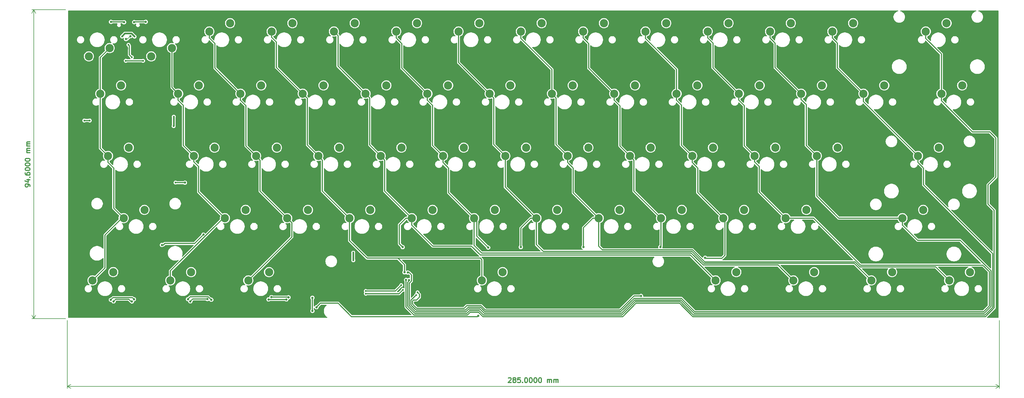
<source format=gtl>
G04 #@! TF.GenerationSoftware,KiCad,Pcbnew,8.0.3*
G04 #@! TF.CreationDate,2025-10-01T01:01:48-04:00*
G04 #@! TF.ProjectId,KP60,4b503630-2e6b-4696-9361-645f70636258,rev?*
G04 #@! TF.SameCoordinates,Original*
G04 #@! TF.FileFunction,Copper,L1,Top*
G04 #@! TF.FilePolarity,Positive*
%FSLAX46Y46*%
G04 Gerber Fmt 4.6, Leading zero omitted, Abs format (unit mm)*
G04 Created by KiCad (PCBNEW 8.0.3) date 2025-10-01 01:01:48*
%MOMM*%
%LPD*%
G01*
G04 APERTURE LIST*
%ADD10C,0.300000*%
G04 #@! TA.AperFunction,NonConductor*
%ADD11C,0.300000*%
G04 #@! TD*
G04 #@! TA.AperFunction,NonConductor*
%ADD12C,0.200000*%
G04 #@! TD*
G04 #@! TA.AperFunction,ComponentPad*
%ADD13C,2.500000*%
G04 #@! TD*
G04 #@! TA.AperFunction,ComponentPad*
%ADD14O,1.000000X1.600000*%
G04 #@! TD*
G04 #@! TA.AperFunction,ComponentPad*
%ADD15O,1.000000X2.100000*%
G04 #@! TD*
G04 #@! TA.AperFunction,ViaPad*
%ADD16C,0.600000*%
G04 #@! TD*
G04 #@! TA.AperFunction,ViaPad*
%ADD17C,0.700000*%
G04 #@! TD*
G04 #@! TA.AperFunction,Conductor*
%ADD18C,0.500000*%
G04 #@! TD*
G04 #@! TA.AperFunction,Conductor*
%ADD19C,0.300000*%
G04 #@! TD*
G04 #@! TA.AperFunction,Conductor*
%ADD20C,0.200000*%
G04 #@! TD*
G04 APERTURE END LIST*
D10*
D11*
X55188328Y-127935712D02*
X55188328Y-127649998D01*
X55188328Y-127649998D02*
X55116900Y-127507141D01*
X55116900Y-127507141D02*
X55045471Y-127435712D01*
X55045471Y-127435712D02*
X54831185Y-127292855D01*
X54831185Y-127292855D02*
X54545471Y-127221426D01*
X54545471Y-127221426D02*
X53974042Y-127221426D01*
X53974042Y-127221426D02*
X53831185Y-127292855D01*
X53831185Y-127292855D02*
X53759757Y-127364284D01*
X53759757Y-127364284D02*
X53688328Y-127507141D01*
X53688328Y-127507141D02*
X53688328Y-127792855D01*
X53688328Y-127792855D02*
X53759757Y-127935712D01*
X53759757Y-127935712D02*
X53831185Y-128007141D01*
X53831185Y-128007141D02*
X53974042Y-128078569D01*
X53974042Y-128078569D02*
X54331185Y-128078569D01*
X54331185Y-128078569D02*
X54474042Y-128007141D01*
X54474042Y-128007141D02*
X54545471Y-127935712D01*
X54545471Y-127935712D02*
X54616900Y-127792855D01*
X54616900Y-127792855D02*
X54616900Y-127507141D01*
X54616900Y-127507141D02*
X54545471Y-127364284D01*
X54545471Y-127364284D02*
X54474042Y-127292855D01*
X54474042Y-127292855D02*
X54331185Y-127221426D01*
X54188328Y-125935713D02*
X55188328Y-125935713D01*
X53616900Y-126292855D02*
X54688328Y-126649998D01*
X54688328Y-126649998D02*
X54688328Y-125721427D01*
X55045471Y-125149999D02*
X55116900Y-125078570D01*
X55116900Y-125078570D02*
X55188328Y-125149999D01*
X55188328Y-125149999D02*
X55116900Y-125221427D01*
X55116900Y-125221427D02*
X55045471Y-125149999D01*
X55045471Y-125149999D02*
X55188328Y-125149999D01*
X53688328Y-123792856D02*
X53688328Y-124078570D01*
X53688328Y-124078570D02*
X53759757Y-124221427D01*
X53759757Y-124221427D02*
X53831185Y-124292856D01*
X53831185Y-124292856D02*
X54045471Y-124435713D01*
X54045471Y-124435713D02*
X54331185Y-124507141D01*
X54331185Y-124507141D02*
X54902614Y-124507141D01*
X54902614Y-124507141D02*
X55045471Y-124435713D01*
X55045471Y-124435713D02*
X55116900Y-124364284D01*
X55116900Y-124364284D02*
X55188328Y-124221427D01*
X55188328Y-124221427D02*
X55188328Y-123935713D01*
X55188328Y-123935713D02*
X55116900Y-123792856D01*
X55116900Y-123792856D02*
X55045471Y-123721427D01*
X55045471Y-123721427D02*
X54902614Y-123649998D01*
X54902614Y-123649998D02*
X54545471Y-123649998D01*
X54545471Y-123649998D02*
X54402614Y-123721427D01*
X54402614Y-123721427D02*
X54331185Y-123792856D01*
X54331185Y-123792856D02*
X54259757Y-123935713D01*
X54259757Y-123935713D02*
X54259757Y-124221427D01*
X54259757Y-124221427D02*
X54331185Y-124364284D01*
X54331185Y-124364284D02*
X54402614Y-124435713D01*
X54402614Y-124435713D02*
X54545471Y-124507141D01*
X53688328Y-122721427D02*
X53688328Y-122578570D01*
X53688328Y-122578570D02*
X53759757Y-122435713D01*
X53759757Y-122435713D02*
X53831185Y-122364285D01*
X53831185Y-122364285D02*
X53974042Y-122292856D01*
X53974042Y-122292856D02*
X54259757Y-122221427D01*
X54259757Y-122221427D02*
X54616900Y-122221427D01*
X54616900Y-122221427D02*
X54902614Y-122292856D01*
X54902614Y-122292856D02*
X55045471Y-122364285D01*
X55045471Y-122364285D02*
X55116900Y-122435713D01*
X55116900Y-122435713D02*
X55188328Y-122578570D01*
X55188328Y-122578570D02*
X55188328Y-122721427D01*
X55188328Y-122721427D02*
X55116900Y-122864285D01*
X55116900Y-122864285D02*
X55045471Y-122935713D01*
X55045471Y-122935713D02*
X54902614Y-123007142D01*
X54902614Y-123007142D02*
X54616900Y-123078570D01*
X54616900Y-123078570D02*
X54259757Y-123078570D01*
X54259757Y-123078570D02*
X53974042Y-123007142D01*
X53974042Y-123007142D02*
X53831185Y-122935713D01*
X53831185Y-122935713D02*
X53759757Y-122864285D01*
X53759757Y-122864285D02*
X53688328Y-122721427D01*
X53688328Y-121292856D02*
X53688328Y-121149999D01*
X53688328Y-121149999D02*
X53759757Y-121007142D01*
X53759757Y-121007142D02*
X53831185Y-120935714D01*
X53831185Y-120935714D02*
X53974042Y-120864285D01*
X53974042Y-120864285D02*
X54259757Y-120792856D01*
X54259757Y-120792856D02*
X54616900Y-120792856D01*
X54616900Y-120792856D02*
X54902614Y-120864285D01*
X54902614Y-120864285D02*
X55045471Y-120935714D01*
X55045471Y-120935714D02*
X55116900Y-121007142D01*
X55116900Y-121007142D02*
X55188328Y-121149999D01*
X55188328Y-121149999D02*
X55188328Y-121292856D01*
X55188328Y-121292856D02*
X55116900Y-121435714D01*
X55116900Y-121435714D02*
X55045471Y-121507142D01*
X55045471Y-121507142D02*
X54902614Y-121578571D01*
X54902614Y-121578571D02*
X54616900Y-121649999D01*
X54616900Y-121649999D02*
X54259757Y-121649999D01*
X54259757Y-121649999D02*
X53974042Y-121578571D01*
X53974042Y-121578571D02*
X53831185Y-121507142D01*
X53831185Y-121507142D02*
X53759757Y-121435714D01*
X53759757Y-121435714D02*
X53688328Y-121292856D01*
X53688328Y-119864285D02*
X53688328Y-119721428D01*
X53688328Y-119721428D02*
X53759757Y-119578571D01*
X53759757Y-119578571D02*
X53831185Y-119507143D01*
X53831185Y-119507143D02*
X53974042Y-119435714D01*
X53974042Y-119435714D02*
X54259757Y-119364285D01*
X54259757Y-119364285D02*
X54616900Y-119364285D01*
X54616900Y-119364285D02*
X54902614Y-119435714D01*
X54902614Y-119435714D02*
X55045471Y-119507143D01*
X55045471Y-119507143D02*
X55116900Y-119578571D01*
X55116900Y-119578571D02*
X55188328Y-119721428D01*
X55188328Y-119721428D02*
X55188328Y-119864285D01*
X55188328Y-119864285D02*
X55116900Y-120007143D01*
X55116900Y-120007143D02*
X55045471Y-120078571D01*
X55045471Y-120078571D02*
X54902614Y-120150000D01*
X54902614Y-120150000D02*
X54616900Y-120221428D01*
X54616900Y-120221428D02*
X54259757Y-120221428D01*
X54259757Y-120221428D02*
X53974042Y-120150000D01*
X53974042Y-120150000D02*
X53831185Y-120078571D01*
X53831185Y-120078571D02*
X53759757Y-120007143D01*
X53759757Y-120007143D02*
X53688328Y-119864285D01*
X55188328Y-117578572D02*
X54188328Y-117578572D01*
X54331185Y-117578572D02*
X54259757Y-117507143D01*
X54259757Y-117507143D02*
X54188328Y-117364286D01*
X54188328Y-117364286D02*
X54188328Y-117150000D01*
X54188328Y-117150000D02*
X54259757Y-117007143D01*
X54259757Y-117007143D02*
X54402614Y-116935715D01*
X54402614Y-116935715D02*
X55188328Y-116935715D01*
X54402614Y-116935715D02*
X54259757Y-116864286D01*
X54259757Y-116864286D02*
X54188328Y-116721429D01*
X54188328Y-116721429D02*
X54188328Y-116507143D01*
X54188328Y-116507143D02*
X54259757Y-116364286D01*
X54259757Y-116364286D02*
X54402614Y-116292857D01*
X54402614Y-116292857D02*
X55188328Y-116292857D01*
X55188328Y-115578572D02*
X54188328Y-115578572D01*
X54331185Y-115578572D02*
X54259757Y-115507143D01*
X54259757Y-115507143D02*
X54188328Y-115364286D01*
X54188328Y-115364286D02*
X54188328Y-115150000D01*
X54188328Y-115150000D02*
X54259757Y-115007143D01*
X54259757Y-115007143D02*
X54402614Y-114935715D01*
X54402614Y-114935715D02*
X55188328Y-114935715D01*
X54402614Y-114935715D02*
X54259757Y-114864286D01*
X54259757Y-114864286D02*
X54188328Y-114721429D01*
X54188328Y-114721429D02*
X54188328Y-114507143D01*
X54188328Y-114507143D02*
X54259757Y-114364286D01*
X54259757Y-114364286D02*
X54402614Y-114292857D01*
X54402614Y-114292857D02*
X55188328Y-114292857D01*
D12*
X66075000Y-73850000D02*
X55723580Y-73850000D01*
X66075000Y-168450000D02*
X55723580Y-168450000D01*
X56310000Y-73850000D02*
X56310000Y-168450000D01*
X56310000Y-73850000D02*
X56310000Y-168450000D01*
X56310000Y-73850000D02*
X56896421Y-74976504D01*
X56310000Y-73850000D02*
X55723579Y-74976504D01*
X56310000Y-168450000D02*
X55723579Y-167323496D01*
X56310000Y-168450000D02*
X56896421Y-167323496D01*
D10*
D11*
X201432144Y-186651185D02*
X201503572Y-186579757D01*
X201503572Y-186579757D02*
X201646430Y-186508328D01*
X201646430Y-186508328D02*
X202003572Y-186508328D01*
X202003572Y-186508328D02*
X202146430Y-186579757D01*
X202146430Y-186579757D02*
X202217858Y-186651185D01*
X202217858Y-186651185D02*
X202289287Y-186794042D01*
X202289287Y-186794042D02*
X202289287Y-186936900D01*
X202289287Y-186936900D02*
X202217858Y-187151185D01*
X202217858Y-187151185D02*
X201360715Y-188008328D01*
X201360715Y-188008328D02*
X202289287Y-188008328D01*
X203146429Y-187151185D02*
X203003572Y-187079757D01*
X203003572Y-187079757D02*
X202932143Y-187008328D01*
X202932143Y-187008328D02*
X202860715Y-186865471D01*
X202860715Y-186865471D02*
X202860715Y-186794042D01*
X202860715Y-186794042D02*
X202932143Y-186651185D01*
X202932143Y-186651185D02*
X203003572Y-186579757D01*
X203003572Y-186579757D02*
X203146429Y-186508328D01*
X203146429Y-186508328D02*
X203432143Y-186508328D01*
X203432143Y-186508328D02*
X203575001Y-186579757D01*
X203575001Y-186579757D02*
X203646429Y-186651185D01*
X203646429Y-186651185D02*
X203717858Y-186794042D01*
X203717858Y-186794042D02*
X203717858Y-186865471D01*
X203717858Y-186865471D02*
X203646429Y-187008328D01*
X203646429Y-187008328D02*
X203575001Y-187079757D01*
X203575001Y-187079757D02*
X203432143Y-187151185D01*
X203432143Y-187151185D02*
X203146429Y-187151185D01*
X203146429Y-187151185D02*
X203003572Y-187222614D01*
X203003572Y-187222614D02*
X202932143Y-187294042D01*
X202932143Y-187294042D02*
X202860715Y-187436900D01*
X202860715Y-187436900D02*
X202860715Y-187722614D01*
X202860715Y-187722614D02*
X202932143Y-187865471D01*
X202932143Y-187865471D02*
X203003572Y-187936900D01*
X203003572Y-187936900D02*
X203146429Y-188008328D01*
X203146429Y-188008328D02*
X203432143Y-188008328D01*
X203432143Y-188008328D02*
X203575001Y-187936900D01*
X203575001Y-187936900D02*
X203646429Y-187865471D01*
X203646429Y-187865471D02*
X203717858Y-187722614D01*
X203717858Y-187722614D02*
X203717858Y-187436900D01*
X203717858Y-187436900D02*
X203646429Y-187294042D01*
X203646429Y-187294042D02*
X203575001Y-187222614D01*
X203575001Y-187222614D02*
X203432143Y-187151185D01*
X205075000Y-186508328D02*
X204360714Y-186508328D01*
X204360714Y-186508328D02*
X204289286Y-187222614D01*
X204289286Y-187222614D02*
X204360714Y-187151185D01*
X204360714Y-187151185D02*
X204503572Y-187079757D01*
X204503572Y-187079757D02*
X204860714Y-187079757D01*
X204860714Y-187079757D02*
X205003572Y-187151185D01*
X205003572Y-187151185D02*
X205075000Y-187222614D01*
X205075000Y-187222614D02*
X205146429Y-187365471D01*
X205146429Y-187365471D02*
X205146429Y-187722614D01*
X205146429Y-187722614D02*
X205075000Y-187865471D01*
X205075000Y-187865471D02*
X205003572Y-187936900D01*
X205003572Y-187936900D02*
X204860714Y-188008328D01*
X204860714Y-188008328D02*
X204503572Y-188008328D01*
X204503572Y-188008328D02*
X204360714Y-187936900D01*
X204360714Y-187936900D02*
X204289286Y-187865471D01*
X205789285Y-187865471D02*
X205860714Y-187936900D01*
X205860714Y-187936900D02*
X205789285Y-188008328D01*
X205789285Y-188008328D02*
X205717857Y-187936900D01*
X205717857Y-187936900D02*
X205789285Y-187865471D01*
X205789285Y-187865471D02*
X205789285Y-188008328D01*
X206789286Y-186508328D02*
X206932143Y-186508328D01*
X206932143Y-186508328D02*
X207075000Y-186579757D01*
X207075000Y-186579757D02*
X207146429Y-186651185D01*
X207146429Y-186651185D02*
X207217857Y-186794042D01*
X207217857Y-186794042D02*
X207289286Y-187079757D01*
X207289286Y-187079757D02*
X207289286Y-187436900D01*
X207289286Y-187436900D02*
X207217857Y-187722614D01*
X207217857Y-187722614D02*
X207146429Y-187865471D01*
X207146429Y-187865471D02*
X207075000Y-187936900D01*
X207075000Y-187936900D02*
X206932143Y-188008328D01*
X206932143Y-188008328D02*
X206789286Y-188008328D01*
X206789286Y-188008328D02*
X206646429Y-187936900D01*
X206646429Y-187936900D02*
X206575000Y-187865471D01*
X206575000Y-187865471D02*
X206503571Y-187722614D01*
X206503571Y-187722614D02*
X206432143Y-187436900D01*
X206432143Y-187436900D02*
X206432143Y-187079757D01*
X206432143Y-187079757D02*
X206503571Y-186794042D01*
X206503571Y-186794042D02*
X206575000Y-186651185D01*
X206575000Y-186651185D02*
X206646429Y-186579757D01*
X206646429Y-186579757D02*
X206789286Y-186508328D01*
X208217857Y-186508328D02*
X208360714Y-186508328D01*
X208360714Y-186508328D02*
X208503571Y-186579757D01*
X208503571Y-186579757D02*
X208575000Y-186651185D01*
X208575000Y-186651185D02*
X208646428Y-186794042D01*
X208646428Y-186794042D02*
X208717857Y-187079757D01*
X208717857Y-187079757D02*
X208717857Y-187436900D01*
X208717857Y-187436900D02*
X208646428Y-187722614D01*
X208646428Y-187722614D02*
X208575000Y-187865471D01*
X208575000Y-187865471D02*
X208503571Y-187936900D01*
X208503571Y-187936900D02*
X208360714Y-188008328D01*
X208360714Y-188008328D02*
X208217857Y-188008328D01*
X208217857Y-188008328D02*
X208075000Y-187936900D01*
X208075000Y-187936900D02*
X208003571Y-187865471D01*
X208003571Y-187865471D02*
X207932142Y-187722614D01*
X207932142Y-187722614D02*
X207860714Y-187436900D01*
X207860714Y-187436900D02*
X207860714Y-187079757D01*
X207860714Y-187079757D02*
X207932142Y-186794042D01*
X207932142Y-186794042D02*
X208003571Y-186651185D01*
X208003571Y-186651185D02*
X208075000Y-186579757D01*
X208075000Y-186579757D02*
X208217857Y-186508328D01*
X209646428Y-186508328D02*
X209789285Y-186508328D01*
X209789285Y-186508328D02*
X209932142Y-186579757D01*
X209932142Y-186579757D02*
X210003571Y-186651185D01*
X210003571Y-186651185D02*
X210074999Y-186794042D01*
X210074999Y-186794042D02*
X210146428Y-187079757D01*
X210146428Y-187079757D02*
X210146428Y-187436900D01*
X210146428Y-187436900D02*
X210074999Y-187722614D01*
X210074999Y-187722614D02*
X210003571Y-187865471D01*
X210003571Y-187865471D02*
X209932142Y-187936900D01*
X209932142Y-187936900D02*
X209789285Y-188008328D01*
X209789285Y-188008328D02*
X209646428Y-188008328D01*
X209646428Y-188008328D02*
X209503571Y-187936900D01*
X209503571Y-187936900D02*
X209432142Y-187865471D01*
X209432142Y-187865471D02*
X209360713Y-187722614D01*
X209360713Y-187722614D02*
X209289285Y-187436900D01*
X209289285Y-187436900D02*
X209289285Y-187079757D01*
X209289285Y-187079757D02*
X209360713Y-186794042D01*
X209360713Y-186794042D02*
X209432142Y-186651185D01*
X209432142Y-186651185D02*
X209503571Y-186579757D01*
X209503571Y-186579757D02*
X209646428Y-186508328D01*
X211074999Y-186508328D02*
X211217856Y-186508328D01*
X211217856Y-186508328D02*
X211360713Y-186579757D01*
X211360713Y-186579757D02*
X211432142Y-186651185D01*
X211432142Y-186651185D02*
X211503570Y-186794042D01*
X211503570Y-186794042D02*
X211574999Y-187079757D01*
X211574999Y-187079757D02*
X211574999Y-187436900D01*
X211574999Y-187436900D02*
X211503570Y-187722614D01*
X211503570Y-187722614D02*
X211432142Y-187865471D01*
X211432142Y-187865471D02*
X211360713Y-187936900D01*
X211360713Y-187936900D02*
X211217856Y-188008328D01*
X211217856Y-188008328D02*
X211074999Y-188008328D01*
X211074999Y-188008328D02*
X210932142Y-187936900D01*
X210932142Y-187936900D02*
X210860713Y-187865471D01*
X210860713Y-187865471D02*
X210789284Y-187722614D01*
X210789284Y-187722614D02*
X210717856Y-187436900D01*
X210717856Y-187436900D02*
X210717856Y-187079757D01*
X210717856Y-187079757D02*
X210789284Y-186794042D01*
X210789284Y-186794042D02*
X210860713Y-186651185D01*
X210860713Y-186651185D02*
X210932142Y-186579757D01*
X210932142Y-186579757D02*
X211074999Y-186508328D01*
X213360712Y-188008328D02*
X213360712Y-187008328D01*
X213360712Y-187151185D02*
X213432141Y-187079757D01*
X213432141Y-187079757D02*
X213574998Y-187008328D01*
X213574998Y-187008328D02*
X213789284Y-187008328D01*
X213789284Y-187008328D02*
X213932141Y-187079757D01*
X213932141Y-187079757D02*
X214003570Y-187222614D01*
X214003570Y-187222614D02*
X214003570Y-188008328D01*
X214003570Y-187222614D02*
X214074998Y-187079757D01*
X214074998Y-187079757D02*
X214217855Y-187008328D01*
X214217855Y-187008328D02*
X214432141Y-187008328D01*
X214432141Y-187008328D02*
X214574998Y-187079757D01*
X214574998Y-187079757D02*
X214646427Y-187222614D01*
X214646427Y-187222614D02*
X214646427Y-188008328D01*
X215360712Y-188008328D02*
X215360712Y-187008328D01*
X215360712Y-187151185D02*
X215432141Y-187079757D01*
X215432141Y-187079757D02*
X215574998Y-187008328D01*
X215574998Y-187008328D02*
X215789284Y-187008328D01*
X215789284Y-187008328D02*
X215932141Y-187079757D01*
X215932141Y-187079757D02*
X216003570Y-187222614D01*
X216003570Y-187222614D02*
X216003570Y-188008328D01*
X216003570Y-187222614D02*
X216074998Y-187079757D01*
X216074998Y-187079757D02*
X216217855Y-187008328D01*
X216217855Y-187008328D02*
X216432141Y-187008328D01*
X216432141Y-187008328D02*
X216574998Y-187079757D01*
X216574998Y-187079757D02*
X216646427Y-187222614D01*
X216646427Y-187222614D02*
X216646427Y-188008328D01*
D12*
X66575000Y-168950000D02*
X66575000Y-189716420D01*
X351575000Y-168950000D02*
X351575000Y-189716420D01*
X66575000Y-189130000D02*
X351575000Y-189130000D01*
X66575000Y-189130000D02*
X351575000Y-189130000D01*
X66575000Y-189130000D02*
X67701504Y-188543579D01*
X66575000Y-189130000D02*
X67701504Y-189716421D01*
X351575000Y-189130000D02*
X350448496Y-189716421D01*
X351575000Y-189130000D02*
X350448496Y-188543579D01*
D13*
X329088750Y-80518000D03*
X335438750Y-77978000D03*
X276701250Y-118618000D03*
X283051250Y-116078000D03*
X171926250Y-137668000D03*
X178276250Y-135128000D03*
X162401250Y-118618000D03*
X168751250Y-116078000D03*
X224313750Y-80518000D03*
X230663750Y-77978000D03*
X295751250Y-118618000D03*
X302101250Y-116078000D03*
X105251250Y-118618000D03*
X111601250Y-116078000D03*
X176688750Y-99568000D03*
X183038750Y-97028000D03*
X333851250Y-99568000D03*
X340201250Y-97028000D03*
X138588750Y-99568000D03*
X144938750Y-97028000D03*
X83820000Y-137668000D03*
X90170000Y-135128000D03*
X119538750Y-99568000D03*
X125888750Y-97028000D03*
X190976250Y-137668000D03*
X197326250Y-135128000D03*
X336232500Y-156718000D03*
X342582500Y-154178000D03*
X193357500Y-156718000D03*
X199707500Y-154178000D03*
X229076250Y-137668000D03*
X235426250Y-135128000D03*
X290988750Y-99568000D03*
X297338750Y-97028000D03*
X74295000Y-156718000D03*
X80645000Y-154178000D03*
X214788750Y-99568000D03*
X221138750Y-97028000D03*
X300513750Y-80518000D03*
X306863750Y-77978000D03*
X195738750Y-99568000D03*
X202088750Y-97028000D03*
X133826250Y-137668000D03*
X140176250Y-135128000D03*
X129063750Y-80518000D03*
X135413750Y-77978000D03*
X79533750Y-85598000D03*
X73183750Y-88138000D03*
X181451250Y-118618000D03*
X187801250Y-116078000D03*
X98107500Y-156718000D03*
X104457500Y-154178000D03*
X152876250Y-137668000D03*
X159226250Y-135128000D03*
X310038750Y-99568000D03*
X316388750Y-97028000D03*
X271938750Y-99568000D03*
X278288750Y-97028000D03*
X233838750Y-99568000D03*
X240188750Y-97028000D03*
X121920000Y-156718000D03*
X128270000Y-154178000D03*
X219551250Y-118618000D03*
X225901250Y-116078000D03*
X205263750Y-80518000D03*
X211613750Y-77978000D03*
X100488750Y-99568000D03*
X106838750Y-97028000D03*
X110013750Y-80518000D03*
X116363750Y-77978000D03*
X200501250Y-118618000D03*
X206851250Y-116078000D03*
X257651250Y-118618000D03*
X264001250Y-116078000D03*
X243363750Y-80518000D03*
X249713750Y-77978000D03*
X288607500Y-156718000D03*
X294957500Y-154178000D03*
X148113750Y-80518000D03*
X154463750Y-77978000D03*
X281463750Y-80518000D03*
X287813750Y-77978000D03*
X248126250Y-137668000D03*
X254476250Y-135128000D03*
X267176250Y-137668000D03*
X273526250Y-135128000D03*
X312420000Y-156718000D03*
X318770000Y-154178000D03*
X157797500Y-99568000D03*
X164147500Y-97028000D03*
X262413750Y-80518000D03*
X268763750Y-77978000D03*
X76676250Y-99568000D03*
X83026250Y-97028000D03*
X79057500Y-118618000D03*
X85407500Y-116078000D03*
X210026250Y-137668000D03*
X216376250Y-135128000D03*
X321945000Y-137668000D03*
X328295000Y-135128000D03*
X264795000Y-156718000D03*
X271145000Y-154178000D03*
X114776250Y-137668000D03*
X121126250Y-135128000D03*
X286226250Y-137668000D03*
X292576250Y-135128000D03*
X238601250Y-118618000D03*
X244951250Y-116078000D03*
X143351250Y-118618000D03*
X149701250Y-116078000D03*
X167163750Y-80518000D03*
X173513750Y-77978000D03*
X252888750Y-99568000D03*
X259238750Y-97028000D03*
X326707500Y-118618000D03*
X333057500Y-116078000D03*
X186213750Y-80518000D03*
X192563750Y-77978000D03*
X98583750Y-85598000D03*
X92233750Y-88138000D03*
X124301250Y-118618000D03*
X130651250Y-116078000D03*
D14*
X80962500Y-74930000D03*
D15*
X80962500Y-79110000D03*
D14*
X89602500Y-74930000D03*
D15*
X89602500Y-79110000D03*
D16*
X99120000Y-109490000D03*
X154050000Y-150550000D03*
X99140000Y-106630000D03*
X154010000Y-148225000D03*
X86340000Y-88400000D03*
X85300000Y-84590000D03*
D17*
X109406382Y-162419325D03*
D16*
X99685000Y-126780000D03*
D17*
X128111472Y-162551472D03*
X102560000Y-126800000D03*
X104198097Y-163144847D03*
X133581501Y-162544444D03*
X86338529Y-163176750D03*
X80726472Y-163146472D03*
X79905327Y-162660000D03*
X134221612Y-161911781D03*
X129008199Y-161844444D03*
X103488380Y-162476750D03*
X110612335Y-162635328D03*
X108210589Y-142710589D03*
X95520000Y-145870000D03*
X86968434Y-162476750D03*
X141540000Y-166070000D03*
X192200000Y-167600000D03*
X141520000Y-162030000D03*
X142780000Y-164930000D03*
D16*
X84475000Y-89480000D03*
X89750000Y-89500000D03*
X71795000Y-107770000D03*
X73445000Y-107770000D03*
X87130000Y-82090000D03*
X83340000Y-82040000D03*
D17*
X87030000Y-77660000D03*
X90570000Y-77560000D03*
X84533750Y-82840000D03*
X85880000Y-81950000D03*
X83950000Y-77680000D03*
X79940000Y-77580000D03*
X169130000Y-146526750D03*
X195280000Y-146670000D03*
X205260000Y-146526750D03*
X224420000Y-146526750D03*
X247930000Y-146526750D03*
X261610000Y-149780000D03*
D16*
X173680000Y-160410000D03*
D17*
X242010000Y-161490000D03*
D16*
X173302964Y-161197501D03*
X168680000Y-158190000D03*
X157840000Y-159970000D03*
X157864988Y-160769612D03*
X169190000Y-159590000D03*
D17*
X169690000Y-154230000D03*
X170173480Y-156563527D03*
X170686489Y-154306499D03*
X171095775Y-156621482D03*
D16*
X84930000Y-85760000D03*
X82410000Y-85740000D03*
X96000000Y-92860000D03*
X167060000Y-164780000D03*
X163550000Y-159090000D03*
X172730000Y-151520000D03*
D18*
X154010000Y-148225000D02*
X154010000Y-150510000D01*
X99140000Y-106630000D02*
X99140000Y-109470000D01*
X154010000Y-150510000D02*
X154050000Y-150550000D01*
X99140000Y-109470000D02*
X99120000Y-109490000D01*
D19*
X85300000Y-84590000D02*
X85580000Y-84870000D01*
X85580000Y-87640000D02*
X86340000Y-88400000D01*
X85580000Y-84870000D02*
X85580000Y-87640000D01*
X86338529Y-163176750D02*
X86066750Y-163176750D01*
X86066750Y-163176750D02*
X85390000Y-162500000D01*
X99685000Y-126780000D02*
X102540000Y-126780000D01*
X128118500Y-162544444D02*
X128111472Y-162551472D01*
X133581501Y-162544444D02*
X128118500Y-162544444D01*
X104923619Y-162419325D02*
X104198097Y-163144847D01*
X109406382Y-162419325D02*
X104923619Y-162419325D01*
X81372944Y-162500000D02*
X80726472Y-163146472D01*
X102540000Y-126780000D02*
X102560000Y-126800000D01*
X85390000Y-162500000D02*
X81372944Y-162500000D01*
X104169702Y-161719325D02*
X103488380Y-162400647D01*
X105511178Y-145410000D02*
X108210589Y-142710589D01*
X87038529Y-162546845D02*
X86491684Y-162000000D01*
X109696332Y-161719325D02*
X104169702Y-161719325D01*
X86968434Y-162476750D02*
X87038529Y-162546845D01*
X99520000Y-145410000D02*
X105511178Y-145410000D01*
X96390000Y-145410000D02*
X99520000Y-145410000D01*
X134154275Y-161844444D02*
X129008199Y-161844444D01*
X86491684Y-162000000D02*
X80565327Y-162000000D01*
X110612335Y-162635328D02*
X109696332Y-161719325D01*
X103488380Y-162400647D02*
X103488380Y-162476750D01*
X95520000Y-145870000D02*
X95930000Y-145870000D01*
X134221612Y-161911781D02*
X134154275Y-161844444D01*
X95930000Y-145870000D02*
X96390000Y-145410000D01*
X80565327Y-162000000D02*
X79905327Y-162660000D01*
X192000000Y-167800000D02*
X192200000Y-167600000D01*
X141520000Y-162030000D02*
X141520000Y-166050000D01*
X149376100Y-163706100D02*
X153470000Y-167800000D01*
X153470000Y-167800000D02*
X192000000Y-167800000D01*
X141520000Y-166050000D02*
X141540000Y-166070000D01*
X144003900Y-163706100D02*
X149376100Y-163706100D01*
X142780000Y-164930000D02*
X144003900Y-163706100D01*
X89730000Y-89480000D02*
X89750000Y-89500000D01*
X84475000Y-89480000D02*
X89730000Y-89480000D01*
X71795000Y-107770000D02*
X73445000Y-107770000D01*
D18*
X87130000Y-82068629D02*
X87130000Y-82090000D01*
X86211371Y-81150000D02*
X87130000Y-82068629D01*
X84230000Y-81150000D02*
X86211371Y-81150000D01*
X83340000Y-82040000D02*
X84230000Y-81150000D01*
D19*
X87130000Y-77560000D02*
X87030000Y-77660000D01*
X90570000Y-77560000D02*
X87130000Y-77560000D01*
D20*
X84533750Y-82840000D02*
X84990000Y-82840000D01*
X84990000Y-82840000D02*
X85880000Y-81950000D01*
D19*
X83850000Y-77580000D02*
X83950000Y-77680000D01*
X79940000Y-77580000D02*
X83850000Y-77580000D01*
X168130000Y-145520000D02*
X168130000Y-139696484D01*
X169130000Y-146520000D02*
X168130000Y-145520000D01*
X157797500Y-99568000D02*
X159047499Y-100817999D01*
X171926250Y-137668000D02*
X171926250Y-139792113D01*
X190140000Y-146230000D02*
X192876000Y-148966000D01*
X163651249Y-129392999D02*
X171926250Y-137668000D01*
X171926250Y-139792113D02*
X178364137Y-146230000D01*
X149363749Y-81767999D02*
X149363749Y-91134249D01*
X159047499Y-115264249D02*
X162401250Y-118618000D01*
X170158484Y-137668000D02*
X171926250Y-137668000D01*
X163651249Y-119867999D02*
X163651249Y-129392999D01*
X162401250Y-118618000D02*
X163651249Y-119867999D01*
X168130000Y-139696484D02*
X170158484Y-137668000D01*
X192876000Y-148966000D02*
X257043000Y-148966000D01*
X178364137Y-146230000D02*
X190140000Y-146230000D01*
X149363749Y-91134249D02*
X157797500Y-99568000D01*
X159047499Y-100817999D02*
X159047499Y-115264249D01*
X169130000Y-146526750D02*
X169130000Y-146520000D01*
X148113750Y-80518000D02*
X149363749Y-81767999D01*
X257043000Y-148966000D02*
X264795000Y-156718000D01*
X168860000Y-91739250D02*
X176688750Y-99568000D01*
X176688750Y-101574878D02*
X178290000Y-103176128D01*
X181451250Y-118618000D02*
X181451250Y-120624878D01*
X257360000Y-148330000D02*
X261060000Y-152030000D01*
X193300000Y-148330000D02*
X257360000Y-148330000D01*
X176688750Y-99568000D02*
X176688750Y-101574878D01*
X191820000Y-138511750D02*
X191820000Y-140260000D01*
X190976250Y-137668000D02*
X191820000Y-138511750D01*
X183170000Y-129861750D02*
X190976250Y-137668000D01*
X178290000Y-103176128D02*
X178290000Y-115456750D01*
X178290000Y-115456750D02*
X181451250Y-118618000D01*
X190981250Y-137673000D02*
X190981250Y-146008750D01*
X190980000Y-146010000D02*
X193300000Y-148330000D01*
X167163750Y-82524878D02*
X168860000Y-84221128D01*
X190976250Y-137668000D02*
X190981250Y-137673000D01*
X181451250Y-120624878D02*
X183170000Y-122343628D01*
X283919500Y-152030000D02*
X288607500Y-156718000D01*
X168860000Y-84221128D02*
X168860000Y-91739250D01*
X191820000Y-143210000D02*
X195280000Y-146670000D01*
X183170000Y-122343628D02*
X183170000Y-129861750D01*
X190981250Y-146008750D02*
X190980000Y-146010000D01*
X261060000Y-152030000D02*
X283919500Y-152030000D01*
X167163750Y-80518000D02*
X167163750Y-82524878D01*
X191820000Y-140260000D02*
X191820000Y-143210000D01*
X210026250Y-140065000D02*
X210031250Y-140070000D01*
X210026250Y-137668000D02*
X210026250Y-140065000D01*
X196988749Y-115105499D02*
X200501250Y-118618000D01*
X205260000Y-146526750D02*
X205260000Y-140666484D01*
X210031250Y-140070000D02*
X210031250Y-145751250D01*
X212110000Y-147830000D02*
X257567106Y-147830000D01*
X200501250Y-118618000D02*
X200506250Y-118623000D01*
X208258484Y-137668000D02*
X210026250Y-137668000D01*
X186213750Y-80518000D02*
X186218750Y-80523000D01*
X210031250Y-145751250D02*
X212110000Y-147830000D01*
X196988749Y-100817999D02*
X196988749Y-115105499D01*
X186218750Y-80523000D02*
X186218750Y-90048000D01*
X257567106Y-147830000D02*
X261263553Y-151526447D01*
X261263553Y-151526447D02*
X307228447Y-151526447D01*
X307228447Y-151526447D02*
X312420000Y-156718000D01*
X186218750Y-90048000D02*
X195738750Y-99568000D01*
X195738750Y-99568000D02*
X196988749Y-100817999D01*
X205260000Y-140666484D02*
X208258484Y-137668000D01*
X200506250Y-118623000D02*
X200506250Y-128148000D01*
X200506250Y-128148000D02*
X210026250Y-137668000D01*
X216038749Y-115105499D02*
X219551250Y-118618000D01*
X307435553Y-151026447D02*
X308987106Y-152578000D01*
X214788750Y-92167113D02*
X214788750Y-99568000D01*
X224420000Y-146526750D02*
X224420000Y-140556484D01*
X214788750Y-99568000D02*
X216038749Y-100817999D01*
X205263750Y-82642113D02*
X214788750Y-92167113D01*
X227308484Y-137668000D02*
X229076250Y-137668000D01*
X229076250Y-137668000D02*
X229081250Y-137673000D01*
X308987106Y-152578000D02*
X332092500Y-152578000D01*
X205263750Y-80518000D02*
X205263750Y-82642113D01*
X219551250Y-118618000D02*
X219551250Y-120624878D01*
X229081250Y-137673000D02*
X229081250Y-146261250D01*
X219551250Y-120624878D02*
X221270000Y-122343628D01*
X257774212Y-147330000D02*
X261470659Y-151026447D01*
X230150000Y-147330000D02*
X257774212Y-147330000D01*
X229081250Y-146261250D02*
X230150000Y-147330000D01*
X261470659Y-151026447D02*
X307435553Y-151026447D01*
X221270000Y-122343628D02*
X221270000Y-129861750D01*
X221270000Y-129861750D02*
X229076250Y-137668000D01*
X224420000Y-140556484D02*
X227308484Y-137668000D01*
X332092500Y-152578000D02*
X336232500Y-156718000D01*
X216038749Y-100817999D02*
X216038749Y-115105499D01*
X247930000Y-146526750D02*
X248131250Y-146325500D01*
X233838750Y-99568000D02*
X233838750Y-101574878D01*
X239851249Y-119867999D02*
X239851249Y-129392999D01*
X224313750Y-80518000D02*
X224313750Y-82524878D01*
X235550000Y-115566750D02*
X238601250Y-118618000D01*
X233838750Y-101574878D02*
X235550000Y-103286128D01*
X226010000Y-91739250D02*
X233838750Y-99568000D01*
X239851249Y-129392999D02*
X248126250Y-137668000D01*
X248131250Y-137673000D02*
X248126250Y-137668000D01*
X226010000Y-84221128D02*
X226010000Y-91739250D01*
X235550000Y-103286128D02*
X235550000Y-115566750D01*
X238601250Y-118618000D02*
X239851249Y-119867999D01*
X248131250Y-146325500D02*
X248131250Y-137673000D01*
X224313750Y-82524878D02*
X226010000Y-84221128D01*
X259350000Y-129841750D02*
X267176250Y-137668000D01*
X242010000Y-161490000D02*
X239881575Y-161490000D01*
X261760000Y-149930000D02*
X261610000Y-149780000D01*
X193118427Y-164450000D02*
X188770000Y-164450000D01*
X243363750Y-82642113D02*
X252888750Y-92167113D01*
X194468426Y-165800000D02*
X193411320Y-164742893D01*
X239881575Y-161490000D02*
X235571575Y-165800000D01*
X193411320Y-164742893D02*
X193118427Y-164450000D01*
X172173480Y-162993626D02*
X172457106Y-162710000D01*
X257651250Y-118618000D02*
X257651250Y-120624878D01*
X267660000Y-149020000D02*
X266750000Y-149930000D01*
X267660000Y-148940000D02*
X267660000Y-149020000D01*
X257651250Y-120624878D02*
X259350000Y-122323628D01*
X252888750Y-99568000D02*
X252888750Y-101574878D01*
X188770000Y-164450000D02*
X187920000Y-165300000D01*
X235571575Y-165800000D02*
X194468426Y-165800000D01*
X172457106Y-162710000D02*
X173386578Y-162710000D01*
X252888750Y-92167113D02*
X252888750Y-99568000D01*
X267660000Y-138151750D02*
X267660000Y-148940000D01*
X174250558Y-160980558D02*
X173680000Y-160410000D01*
X252888750Y-101574878D02*
X254350000Y-103036128D01*
X267176250Y-137668000D02*
X267660000Y-138151750D01*
X259350000Y-122323628D02*
X259350000Y-129841750D01*
X173386578Y-162710000D02*
X174250558Y-161846020D01*
X174250558Y-161846020D02*
X174250558Y-160980558D01*
X254350000Y-103036128D02*
X254350000Y-115316750D01*
X243363750Y-80518000D02*
X243363750Y-82642113D01*
X266750000Y-149930000D02*
X261760000Y-149930000D01*
X254350000Y-115316750D02*
X257651250Y-118618000D01*
X173448424Y-165300000D02*
X172173480Y-164025056D01*
X172173480Y-164025056D02*
X172173480Y-162993626D01*
X187920000Y-165300000D02*
X173448424Y-165300000D01*
X273620000Y-103256128D02*
X273620000Y-115536750D01*
X346530000Y-152040000D02*
X309156212Y-152040000D01*
X276701250Y-118618000D02*
X276701250Y-120385766D01*
X171673480Y-162786520D02*
X171673480Y-164232162D01*
X173241318Y-165800000D02*
X188305788Y-165800000D01*
X271938750Y-101574878D02*
X273620000Y-103256128D01*
X271938750Y-99568000D02*
X271938750Y-101574878D01*
X235778681Y-166300000D02*
X239872581Y-162206100D01*
X309156212Y-152040000D02*
X294784212Y-137668000D01*
X273620000Y-115536750D02*
X276701250Y-118618000D01*
X278170000Y-129611750D02*
X286226250Y-137668000D01*
X346720000Y-166300000D02*
X348500000Y-164520000D01*
X194261319Y-166300000D02*
X235778681Y-166300000D01*
X193204213Y-165242893D02*
X194261319Y-166300000D01*
X278170000Y-121854516D02*
X278170000Y-129611750D01*
X276701250Y-120385766D02*
X278170000Y-121854516D01*
X258471319Y-166300000D02*
X346720000Y-166300000D01*
X192911320Y-164950000D02*
X193204213Y-165242893D01*
X262413750Y-82524878D02*
X264000000Y-84111128D01*
X173262499Y-161197501D02*
X171673480Y-162786520D01*
X173302964Y-161197501D02*
X173262499Y-161197501D01*
X171673480Y-164232162D02*
X173241318Y-165800000D01*
X188305788Y-165800000D02*
X189155788Y-164950000D01*
X348500000Y-154010000D02*
X346530000Y-152040000D01*
X254377419Y-162206100D02*
X258471319Y-166300000D01*
X294784212Y-137668000D02*
X286226250Y-137668000D01*
X264000000Y-84111128D02*
X264000000Y-91629250D01*
X262413750Y-80518000D02*
X262413750Y-82524878D01*
X264000000Y-91629250D02*
X271938750Y-99568000D01*
X239872581Y-162206100D02*
X254377419Y-162206100D01*
X189155788Y-164950000D02*
X192911320Y-164950000D01*
X348500000Y-164520000D02*
X348500000Y-154010000D01*
X83286878Y-137668000D02*
X78085900Y-142868978D01*
X79057500Y-118618000D02*
X76681250Y-116241750D01*
X76676250Y-99568000D02*
X76676250Y-88455500D01*
X80770000Y-122337378D02*
X80770000Y-134618000D01*
X80770000Y-134618000D02*
X83820000Y-137668000D01*
X76676250Y-88455500D02*
X79533750Y-85598000D01*
X78085900Y-142868978D02*
X78085900Y-152927100D01*
X76681250Y-99573000D02*
X76676250Y-99568000D01*
X79057500Y-120624878D02*
X80770000Y-122337378D01*
X76681250Y-116241750D02*
X76681250Y-99573000D01*
X78085900Y-152927100D02*
X74295000Y-156718000D01*
X79057500Y-118618000D02*
X79057500Y-120624878D01*
X83820000Y-137668000D02*
X83286878Y-137668000D01*
X105251250Y-120385766D02*
X106720000Y-121854516D01*
X100488750Y-99568000D02*
X100488750Y-101574878D01*
X106720000Y-121854516D02*
X106720000Y-129611750D01*
X100488750Y-101574878D02*
X102080000Y-103166128D01*
X114776250Y-137668000D02*
X114243128Y-137668000D01*
X98583750Y-97663000D02*
X100488750Y-99568000D01*
X106720000Y-129611750D02*
X114776250Y-137668000D01*
X102080000Y-115446750D02*
X105251250Y-118618000D01*
X98583750Y-85598000D02*
X98583750Y-97663000D01*
X98107500Y-153803628D02*
X98107500Y-156718000D01*
X102080000Y-103166128D02*
X102080000Y-115446750D01*
X157840000Y-159970000D02*
X166900000Y-159970000D01*
X166900000Y-159970000D02*
X168680000Y-158190000D01*
X114243128Y-137668000D02*
X98107500Y-153803628D01*
X105251250Y-118618000D02*
X105251250Y-120385766D01*
X133826250Y-137668000D02*
X135236250Y-139078000D01*
X110013750Y-82524878D02*
X111700000Y-84211128D01*
X135236250Y-139078000D02*
X135236250Y-143401750D01*
X157864988Y-160769612D02*
X168010388Y-160769612D01*
X119538750Y-99568000D02*
X119538750Y-101574878D01*
X111700000Y-91729250D02*
X119538750Y-99568000D01*
X110013750Y-80518000D02*
X110013750Y-82524878D01*
X135236250Y-143401750D02*
X121920000Y-156718000D01*
X121230000Y-103266128D02*
X121230000Y-115546750D01*
X111700000Y-84211128D02*
X111700000Y-91729250D01*
X119538750Y-101574878D02*
X121230000Y-103266128D01*
X124301250Y-118618000D02*
X125551249Y-119867999D01*
X125551249Y-129392999D02*
X133826250Y-137668000D01*
X168010388Y-160769612D02*
X169190000Y-159590000D01*
X121230000Y-115546750D02*
X124301250Y-118618000D01*
X125551249Y-119867999D02*
X125551249Y-129392999D01*
X193357500Y-150377500D02*
X192880000Y-149900000D01*
X143351250Y-118618000D02*
X144601249Y-119867999D01*
X152890000Y-137681750D02*
X152876250Y-137668000D01*
X144601249Y-129392999D02*
X152876250Y-137668000D01*
X143351250Y-118618000D02*
X139998750Y-115265500D01*
X129063750Y-82285766D02*
X130530000Y-83752016D01*
X130530000Y-91509250D02*
X138588750Y-99568000D01*
X139998750Y-115265500D02*
X139998750Y-100978000D01*
X169690000Y-154230000D02*
X169690000Y-151930000D01*
X130530000Y-83752016D02*
X130530000Y-91509250D01*
X158260000Y-149900000D02*
X152890000Y-144530000D01*
X152890000Y-144530000D02*
X152890000Y-137681750D01*
X144601249Y-119867999D02*
X144601249Y-129392999D01*
X139998750Y-100978000D02*
X138588750Y-99568000D01*
X193357500Y-156718000D02*
X193357500Y-150377500D01*
X129063750Y-80518000D02*
X129063750Y-82285766D01*
X169690000Y-151930000D02*
X167660000Y-149900000D01*
X167660000Y-149900000D02*
X158260000Y-149900000D01*
X192880000Y-149900000D02*
X167660000Y-149900000D01*
X189790000Y-166450000D02*
X188940000Y-167300000D01*
X236400000Y-167800000D02*
X193640000Y-167800000D01*
X348660000Y-111240000D02*
X348660000Y-111300000D01*
X333851250Y-101692113D02*
X343399137Y-111240000D01*
X329088750Y-82642113D02*
X333851250Y-87404613D01*
X350500000Y-113140000D02*
X350500000Y-125060000D01*
X240493900Y-163706100D02*
X236400000Y-167800000D01*
X170173480Y-164853480D02*
X170173480Y-156563527D01*
X350000000Y-135225000D02*
X348130000Y-133355000D01*
X347341321Y-167800000D02*
X350000000Y-165141321D01*
X188940000Y-167300000D02*
X172620000Y-167300000D01*
X172620000Y-167300000D02*
X170173480Y-164853480D01*
X333851250Y-99568000D02*
X333851250Y-101692113D01*
X253756100Y-163706100D02*
X240493900Y-163706100D01*
X350000000Y-165141321D02*
X350000000Y-135225000D01*
X329088750Y-80518000D02*
X329088750Y-82642113D01*
X333851250Y-87404613D02*
X333851250Y-99568000D01*
X348130000Y-127430000D02*
X348130000Y-133355000D01*
X257850000Y-167800000D02*
X253756100Y-163706100D01*
X193640000Y-167800000D02*
X192290000Y-166450000D01*
X192290000Y-166450000D02*
X189790000Y-166450000D01*
X343399137Y-111240000D02*
X348660000Y-111240000D01*
X350500000Y-125060000D02*
X348130000Y-127430000D01*
X348660000Y-111300000D02*
X350500000Y-113140000D01*
X257850000Y-167800000D02*
X347341321Y-167800000D01*
X171795775Y-155015775D02*
X171795775Y-156911432D01*
X339637106Y-144440000D02*
X326592887Y-144440000D01*
X321945000Y-139792113D02*
X321945000Y-137668000D01*
X292520000Y-102867016D02*
X292520000Y-115386750D01*
X302478000Y-137668000D02*
X321945000Y-137668000D01*
X254170313Y-162706100D02*
X258264212Y-166799999D01*
X282990000Y-91569250D02*
X290988750Y-99568000D01*
X290988750Y-99568000D02*
X290988750Y-101335766D01*
X240079687Y-162706100D02*
X254170313Y-162706100D01*
X326592887Y-144440000D02*
X321945000Y-139792113D01*
X171086499Y-154306499D02*
X171795775Y-155015775D01*
X349000000Y-164727107D02*
X349000000Y-153802894D01*
X295751250Y-118618000D02*
X295756250Y-118623000D01*
X346927107Y-166800000D02*
X349000000Y-164727107D01*
X258264212Y-166799999D02*
X258264212Y-166800000D01*
X290988750Y-101335766D02*
X292520000Y-102867016D01*
X295756250Y-118623000D02*
X295756250Y-130946250D01*
X170686489Y-154306499D02*
X171086499Y-154306499D01*
X171173480Y-164439268D02*
X173034212Y-166300000D01*
X282990000Y-84051128D02*
X282990000Y-91569250D01*
X192704213Y-165450000D02*
X192997106Y-165742893D01*
X235985787Y-166800000D02*
X240079687Y-162706100D01*
X189362894Y-165450000D02*
X192704213Y-165450000D01*
X295756250Y-130946250D02*
X302478000Y-137668000D01*
X171173480Y-157510000D02*
X171173480Y-164439268D01*
X349000000Y-153802894D02*
X339637106Y-144440000D01*
X173034212Y-166300000D02*
X188512894Y-166300000D01*
X281463750Y-82524878D02*
X282990000Y-84051128D01*
X188512894Y-166300000D02*
X189362894Y-165450000D01*
X281463750Y-80518000D02*
X281463750Y-82524878D01*
X171197207Y-157510000D02*
X171173480Y-157510000D01*
X292520000Y-115386750D02*
X295751250Y-118618000D01*
X258264212Y-166800000D02*
X346927107Y-166800000D01*
X194054212Y-166800000D02*
X235985787Y-166800000D01*
X171795775Y-156911432D02*
X171197207Y-157510000D01*
X192997106Y-165742893D02*
X194054212Y-166800000D01*
X253963206Y-163206100D02*
X258057106Y-167300000D01*
X170673480Y-157300000D02*
X170673480Y-164646374D01*
X171095775Y-156621482D02*
X171095775Y-156877705D01*
X349500000Y-148530000D02*
X328410000Y-127440000D01*
X300513750Y-80518000D02*
X300513750Y-82524878D01*
X258057106Y-167300000D02*
X347134214Y-167300000D01*
X172827106Y-166800000D02*
X188720000Y-166800000D01*
X189570000Y-165950000D02*
X192497106Y-165950000D01*
X300513750Y-82524878D02*
X302070000Y-84081128D01*
X240286793Y-163206100D02*
X253963206Y-163206100D01*
X236192893Y-167300000D02*
X240286793Y-163206100D01*
X192497106Y-165950000D02*
X193847106Y-167300000D01*
X349500000Y-164934214D02*
X349500000Y-148530000D01*
X326707500Y-120624878D02*
X326707500Y-118618000D01*
X171095775Y-156877705D02*
X170673480Y-157300000D01*
X302070000Y-84081128D02*
X302070000Y-91599250D01*
X310038750Y-101949250D02*
X326707500Y-118618000D01*
X347134214Y-167300000D02*
X349500000Y-164934214D01*
X188720000Y-166800000D02*
X189570000Y-165950000D01*
X193847106Y-167300000D02*
X236192893Y-167300000D01*
X302070000Y-91599250D02*
X310038750Y-99568000D01*
X310038750Y-99568000D02*
X310038750Y-101949250D01*
X328410000Y-122327378D02*
X326707500Y-120624878D01*
X170673480Y-164646374D02*
X172827106Y-166800000D01*
X328410000Y-127440000D02*
X328410000Y-122327378D01*
X82430000Y-85760000D02*
X82410000Y-85740000D01*
X84930000Y-85760000D02*
X82430000Y-85760000D01*
G04 #@! TA.AperFunction,Conductor*
G36*
X320599963Y-74120185D02*
G01*
X320645718Y-74172989D01*
X320655662Y-74242147D01*
X320626637Y-74305703D01*
X320567859Y-74343477D01*
X320565042Y-74344267D01*
X320513974Y-74357951D01*
X320390379Y-74391068D01*
X320175478Y-74480083D01*
X320175467Y-74480088D01*
X319974033Y-74596387D01*
X319974017Y-74596398D01*
X319789482Y-74737996D01*
X319789475Y-74738002D01*
X319625002Y-74902475D01*
X319624996Y-74902482D01*
X319483398Y-75087017D01*
X319483387Y-75087033D01*
X319367088Y-75288467D01*
X319367083Y-75288478D01*
X319278068Y-75503379D01*
X319217863Y-75728071D01*
X319187500Y-75958685D01*
X319187500Y-76191314D01*
X319211115Y-76370680D01*
X319217863Y-76421930D01*
X319223202Y-76441854D01*
X319278068Y-76646620D01*
X319367083Y-76861521D01*
X319367088Y-76861532D01*
X319483387Y-77062966D01*
X319483398Y-77062982D01*
X319624996Y-77247517D01*
X319625002Y-77247524D01*
X319789475Y-77411997D01*
X319789481Y-77412002D01*
X319974026Y-77553608D01*
X319974033Y-77553612D01*
X320175467Y-77669911D01*
X320175472Y-77669913D01*
X320175475Y-77669915D01*
X320282928Y-77714423D01*
X320390379Y-77758931D01*
X320390380Y-77758931D01*
X320390382Y-77758932D01*
X320615070Y-77819137D01*
X320845693Y-77849500D01*
X320845700Y-77849500D01*
X321078300Y-77849500D01*
X321078307Y-77849500D01*
X321308930Y-77819137D01*
X321533618Y-77758932D01*
X321748525Y-77669915D01*
X321949974Y-77553608D01*
X322134519Y-77412002D01*
X322299002Y-77247519D01*
X322440608Y-77062974D01*
X322556915Y-76861525D01*
X322645932Y-76646618D01*
X322706137Y-76421930D01*
X322736500Y-76191307D01*
X322736500Y-75958693D01*
X322706137Y-75728070D01*
X322645932Y-75503382D01*
X322556915Y-75288475D01*
X322556913Y-75288472D01*
X322556911Y-75288467D01*
X322440612Y-75087033D01*
X322440608Y-75087026D01*
X322299002Y-74902481D01*
X322298997Y-74902475D01*
X322134524Y-74738002D01*
X322134517Y-74737996D01*
X321949982Y-74596398D01*
X321949980Y-74596396D01*
X321949974Y-74596392D01*
X321949969Y-74596389D01*
X321949966Y-74596387D01*
X321748532Y-74480088D01*
X321748521Y-74480083D01*
X321533620Y-74391068D01*
X321425784Y-74362174D01*
X321358982Y-74344274D01*
X321299322Y-74307910D01*
X321268793Y-74245063D01*
X321277088Y-74175687D01*
X321321573Y-74121810D01*
X321388125Y-74100535D01*
X321391076Y-74100500D01*
X344408924Y-74100500D01*
X344475963Y-74120185D01*
X344521718Y-74172989D01*
X344531662Y-74242147D01*
X344502637Y-74305703D01*
X344443859Y-74343477D01*
X344441042Y-74344267D01*
X344389974Y-74357951D01*
X344266379Y-74391068D01*
X344051478Y-74480083D01*
X344051467Y-74480088D01*
X343850033Y-74596387D01*
X343850017Y-74596398D01*
X343665482Y-74737996D01*
X343665475Y-74738002D01*
X343501002Y-74902475D01*
X343500996Y-74902482D01*
X343359398Y-75087017D01*
X343359387Y-75087033D01*
X343243088Y-75288467D01*
X343243083Y-75288478D01*
X343154068Y-75503379D01*
X343093863Y-75728071D01*
X343063500Y-75958685D01*
X343063500Y-76191314D01*
X343087115Y-76370680D01*
X343093863Y-76421930D01*
X343099202Y-76441854D01*
X343154068Y-76646620D01*
X343243083Y-76861521D01*
X343243088Y-76861532D01*
X343359387Y-77062966D01*
X343359398Y-77062982D01*
X343500996Y-77247517D01*
X343501002Y-77247524D01*
X343665475Y-77411997D01*
X343665481Y-77412002D01*
X343850026Y-77553608D01*
X343850033Y-77553612D01*
X344051467Y-77669911D01*
X344051472Y-77669913D01*
X344051475Y-77669915D01*
X344158928Y-77714423D01*
X344266379Y-77758931D01*
X344266380Y-77758931D01*
X344266382Y-77758932D01*
X344491070Y-77819137D01*
X344721693Y-77849500D01*
X344721700Y-77849500D01*
X344954300Y-77849500D01*
X344954307Y-77849500D01*
X345184930Y-77819137D01*
X345409618Y-77758932D01*
X345624525Y-77669915D01*
X345825974Y-77553608D01*
X346010519Y-77412002D01*
X346175002Y-77247519D01*
X346316608Y-77062974D01*
X346432915Y-76861525D01*
X346521932Y-76646618D01*
X346582137Y-76421930D01*
X346612500Y-76191307D01*
X346612500Y-75958693D01*
X346582137Y-75728070D01*
X346521932Y-75503382D01*
X346432915Y-75288475D01*
X346432913Y-75288472D01*
X346432911Y-75288467D01*
X346316612Y-75087033D01*
X346316608Y-75087026D01*
X346175002Y-74902481D01*
X346174997Y-74902475D01*
X346010524Y-74738002D01*
X346010517Y-74737996D01*
X345825982Y-74596398D01*
X345825980Y-74596396D01*
X345825974Y-74596392D01*
X345825969Y-74596389D01*
X345825966Y-74596387D01*
X345624532Y-74480088D01*
X345624521Y-74480083D01*
X345409620Y-74391068D01*
X345301784Y-74362174D01*
X345234982Y-74344274D01*
X345175322Y-74307910D01*
X345144793Y-74245063D01*
X345153088Y-74175687D01*
X345197573Y-74121810D01*
X345264125Y-74100535D01*
X345267076Y-74100500D01*
X351200500Y-74100500D01*
X351267539Y-74120185D01*
X351313294Y-74172989D01*
X351324500Y-74224500D01*
X351324500Y-168075500D01*
X351304815Y-168142539D01*
X351252011Y-168188294D01*
X351200500Y-168199500D01*
X347878286Y-168199500D01*
X347811247Y-168179815D01*
X347765492Y-168127011D01*
X347755548Y-168057853D01*
X347784573Y-167994297D01*
X347790605Y-167987819D01*
X349057924Y-166720500D01*
X350360489Y-165417935D01*
X350419799Y-165315208D01*
X350430849Y-165273967D01*
X350450500Y-165200630D01*
X350450500Y-135165691D01*
X350419799Y-135051114D01*
X350377869Y-134978489D01*
X350360489Y-134948386D01*
X348616819Y-133204716D01*
X348583334Y-133143393D01*
X348580500Y-133117035D01*
X348580500Y-127667965D01*
X348600185Y-127600926D01*
X348616819Y-127580284D01*
X349719944Y-126477159D01*
X350860489Y-125336614D01*
X350919799Y-125233887D01*
X350926285Y-125209675D01*
X350926286Y-125209675D01*
X350926286Y-125209671D01*
X350950500Y-125119309D01*
X350950500Y-113080691D01*
X350919799Y-112966114D01*
X350919799Y-112966113D01*
X350860489Y-112863386D01*
X349108966Y-111111863D01*
X349082087Y-111071636D01*
X349079801Y-111066117D01*
X349063909Y-111038593D01*
X349020489Y-110963387D01*
X348936613Y-110879511D01*
X348833886Y-110820201D01*
X348719309Y-110789500D01*
X348719306Y-110789500D01*
X343637102Y-110789500D01*
X343570063Y-110769815D01*
X343549421Y-110753181D01*
X337358610Y-104562370D01*
X337325125Y-104501047D01*
X337330109Y-104431355D01*
X337371981Y-104375422D01*
X337437445Y-104351005D01*
X337462471Y-104351749D01*
X337513744Y-104358500D01*
X337513751Y-104358500D01*
X337808749Y-104358500D01*
X337808756Y-104358500D01*
X338101243Y-104319993D01*
X338386202Y-104243639D01*
X338658757Y-104130743D01*
X338914244Y-103983238D01*
X339148292Y-103803646D01*
X339356896Y-103595042D01*
X339536488Y-103360994D01*
X339683993Y-103105507D01*
X339796889Y-102832952D01*
X339873243Y-102547993D01*
X339911750Y-102255506D01*
X339911750Y-102019421D01*
X341615750Y-102019421D01*
X341615750Y-102196578D01*
X341643464Y-102371556D01*
X341698206Y-102540039D01*
X341698207Y-102540042D01*
X341726572Y-102595710D01*
X341778636Y-102697890D01*
X341882767Y-102841214D01*
X342008036Y-102966483D01*
X342151360Y-103070614D01*
X342199393Y-103095088D01*
X342309207Y-103151042D01*
X342309210Y-103151043D01*
X342393451Y-103178414D01*
X342477695Y-103205786D01*
X342652671Y-103233500D01*
X342652672Y-103233500D01*
X342829828Y-103233500D01*
X342829829Y-103233500D01*
X343004805Y-103205786D01*
X343173292Y-103151042D01*
X343331140Y-103070614D01*
X343474464Y-102966483D01*
X343599733Y-102841214D01*
X343703864Y-102697890D01*
X343784292Y-102540042D01*
X343839036Y-102371555D01*
X343866750Y-102196579D01*
X343866750Y-102019421D01*
X343839036Y-101844445D01*
X343784292Y-101675958D01*
X343784292Y-101675957D01*
X343703863Y-101518109D01*
X343599733Y-101374786D01*
X343474464Y-101249517D01*
X343331140Y-101145386D01*
X343325474Y-101142499D01*
X343173292Y-101064957D01*
X343173289Y-101064956D01*
X343004806Y-101010214D01*
X342917317Y-100996357D01*
X342829829Y-100982500D01*
X342652671Y-100982500D01*
X342594345Y-100991738D01*
X342477693Y-101010214D01*
X342309210Y-101064956D01*
X342309207Y-101064957D01*
X342151359Y-101145386D01*
X342090495Y-101189607D01*
X342008036Y-101249517D01*
X342008034Y-101249519D01*
X342008033Y-101249519D01*
X341882769Y-101374783D01*
X341882769Y-101374784D01*
X341882767Y-101374786D01*
X341872967Y-101388275D01*
X341778636Y-101518109D01*
X341698207Y-101675957D01*
X341698206Y-101675960D01*
X341643464Y-101844443D01*
X341615750Y-102019421D01*
X339911750Y-102019421D01*
X339911750Y-101960494D01*
X339873243Y-101668007D01*
X339796889Y-101383048D01*
X339777319Y-101335803D01*
X339741579Y-101249519D01*
X339683993Y-101110493D01*
X339678318Y-101100664D01*
X339536488Y-100855006D01*
X339356897Y-100620959D01*
X339356891Y-100620952D01*
X339148297Y-100412358D01*
X339148290Y-100412352D01*
X338914243Y-100232761D01*
X338658760Y-100085258D01*
X338658750Y-100085254D01*
X338386211Y-99972364D01*
X338386204Y-99972362D01*
X338386202Y-99972361D01*
X338101243Y-99896007D01*
X338052363Y-99889571D01*
X337808763Y-99857500D01*
X337808756Y-99857500D01*
X337513744Y-99857500D01*
X337513736Y-99857500D01*
X337235335Y-99894153D01*
X337221257Y-99896007D01*
X336936298Y-99972361D01*
X336936288Y-99972364D01*
X336663749Y-100085254D01*
X336663739Y-100085258D01*
X336408256Y-100232761D01*
X336174209Y-100412352D01*
X336174202Y-100412358D01*
X335965608Y-100620952D01*
X335965602Y-100620959D01*
X335786011Y-100855006D01*
X335638508Y-101110489D01*
X335638504Y-101110499D01*
X335525614Y-101383038D01*
X335525611Y-101383048D01*
X335489422Y-101518110D01*
X335449258Y-101668004D01*
X335449256Y-101668015D01*
X335410750Y-101960486D01*
X335410750Y-102255499D01*
X335410751Y-102255516D01*
X335417499Y-102306773D01*
X335406733Y-102375808D01*
X335360353Y-102428064D01*
X335293084Y-102446949D01*
X335226284Y-102426468D01*
X335206879Y-102410639D01*
X334338069Y-101541829D01*
X334304584Y-101480506D01*
X334301750Y-101454148D01*
X334301750Y-101142499D01*
X334321435Y-101075460D01*
X334374239Y-101029705D01*
X334378298Y-101027938D01*
X334557335Y-100953779D01*
X334557336Y-100953778D01*
X334557339Y-100953777D01*
X334765429Y-100826259D01*
X334951009Y-100667759D01*
X335109509Y-100482179D01*
X335237027Y-100274089D01*
X335330422Y-100048612D01*
X335387396Y-99811302D01*
X335406544Y-99568000D01*
X335387396Y-99324698D01*
X335330422Y-99087388D01*
X335256261Y-98908346D01*
X335237027Y-98861910D01*
X335109512Y-98653826D01*
X335109511Y-98653823D01*
X335049273Y-98583294D01*
X334951009Y-98468241D01*
X334828313Y-98363449D01*
X334765426Y-98309738D01*
X334765423Y-98309737D01*
X334557338Y-98182222D01*
X334557335Y-98182220D01*
X334378298Y-98108062D01*
X334323894Y-98064221D01*
X334301829Y-97997927D01*
X334301750Y-97993501D01*
X334301750Y-97028000D01*
X338645956Y-97028000D01*
X338665103Y-97271297D01*
X338665103Y-97271300D01*
X338665104Y-97271302D01*
X338714343Y-97476396D01*
X338722080Y-97508619D01*
X338815472Y-97734089D01*
X338942987Y-97942173D01*
X338942988Y-97942176D01*
X338942991Y-97942179D01*
X339101491Y-98127759D01*
X339184205Y-98198403D01*
X339287073Y-98286261D01*
X339287076Y-98286262D01*
X339495160Y-98413777D01*
X339720631Y-98507169D01*
X339720628Y-98507169D01*
X339720634Y-98507170D01*
X339720638Y-98507172D01*
X339957948Y-98564146D01*
X340201250Y-98583294D01*
X340444552Y-98564146D01*
X340681862Y-98507172D01*
X340907339Y-98413777D01*
X341115429Y-98286259D01*
X341301009Y-98127759D01*
X341459509Y-97942179D01*
X341587027Y-97734089D01*
X341680422Y-97508612D01*
X341737396Y-97271302D01*
X341756544Y-97028000D01*
X341737396Y-96784698D01*
X341680422Y-96547388D01*
X341587027Y-96321911D01*
X341587027Y-96321910D01*
X341459512Y-96113826D01*
X341459511Y-96113823D01*
X341423703Y-96071897D01*
X341301009Y-95928241D01*
X341178313Y-95823449D01*
X341115426Y-95769738D01*
X341115423Y-95769737D01*
X340907339Y-95642222D01*
X340681868Y-95548830D01*
X340681871Y-95548830D01*
X340576242Y-95523470D01*
X340444552Y-95491854D01*
X340444550Y-95491853D01*
X340444547Y-95491853D01*
X340201250Y-95472706D01*
X339957952Y-95491853D01*
X339720630Y-95548830D01*
X339495160Y-95642222D01*
X339287076Y-95769737D01*
X339287073Y-95769738D01*
X339101491Y-95928241D01*
X338942988Y-96113823D01*
X338942987Y-96113826D01*
X338815472Y-96321910D01*
X338722080Y-96547380D01*
X338665103Y-96784702D01*
X338645956Y-97028000D01*
X334301750Y-97028000D01*
X334301750Y-91137900D01*
X342593600Y-91137900D01*
X342593600Y-91432099D01*
X342593601Y-91432116D01*
X342626648Y-91683138D01*
X342632002Y-91723800D01*
X342680055Y-91903137D01*
X342708152Y-92007994D01*
X342820734Y-92279794D01*
X342820742Y-92279810D01*
X342967840Y-92534589D01*
X342967851Y-92534605D01*
X343146948Y-92768009D01*
X343146954Y-92768016D01*
X343354983Y-92976045D01*
X343354989Y-92976050D01*
X343588403Y-93155155D01*
X343588410Y-93155159D01*
X343843189Y-93302257D01*
X343843205Y-93302265D01*
X344115005Y-93414847D01*
X344115007Y-93414847D01*
X344115013Y-93414850D01*
X344399200Y-93490998D01*
X344690894Y-93529400D01*
X344690901Y-93529400D01*
X344985099Y-93529400D01*
X344985106Y-93529400D01*
X345276800Y-93490998D01*
X345560987Y-93414850D01*
X345634318Y-93384475D01*
X345832794Y-93302265D01*
X345832797Y-93302263D01*
X345832803Y-93302261D01*
X346087597Y-93155155D01*
X346321011Y-92976050D01*
X346529050Y-92768011D01*
X346708155Y-92534597D01*
X346855261Y-92279803D01*
X346967850Y-92007987D01*
X347043998Y-91723800D01*
X347082400Y-91432106D01*
X347082400Y-91137894D01*
X347043998Y-90846200D01*
X346967850Y-90562013D01*
X346869518Y-90324616D01*
X346855265Y-90290205D01*
X346855257Y-90290189D01*
X346708159Y-90035410D01*
X346708155Y-90035403D01*
X346602504Y-89897716D01*
X346529051Y-89801990D01*
X346529045Y-89801983D01*
X346321016Y-89593954D01*
X346321009Y-89593948D01*
X346087605Y-89414851D01*
X346087603Y-89414849D01*
X346087597Y-89414845D01*
X346087592Y-89414842D01*
X346087589Y-89414840D01*
X345832810Y-89267742D01*
X345832794Y-89267734D01*
X345560994Y-89155152D01*
X345276796Y-89079001D01*
X344985116Y-89040601D01*
X344985111Y-89040600D01*
X344985106Y-89040600D01*
X344690894Y-89040600D01*
X344690888Y-89040600D01*
X344690883Y-89040601D01*
X344399203Y-89079001D01*
X344115005Y-89155152D01*
X343843205Y-89267734D01*
X343843189Y-89267742D01*
X343588410Y-89414840D01*
X343588394Y-89414851D01*
X343354990Y-89593948D01*
X343354983Y-89593954D01*
X343146954Y-89801983D01*
X343146948Y-89801990D01*
X342967851Y-90035394D01*
X342967840Y-90035410D01*
X342820742Y-90290189D01*
X342820734Y-90290205D01*
X342708152Y-90562005D01*
X342632001Y-90846203D01*
X342593601Y-91137883D01*
X342593600Y-91137900D01*
X334301750Y-91137900D01*
X334301750Y-87345306D01*
X334301750Y-87345304D01*
X334271049Y-87230727D01*
X334271049Y-87230726D01*
X334211739Y-87127999D01*
X332596110Y-85512370D01*
X332562625Y-85451047D01*
X332567609Y-85381355D01*
X332609481Y-85325422D01*
X332674945Y-85301005D01*
X332699971Y-85301749D01*
X332751244Y-85308500D01*
X332751251Y-85308500D01*
X333046249Y-85308500D01*
X333046256Y-85308500D01*
X333338743Y-85269993D01*
X333623702Y-85193639D01*
X333896257Y-85080743D01*
X334151744Y-84933238D01*
X334385792Y-84753646D01*
X334594396Y-84545042D01*
X334773988Y-84310994D01*
X334921493Y-84055507D01*
X335034389Y-83782952D01*
X335110743Y-83497993D01*
X335149250Y-83205506D01*
X335149250Y-82969421D01*
X336853250Y-82969421D01*
X336853250Y-83146578D01*
X336880964Y-83321556D01*
X336935706Y-83490039D01*
X336935707Y-83490042D01*
X337012859Y-83641458D01*
X337016136Y-83647890D01*
X337120267Y-83791214D01*
X337245536Y-83916483D01*
X337388860Y-84020614D01*
X337432218Y-84042706D01*
X337546707Y-84101042D01*
X337546710Y-84101043D01*
X337630951Y-84128414D01*
X337715195Y-84155786D01*
X337890171Y-84183500D01*
X337890172Y-84183500D01*
X338067328Y-84183500D01*
X338067329Y-84183500D01*
X338242305Y-84155786D01*
X338410792Y-84101042D01*
X338568640Y-84020614D01*
X338711964Y-83916483D01*
X338837233Y-83791214D01*
X338941364Y-83647890D01*
X339021792Y-83490042D01*
X339076536Y-83321555D01*
X339104250Y-83146579D01*
X339104250Y-82969421D01*
X339076536Y-82794445D01*
X339037741Y-82675044D01*
X339021793Y-82625960D01*
X339021792Y-82625957D01*
X338966928Y-82518282D01*
X338941364Y-82468110D01*
X338837233Y-82324786D01*
X338711964Y-82199517D01*
X338568640Y-82095386D01*
X338562974Y-82092499D01*
X338410792Y-82014957D01*
X338410789Y-82014956D01*
X338242306Y-81960214D01*
X338154817Y-81946357D01*
X338067329Y-81932500D01*
X337890171Y-81932500D01*
X337831845Y-81941738D01*
X337715193Y-81960214D01*
X337546710Y-82014956D01*
X337546707Y-82014957D01*
X337388859Y-82095386D01*
X337307088Y-82154796D01*
X337245536Y-82199517D01*
X337245534Y-82199519D01*
X337245533Y-82199519D01*
X337120269Y-82324783D01*
X337120269Y-82324784D01*
X337120267Y-82324786D01*
X337084080Y-82374593D01*
X337016136Y-82468109D01*
X336935707Y-82625957D01*
X336935706Y-82625960D01*
X336880964Y-82794443D01*
X336853250Y-82969421D01*
X335149250Y-82969421D01*
X335149250Y-82910494D01*
X335110743Y-82618007D01*
X335034389Y-82333048D01*
X335014819Y-82285803D01*
X334979079Y-82199519D01*
X334921493Y-82060493D01*
X334915818Y-82050664D01*
X334773988Y-81805006D01*
X334594397Y-81570959D01*
X334594391Y-81570952D01*
X334385797Y-81362358D01*
X334385790Y-81362352D01*
X334151743Y-81182761D01*
X333896260Y-81035258D01*
X333896250Y-81035254D01*
X333623711Y-80922364D01*
X333623704Y-80922362D01*
X333623702Y-80922361D01*
X333338743Y-80846007D01*
X333289863Y-80839571D01*
X333046263Y-80807500D01*
X333046256Y-80807500D01*
X332751244Y-80807500D01*
X332751236Y-80807500D01*
X332472835Y-80844153D01*
X332458757Y-80846007D01*
X332173798Y-80922361D01*
X332173788Y-80922364D01*
X331901249Y-81035254D01*
X331901239Y-81035258D01*
X331645756Y-81182761D01*
X331411709Y-81362352D01*
X331411702Y-81362358D01*
X331203108Y-81570952D01*
X331203102Y-81570959D01*
X331023511Y-81805006D01*
X330876008Y-82060489D01*
X330876004Y-82060499D01*
X330763114Y-82333038D01*
X330763111Y-82333048D01*
X330688484Y-82611564D01*
X330686758Y-82618004D01*
X330686756Y-82618015D01*
X330648250Y-82910486D01*
X330648250Y-83205499D01*
X330648251Y-83205516D01*
X330654999Y-83256773D01*
X330644233Y-83325808D01*
X330597853Y-83378064D01*
X330530584Y-83396949D01*
X330463784Y-83376468D01*
X330444379Y-83360639D01*
X329575569Y-82491829D01*
X329542084Y-82430506D01*
X329539250Y-82404148D01*
X329539250Y-82092499D01*
X329558935Y-82025460D01*
X329611739Y-81979705D01*
X329615798Y-81977938D01*
X329794835Y-81903779D01*
X329794836Y-81903778D01*
X329794839Y-81903777D01*
X330002929Y-81776259D01*
X330188509Y-81617759D01*
X330347009Y-81432179D01*
X330474527Y-81224089D01*
X330567922Y-80998612D01*
X330624896Y-80761302D01*
X330644044Y-80518000D01*
X330624896Y-80274698D01*
X330567922Y-80037388D01*
X330474527Y-79811911D01*
X330474527Y-79811910D01*
X330347012Y-79603826D01*
X330347011Y-79603823D01*
X330286773Y-79533294D01*
X330188509Y-79418241D01*
X330065813Y-79313449D01*
X330002926Y-79259738D01*
X330002923Y-79259737D01*
X329794839Y-79132222D01*
X329569368Y-79038830D01*
X329569371Y-79038830D01*
X329463742Y-79013470D01*
X329332052Y-78981854D01*
X329332050Y-78981853D01*
X329332047Y-78981853D01*
X329088750Y-78962706D01*
X328845452Y-78981853D01*
X328608130Y-79038830D01*
X328382660Y-79132222D01*
X328174576Y-79259737D01*
X328174573Y-79259738D01*
X327988991Y-79418241D01*
X327830488Y-79603823D01*
X327830487Y-79603826D01*
X327702972Y-79811910D01*
X327609580Y-80037380D01*
X327552603Y-80274702D01*
X327533456Y-80518000D01*
X327552603Y-80761297D01*
X327552603Y-80761300D01*
X327552604Y-80761302D01*
X327591271Y-80922361D01*
X327609580Y-80998619D01*
X327702972Y-81224089D01*
X327830487Y-81432173D01*
X327830488Y-81432176D01*
X327830491Y-81432179D01*
X327988991Y-81617759D01*
X328089187Y-81703334D01*
X328125667Y-81734491D01*
X328163860Y-81792998D01*
X328164359Y-81862866D01*
X328127005Y-81921912D01*
X328063658Y-81951390D01*
X328025737Y-81951254D01*
X327930077Y-81936103D01*
X327907329Y-81932500D01*
X327730171Y-81932500D01*
X327671845Y-81941738D01*
X327555193Y-81960214D01*
X327386710Y-82014956D01*
X327386707Y-82014957D01*
X327228859Y-82095386D01*
X327147088Y-82154796D01*
X327085536Y-82199517D01*
X327085534Y-82199519D01*
X327085533Y-82199519D01*
X326960269Y-82324783D01*
X326960269Y-82324784D01*
X326960267Y-82324786D01*
X326924080Y-82374593D01*
X326856136Y-82468109D01*
X326775707Y-82625957D01*
X326775706Y-82625960D01*
X326720964Y-82794443D01*
X326693250Y-82969421D01*
X326693250Y-83146578D01*
X326720964Y-83321556D01*
X326775706Y-83490039D01*
X326775707Y-83490042D01*
X326852859Y-83641458D01*
X326856136Y-83647890D01*
X326960267Y-83791214D01*
X327085536Y-83916483D01*
X327228860Y-84020614D01*
X327272218Y-84042706D01*
X327386707Y-84101042D01*
X327386710Y-84101043D01*
X327470951Y-84128414D01*
X327555195Y-84155786D01*
X327730171Y-84183500D01*
X327730172Y-84183500D01*
X327907328Y-84183500D01*
X327907329Y-84183500D01*
X328082305Y-84155786D01*
X328250792Y-84101042D01*
X328408640Y-84020614D01*
X328551964Y-83916483D01*
X328677233Y-83791214D01*
X328781364Y-83647890D01*
X328861792Y-83490042D01*
X328897779Y-83379283D01*
X328906623Y-83352065D01*
X328946060Y-83294389D01*
X329010418Y-83267190D01*
X329079265Y-83279104D01*
X329112235Y-83302701D01*
X333364431Y-87554897D01*
X333397916Y-87616220D01*
X333400750Y-87642578D01*
X333400750Y-97993501D01*
X333381065Y-98060540D01*
X333328261Y-98106295D01*
X333324202Y-98108062D01*
X333145164Y-98182220D01*
X333145161Y-98182222D01*
X332937076Y-98309737D01*
X332937073Y-98309738D01*
X332751491Y-98468241D01*
X332592988Y-98653823D01*
X332592987Y-98653826D01*
X332465472Y-98861910D01*
X332372080Y-99087380D01*
X332315103Y-99324702D01*
X332295956Y-99568000D01*
X332315103Y-99811297D01*
X332315103Y-99811300D01*
X332315104Y-99811302D01*
X332353771Y-99972361D01*
X332372080Y-100048619D01*
X332465472Y-100274089D01*
X332592987Y-100482173D01*
X332592988Y-100482176D01*
X332592991Y-100482179D01*
X332751491Y-100667759D01*
X332848365Y-100750497D01*
X332888167Y-100784491D01*
X332926360Y-100842998D01*
X332926859Y-100912866D01*
X332889505Y-100971912D01*
X332826158Y-101001390D01*
X332788237Y-101001254D01*
X332692577Y-100986103D01*
X332669829Y-100982500D01*
X332492671Y-100982500D01*
X332434345Y-100991738D01*
X332317693Y-101010214D01*
X332149210Y-101064956D01*
X332149207Y-101064957D01*
X331991359Y-101145386D01*
X331930495Y-101189607D01*
X331848036Y-101249517D01*
X331848034Y-101249519D01*
X331848033Y-101249519D01*
X331722769Y-101374783D01*
X331722769Y-101374784D01*
X331722767Y-101374786D01*
X331712967Y-101388275D01*
X331618636Y-101518109D01*
X331538207Y-101675957D01*
X331538206Y-101675960D01*
X331483464Y-101844443D01*
X331455750Y-102019421D01*
X331455750Y-102196578D01*
X331483464Y-102371556D01*
X331538206Y-102540039D01*
X331538207Y-102540042D01*
X331566572Y-102595710D01*
X331618636Y-102697890D01*
X331722767Y-102841214D01*
X331848036Y-102966483D01*
X331991360Y-103070614D01*
X332039393Y-103095088D01*
X332149207Y-103151042D01*
X332149210Y-103151043D01*
X332233451Y-103178414D01*
X332317695Y-103205786D01*
X332492671Y-103233500D01*
X332492672Y-103233500D01*
X332669828Y-103233500D01*
X332669829Y-103233500D01*
X332844805Y-103205786D01*
X333013292Y-103151042D01*
X333171140Y-103070614D01*
X333314464Y-102966483D01*
X333439733Y-102841214D01*
X333543864Y-102697890D01*
X333624292Y-102540042D01*
X333626278Y-102533929D01*
X333669123Y-102402065D01*
X333708560Y-102344389D01*
X333772918Y-102317190D01*
X333841765Y-102329104D01*
X333874735Y-102352701D01*
X343122523Y-111600489D01*
X343122524Y-111600490D01*
X343122526Y-111600491D01*
X343181830Y-111634729D01*
X343181833Y-111634732D01*
X343216074Y-111654500D01*
X343225251Y-111659799D01*
X343339828Y-111690500D01*
X348362035Y-111690500D01*
X348429074Y-111710185D01*
X348449716Y-111726819D01*
X350013181Y-113290284D01*
X350046666Y-113351607D01*
X350049500Y-113377965D01*
X350049500Y-124822035D01*
X350029815Y-124889074D01*
X350013181Y-124909716D01*
X347769513Y-127153383D01*
X347769509Y-127153389D01*
X347710201Y-127256112D01*
X347710200Y-127256117D01*
X347679500Y-127370691D01*
X347679500Y-133414308D01*
X347703712Y-133504672D01*
X347710200Y-133528885D01*
X347710200Y-133528886D01*
X347710201Y-133528887D01*
X347769511Y-133631614D01*
X347769513Y-133631616D01*
X349513181Y-135375284D01*
X349546666Y-135436607D01*
X349549500Y-135462965D01*
X349549500Y-147643035D01*
X349529815Y-147710074D01*
X349477011Y-147755829D01*
X349407853Y-147765773D01*
X349344297Y-147736748D01*
X349337819Y-147730716D01*
X336890821Y-135283718D01*
X336857336Y-135222395D01*
X336862320Y-135152703D01*
X336904192Y-135096770D01*
X336969656Y-135072353D01*
X337025955Y-135081476D01*
X337116379Y-135118931D01*
X337116380Y-135118931D01*
X337116382Y-135118932D01*
X337341070Y-135179137D01*
X337571693Y-135209500D01*
X337571700Y-135209500D01*
X337804300Y-135209500D01*
X337804307Y-135209500D01*
X338034930Y-135179137D01*
X338259618Y-135118932D01*
X338474525Y-135029915D01*
X338675974Y-134913608D01*
X338860519Y-134772002D01*
X339025002Y-134607519D01*
X339166608Y-134422974D01*
X339282915Y-134221525D01*
X339371932Y-134006618D01*
X339432137Y-133781930D01*
X339462500Y-133551307D01*
X339462500Y-133318693D01*
X339432137Y-133088070D01*
X339371932Y-132863382D01*
X339282915Y-132648475D01*
X339282913Y-132648472D01*
X339282911Y-132648467D01*
X339166612Y-132447033D01*
X339166608Y-132447026D01*
X339025002Y-132262481D01*
X339024997Y-132262475D01*
X338860524Y-132098002D01*
X338860517Y-132097996D01*
X338675982Y-131956398D01*
X338675980Y-131956396D01*
X338675974Y-131956392D01*
X338675969Y-131956389D01*
X338675966Y-131956387D01*
X338474532Y-131840088D01*
X338474521Y-131840083D01*
X338259620Y-131751068D01*
X338147274Y-131720965D01*
X338034930Y-131690863D01*
X337983680Y-131684115D01*
X337804314Y-131660500D01*
X337804307Y-131660500D01*
X337571693Y-131660500D01*
X337571685Y-131660500D01*
X337366694Y-131687489D01*
X337341070Y-131690863D01*
X337284898Y-131705914D01*
X337116379Y-131751068D01*
X336901478Y-131840083D01*
X336901467Y-131840088D01*
X336700033Y-131956387D01*
X336700017Y-131956398D01*
X336515482Y-132097996D01*
X336515475Y-132098002D01*
X336351002Y-132262475D01*
X336350996Y-132262482D01*
X336209398Y-132447017D01*
X336209387Y-132447033D01*
X336093088Y-132648467D01*
X336093083Y-132648478D01*
X336004068Y-132863379D01*
X335943863Y-133088071D01*
X335913500Y-133318685D01*
X335913500Y-133551314D01*
X335937115Y-133730680D01*
X335943863Y-133781930D01*
X335967391Y-133869737D01*
X336004069Y-134006623D01*
X336041523Y-134097045D01*
X336048992Y-134166514D01*
X336017717Y-134228993D01*
X335957628Y-134264645D01*
X335887802Y-134262151D01*
X335839281Y-134232178D01*
X330845003Y-129237900D01*
X340213600Y-129237900D01*
X340213600Y-129532099D01*
X340213601Y-129532116D01*
X340246977Y-129785637D01*
X340252002Y-129823800D01*
X340269302Y-129888366D01*
X340328152Y-130107994D01*
X340440734Y-130379794D01*
X340440742Y-130379810D01*
X340587840Y-130634589D01*
X340587851Y-130634605D01*
X340766948Y-130868009D01*
X340766954Y-130868016D01*
X340974987Y-131076049D01*
X341166319Y-131222863D01*
X341208403Y-131255155D01*
X341208410Y-131255159D01*
X341463189Y-131402257D01*
X341463205Y-131402265D01*
X341735005Y-131514847D01*
X341735007Y-131514847D01*
X341735013Y-131514850D01*
X342019200Y-131590998D01*
X342310894Y-131629400D01*
X342310901Y-131629400D01*
X342605099Y-131629400D01*
X342605106Y-131629400D01*
X342896800Y-131590998D01*
X343180987Y-131514850D01*
X343336343Y-131450500D01*
X343452794Y-131402265D01*
X343452797Y-131402263D01*
X343452803Y-131402261D01*
X343707597Y-131255155D01*
X343883556Y-131120137D01*
X343941013Y-131076049D01*
X343941016Y-131076045D01*
X344149045Y-130868016D01*
X344149050Y-130868011D01*
X344328155Y-130634597D01*
X344475261Y-130379803D01*
X344587850Y-130107987D01*
X344663998Y-129823800D01*
X344702400Y-129532106D01*
X344702400Y-129237894D01*
X344663998Y-128946200D01*
X344587850Y-128662013D01*
X344489518Y-128424616D01*
X344475265Y-128390205D01*
X344475257Y-128390189D01*
X344328159Y-128135410D01*
X344328155Y-128135403D01*
X344222504Y-127997716D01*
X344149051Y-127901990D01*
X344149045Y-127901983D01*
X343941016Y-127693954D01*
X343941009Y-127693948D01*
X343707605Y-127514851D01*
X343707603Y-127514849D01*
X343707597Y-127514845D01*
X343707592Y-127514842D01*
X343707589Y-127514840D01*
X343452810Y-127367742D01*
X343452794Y-127367734D01*
X343180994Y-127255152D01*
X343174444Y-127253397D01*
X342896800Y-127179002D01*
X342896799Y-127179001D01*
X342896796Y-127179001D01*
X342605116Y-127140601D01*
X342605111Y-127140600D01*
X342605106Y-127140600D01*
X342310894Y-127140600D01*
X342310888Y-127140600D01*
X342310883Y-127140601D01*
X342019203Y-127179001D01*
X341735005Y-127255152D01*
X341463205Y-127367734D01*
X341463189Y-127367742D01*
X341208410Y-127514840D01*
X341208394Y-127514851D01*
X340974990Y-127693948D01*
X340974983Y-127693954D01*
X340766954Y-127901983D01*
X340766948Y-127901990D01*
X340587851Y-128135394D01*
X340587840Y-128135410D01*
X340440742Y-128390189D01*
X340440734Y-128390205D01*
X340328152Y-128662005D01*
X340252001Y-128946203D01*
X340213601Y-129237883D01*
X340213600Y-129237900D01*
X330845003Y-129237900D01*
X328896819Y-127289716D01*
X328863334Y-127228393D01*
X328860500Y-127202035D01*
X328860500Y-122974680D01*
X328880185Y-122907641D01*
X328932989Y-122861886D01*
X329002147Y-122851942D01*
X329059985Y-122876303D01*
X329188192Y-122974680D01*
X329264510Y-123033241D01*
X329519989Y-123180741D01*
X329519990Y-123180741D01*
X329519993Y-123180743D01*
X329792548Y-123293639D01*
X330077507Y-123369993D01*
X330369994Y-123408500D01*
X330370001Y-123408500D01*
X330664999Y-123408500D01*
X330665006Y-123408500D01*
X330957493Y-123369993D01*
X331242452Y-123293639D01*
X331515007Y-123180743D01*
X331770494Y-123033238D01*
X332004542Y-122853646D01*
X332213146Y-122645042D01*
X332392738Y-122410994D01*
X332540243Y-122155507D01*
X332653139Y-121882952D01*
X332729493Y-121597993D01*
X332768000Y-121305506D01*
X332768000Y-121069421D01*
X334472000Y-121069421D01*
X334472000Y-121246578D01*
X334499714Y-121421556D01*
X334554456Y-121590039D01*
X334554457Y-121590042D01*
X334634886Y-121747890D01*
X334739017Y-121891214D01*
X334864286Y-122016483D01*
X335007610Y-122120614D01*
X335076077Y-122155500D01*
X335165457Y-122201042D01*
X335165460Y-122201043D01*
X335249701Y-122228414D01*
X335333945Y-122255786D01*
X335508921Y-122283500D01*
X335508922Y-122283500D01*
X335686078Y-122283500D01*
X335686079Y-122283500D01*
X335861055Y-122255786D01*
X336029542Y-122201042D01*
X336187390Y-122120614D01*
X336330714Y-122016483D01*
X336455983Y-121891214D01*
X336560114Y-121747890D01*
X336640542Y-121590042D01*
X336695286Y-121421555D01*
X336723000Y-121246579D01*
X336723000Y-121069421D01*
X336695286Y-120894445D01*
X336640542Y-120725958D01*
X336640542Y-120725957D01*
X336560113Y-120568109D01*
X336455983Y-120424786D01*
X336330714Y-120299517D01*
X336187390Y-120195386D01*
X336181724Y-120192499D01*
X336029542Y-120114957D01*
X336029539Y-120114956D01*
X335861056Y-120060214D01*
X335773567Y-120046357D01*
X335686079Y-120032500D01*
X335508921Y-120032500D01*
X335450595Y-120041738D01*
X335333943Y-120060214D01*
X335165460Y-120114956D01*
X335165457Y-120114957D01*
X335007609Y-120195386D01*
X334925838Y-120254796D01*
X334864286Y-120299517D01*
X334864284Y-120299519D01*
X334864283Y-120299519D01*
X334739019Y-120424783D01*
X334739019Y-120424784D01*
X334739017Y-120424786D01*
X334729217Y-120438275D01*
X334634886Y-120568109D01*
X334554457Y-120725957D01*
X334554456Y-120725960D01*
X334499714Y-120894443D01*
X334472000Y-121069421D01*
X332768000Y-121069421D01*
X332768000Y-121010494D01*
X332729493Y-120718007D01*
X332653139Y-120433048D01*
X332633569Y-120385803D01*
X332597829Y-120299519D01*
X332540243Y-120160493D01*
X332534568Y-120150664D01*
X332392738Y-119905006D01*
X332213147Y-119670959D01*
X332213141Y-119670952D01*
X332004547Y-119462358D01*
X332004540Y-119462352D01*
X331770493Y-119282761D01*
X331515010Y-119135258D01*
X331515000Y-119135254D01*
X331242461Y-119022364D01*
X331242454Y-119022362D01*
X331242452Y-119022361D01*
X330957493Y-118946007D01*
X330908613Y-118939571D01*
X330665013Y-118907500D01*
X330665006Y-118907500D01*
X330369994Y-118907500D01*
X330369986Y-118907500D01*
X330091585Y-118944153D01*
X330077507Y-118946007D01*
X329792548Y-119022361D01*
X329792538Y-119022364D01*
X329519999Y-119135254D01*
X329519989Y-119135258D01*
X329264506Y-119282761D01*
X329030459Y-119462352D01*
X329030452Y-119462358D01*
X328821858Y-119670952D01*
X328821852Y-119670959D01*
X328642261Y-119905006D01*
X328494758Y-120160489D01*
X328494754Y-120160499D01*
X328381864Y-120433038D01*
X328381861Y-120433048D01*
X328345672Y-120568110D01*
X328305508Y-120718004D01*
X328305506Y-120718015D01*
X328267000Y-121010486D01*
X328267000Y-121247912D01*
X328247315Y-121314951D01*
X328194511Y-121360706D01*
X328125353Y-121370650D01*
X328061797Y-121341625D01*
X328055319Y-121335593D01*
X327194319Y-120474593D01*
X327160834Y-120413270D01*
X327158000Y-120386912D01*
X327158000Y-120192499D01*
X327177685Y-120125460D01*
X327230489Y-120079705D01*
X327234548Y-120077938D01*
X327413585Y-120003779D01*
X327413586Y-120003778D01*
X327413589Y-120003777D01*
X327621679Y-119876259D01*
X327807259Y-119717759D01*
X327965759Y-119532179D01*
X328093277Y-119324089D01*
X328186672Y-119098612D01*
X328243646Y-118861302D01*
X328262794Y-118618000D01*
X328243646Y-118374698D01*
X328186672Y-118137388D01*
X328112511Y-117958346D01*
X328093277Y-117911910D01*
X327965762Y-117703826D01*
X327965761Y-117703823D01*
X327905523Y-117633294D01*
X327807259Y-117518241D01*
X327684563Y-117413449D01*
X327621676Y-117359738D01*
X327621673Y-117359737D01*
X327413589Y-117232222D01*
X327188118Y-117138830D01*
X327188121Y-117138830D01*
X327082492Y-117113470D01*
X326950802Y-117081854D01*
X326950800Y-117081853D01*
X326950797Y-117081853D01*
X326707500Y-117062706D01*
X326464202Y-117081853D01*
X326226880Y-117138830D01*
X326047846Y-117212989D01*
X325978376Y-117220458D01*
X325915897Y-117189183D01*
X325912712Y-117186109D01*
X324804603Y-116078000D01*
X331502206Y-116078000D01*
X331521353Y-116321297D01*
X331521353Y-116321300D01*
X331521354Y-116321302D01*
X331536499Y-116384386D01*
X331578330Y-116558619D01*
X331671722Y-116784089D01*
X331799237Y-116992173D01*
X331799238Y-116992176D01*
X331799241Y-116992179D01*
X331957741Y-117177759D01*
X332040455Y-117248403D01*
X332143323Y-117336261D01*
X332143326Y-117336262D01*
X332351410Y-117463777D01*
X332576881Y-117557169D01*
X332576878Y-117557169D01*
X332576884Y-117557170D01*
X332576888Y-117557172D01*
X332814198Y-117614146D01*
X333057500Y-117633294D01*
X333300802Y-117614146D01*
X333538112Y-117557172D01*
X333763589Y-117463777D01*
X333971679Y-117336259D01*
X334157259Y-117177759D01*
X334315759Y-116992179D01*
X334443277Y-116784089D01*
X334536672Y-116558612D01*
X334593646Y-116321302D01*
X334612794Y-116078000D01*
X334593646Y-115834698D01*
X334536672Y-115597388D01*
X334535006Y-115593366D01*
X334443277Y-115371910D01*
X334315762Y-115163826D01*
X334315761Y-115163823D01*
X334243227Y-115078897D01*
X334157259Y-114978241D01*
X334027638Y-114867534D01*
X333971676Y-114819738D01*
X333971673Y-114819737D01*
X333763589Y-114692222D01*
X333538118Y-114598830D01*
X333538121Y-114598830D01*
X333432492Y-114573470D01*
X333300802Y-114541854D01*
X333300800Y-114541853D01*
X333300797Y-114541853D01*
X333057500Y-114522706D01*
X332814202Y-114541853D01*
X332576880Y-114598830D01*
X332351410Y-114692222D01*
X332143326Y-114819737D01*
X332143323Y-114819738D01*
X331957741Y-114978241D01*
X331799238Y-115163823D01*
X331799237Y-115163826D01*
X331671722Y-115371910D01*
X331578330Y-115597380D01*
X331578328Y-115597387D01*
X331578328Y-115597388D01*
X331570345Y-115630638D01*
X331521353Y-115834702D01*
X331502206Y-116078000D01*
X324804603Y-116078000D01*
X322785288Y-114058685D01*
X340683500Y-114058685D01*
X340683500Y-114291314D01*
X340707115Y-114470680D01*
X340713863Y-114521930D01*
X340719202Y-114541854D01*
X340774068Y-114746620D01*
X340863083Y-114961521D01*
X340863088Y-114961532D01*
X340979387Y-115162966D01*
X340979398Y-115162982D01*
X341120996Y-115347517D01*
X341121002Y-115347524D01*
X341285475Y-115511997D01*
X341285482Y-115512003D01*
X341374622Y-115580402D01*
X341470026Y-115653608D01*
X341470033Y-115653612D01*
X341671467Y-115769911D01*
X341671472Y-115769913D01*
X341671475Y-115769915D01*
X341776368Y-115813363D01*
X341886379Y-115858931D01*
X341886380Y-115858931D01*
X341886382Y-115858932D01*
X342111070Y-115919137D01*
X342341693Y-115949500D01*
X342341700Y-115949500D01*
X342574300Y-115949500D01*
X342574307Y-115949500D01*
X342804930Y-115919137D01*
X343029618Y-115858932D01*
X343244525Y-115769915D01*
X343445974Y-115653608D01*
X343630519Y-115512002D01*
X343795002Y-115347519D01*
X343936608Y-115162974D01*
X344052915Y-114961525D01*
X344141932Y-114746618D01*
X344202137Y-114521930D01*
X344232500Y-114291307D01*
X344232500Y-114058693D01*
X344202137Y-113828070D01*
X344141932Y-113603382D01*
X344052915Y-113388475D01*
X344052913Y-113388472D01*
X344052911Y-113388467D01*
X343936612Y-113187033D01*
X343936608Y-113187026D01*
X343855016Y-113080693D01*
X343795003Y-113002482D01*
X343794997Y-113002475D01*
X343630524Y-112838002D01*
X343630517Y-112837996D01*
X343445982Y-112696398D01*
X343445980Y-112696396D01*
X343445974Y-112696392D01*
X343445969Y-112696389D01*
X343445966Y-112696387D01*
X343244532Y-112580088D01*
X343244521Y-112580083D01*
X343029620Y-112491068D01*
X342917274Y-112460965D01*
X342804930Y-112430863D01*
X342753680Y-112424115D01*
X342574314Y-112400500D01*
X342574307Y-112400500D01*
X342341693Y-112400500D01*
X342341685Y-112400500D01*
X342136694Y-112427489D01*
X342111070Y-112430863D01*
X342054898Y-112445914D01*
X341886379Y-112491068D01*
X341671478Y-112580083D01*
X341671467Y-112580088D01*
X341470033Y-112696387D01*
X341470017Y-112696398D01*
X341285482Y-112837996D01*
X341285475Y-112838002D01*
X341121002Y-113002475D01*
X341120996Y-113002482D01*
X340979398Y-113187017D01*
X340979387Y-113187033D01*
X340863088Y-113388467D01*
X340863083Y-113388478D01*
X340774068Y-113603379D01*
X340728914Y-113771898D01*
X340713863Y-113828070D01*
X340710489Y-113853694D01*
X340683500Y-114058685D01*
X322785288Y-114058685D01*
X313241265Y-104514662D01*
X313207780Y-104453339D01*
X313212764Y-104383647D01*
X313254636Y-104327714D01*
X313320100Y-104303297D01*
X313361032Y-104307205D01*
X313408757Y-104319993D01*
X313701244Y-104358500D01*
X313701251Y-104358500D01*
X313996249Y-104358500D01*
X313996256Y-104358500D01*
X314288743Y-104319993D01*
X314573702Y-104243639D01*
X314846257Y-104130743D01*
X315101744Y-103983238D01*
X315335792Y-103803646D01*
X315544396Y-103595042D01*
X315723988Y-103360994D01*
X315871493Y-103105507D01*
X315984389Y-102832952D01*
X316060743Y-102547993D01*
X316099250Y-102255506D01*
X316099250Y-102019421D01*
X317803250Y-102019421D01*
X317803250Y-102196578D01*
X317830964Y-102371556D01*
X317885706Y-102540039D01*
X317885707Y-102540042D01*
X317914072Y-102595710D01*
X317966136Y-102697890D01*
X318070267Y-102841214D01*
X318195536Y-102966483D01*
X318338860Y-103070614D01*
X318386893Y-103095088D01*
X318496707Y-103151042D01*
X318496710Y-103151043D01*
X318580951Y-103178414D01*
X318665195Y-103205786D01*
X318840171Y-103233500D01*
X318840172Y-103233500D01*
X319017328Y-103233500D01*
X319017329Y-103233500D01*
X319192305Y-103205786D01*
X319360792Y-103151042D01*
X319518640Y-103070614D01*
X319661964Y-102966483D01*
X319787233Y-102841214D01*
X319891364Y-102697890D01*
X319971792Y-102540042D01*
X320026536Y-102371555D01*
X320054250Y-102196579D01*
X320054250Y-102019421D01*
X320026536Y-101844445D01*
X319971792Y-101675958D01*
X319971792Y-101675957D01*
X319891363Y-101518109D01*
X319787233Y-101374786D01*
X319661964Y-101249517D01*
X319518640Y-101145386D01*
X319512974Y-101142499D01*
X319360792Y-101064957D01*
X319360789Y-101064956D01*
X319192306Y-101010214D01*
X319104817Y-100996357D01*
X319017329Y-100982500D01*
X318840171Y-100982500D01*
X318781845Y-100991738D01*
X318665193Y-101010214D01*
X318496710Y-101064956D01*
X318496707Y-101064957D01*
X318338859Y-101145386D01*
X318277995Y-101189607D01*
X318195536Y-101249517D01*
X318195534Y-101249519D01*
X318195533Y-101249519D01*
X318070269Y-101374783D01*
X318070269Y-101374784D01*
X318070267Y-101374786D01*
X318060467Y-101388275D01*
X317966136Y-101518109D01*
X317885707Y-101675957D01*
X317885706Y-101675960D01*
X317830964Y-101844443D01*
X317803250Y-102019421D01*
X316099250Y-102019421D01*
X316099250Y-101960494D01*
X316060743Y-101668007D01*
X315984389Y-101383048D01*
X315964819Y-101335803D01*
X315929079Y-101249519D01*
X315871493Y-101110493D01*
X315865818Y-101100664D01*
X315723988Y-100855006D01*
X315544397Y-100620959D01*
X315544391Y-100620952D01*
X315335797Y-100412358D01*
X315335790Y-100412352D01*
X315101743Y-100232761D01*
X314846260Y-100085258D01*
X314846250Y-100085254D01*
X314573711Y-99972364D01*
X314573704Y-99972362D01*
X314573702Y-99972361D01*
X314288743Y-99896007D01*
X314239863Y-99889571D01*
X313996263Y-99857500D01*
X313996256Y-99857500D01*
X313701244Y-99857500D01*
X313701236Y-99857500D01*
X313422835Y-99894153D01*
X313408757Y-99896007D01*
X313123798Y-99972361D01*
X313123788Y-99972364D01*
X312851249Y-100085254D01*
X312851239Y-100085258D01*
X312595756Y-100232761D01*
X312361709Y-100412352D01*
X312361702Y-100412358D01*
X312153108Y-100620952D01*
X312153102Y-100620959D01*
X311973511Y-100855006D01*
X311826008Y-101110489D01*
X311826004Y-101110499D01*
X311713114Y-101383038D01*
X311713111Y-101383048D01*
X311676922Y-101518110D01*
X311636758Y-101668004D01*
X311636756Y-101668015D01*
X311598250Y-101960486D01*
X311598250Y-102255513D01*
X311618674Y-102410639D01*
X311636757Y-102547993D01*
X311649543Y-102595710D01*
X311647880Y-102665560D01*
X311608717Y-102723422D01*
X311544488Y-102750926D01*
X311475586Y-102739339D01*
X311442087Y-102715484D01*
X310525569Y-101798966D01*
X310492084Y-101737643D01*
X310489250Y-101711285D01*
X310489250Y-101142499D01*
X310508935Y-101075460D01*
X310561739Y-101029705D01*
X310565798Y-101027938D01*
X310744835Y-100953779D01*
X310744836Y-100953778D01*
X310744839Y-100953777D01*
X310952929Y-100826259D01*
X311138509Y-100667759D01*
X311297009Y-100482179D01*
X311424527Y-100274089D01*
X311517922Y-100048612D01*
X311574896Y-99811302D01*
X311594044Y-99568000D01*
X311574896Y-99324698D01*
X311517922Y-99087388D01*
X311443761Y-98908346D01*
X311424527Y-98861910D01*
X311297012Y-98653826D01*
X311297011Y-98653823D01*
X311236773Y-98583294D01*
X311138509Y-98468241D01*
X311015813Y-98363449D01*
X310952926Y-98309738D01*
X310952923Y-98309737D01*
X310744839Y-98182222D01*
X310519368Y-98088830D01*
X310519371Y-98088830D01*
X310401536Y-98060540D01*
X310282052Y-98031854D01*
X310282050Y-98031853D01*
X310282047Y-98031853D01*
X310038750Y-98012706D01*
X309795452Y-98031853D01*
X309558130Y-98088830D01*
X309379096Y-98162989D01*
X309309626Y-98170458D01*
X309247147Y-98139183D01*
X309243962Y-98136109D01*
X308135853Y-97028000D01*
X314833456Y-97028000D01*
X314852603Y-97271297D01*
X314852603Y-97271300D01*
X314852604Y-97271302D01*
X314901843Y-97476396D01*
X314909580Y-97508619D01*
X315002972Y-97734089D01*
X315130487Y-97942173D01*
X315130488Y-97942176D01*
X315130491Y-97942179D01*
X315288991Y-98127759D01*
X315371705Y-98198403D01*
X315474573Y-98286261D01*
X315474576Y-98286262D01*
X315682660Y-98413777D01*
X315908131Y-98507169D01*
X315908128Y-98507169D01*
X315908134Y-98507170D01*
X315908138Y-98507172D01*
X316145448Y-98564146D01*
X316388750Y-98583294D01*
X316632052Y-98564146D01*
X316869362Y-98507172D01*
X317094839Y-98413777D01*
X317302929Y-98286259D01*
X317488509Y-98127759D01*
X317647009Y-97942179D01*
X317774527Y-97734089D01*
X317867922Y-97508612D01*
X317924896Y-97271302D01*
X317944044Y-97028000D01*
X317924896Y-96784698D01*
X317867922Y-96547388D01*
X317774527Y-96321911D01*
X317774527Y-96321910D01*
X317647012Y-96113826D01*
X317647011Y-96113823D01*
X317611203Y-96071897D01*
X317488509Y-95928241D01*
X317365813Y-95823449D01*
X317302926Y-95769738D01*
X317302923Y-95769737D01*
X317094839Y-95642222D01*
X316869368Y-95548830D01*
X316869371Y-95548830D01*
X316763742Y-95523470D01*
X316632052Y-95491854D01*
X316632050Y-95491853D01*
X316632047Y-95491853D01*
X316388750Y-95472706D01*
X316145452Y-95491853D01*
X315908130Y-95548830D01*
X315682660Y-95642222D01*
X315474576Y-95769737D01*
X315474573Y-95769738D01*
X315288991Y-95928241D01*
X315130488Y-96113823D01*
X315130487Y-96113826D01*
X315002972Y-96321910D01*
X314909580Y-96547380D01*
X314852603Y-96784702D01*
X314833456Y-97028000D01*
X308135853Y-97028000D01*
X302556819Y-91448966D01*
X302523334Y-91387643D01*
X302520500Y-91361285D01*
X302520500Y-91137900D01*
X318717600Y-91137900D01*
X318717600Y-91432099D01*
X318717601Y-91432116D01*
X318750648Y-91683138D01*
X318756002Y-91723800D01*
X318804055Y-91903137D01*
X318832152Y-92007994D01*
X318944734Y-92279794D01*
X318944742Y-92279810D01*
X319091840Y-92534589D01*
X319091851Y-92534605D01*
X319270948Y-92768009D01*
X319270954Y-92768016D01*
X319478983Y-92976045D01*
X319478989Y-92976050D01*
X319712403Y-93155155D01*
X319712410Y-93155159D01*
X319967189Y-93302257D01*
X319967205Y-93302265D01*
X320239005Y-93414847D01*
X320239007Y-93414847D01*
X320239013Y-93414850D01*
X320523200Y-93490998D01*
X320814894Y-93529400D01*
X320814901Y-93529400D01*
X321109099Y-93529400D01*
X321109106Y-93529400D01*
X321400800Y-93490998D01*
X321684987Y-93414850D01*
X321758318Y-93384475D01*
X321956794Y-93302265D01*
X321956797Y-93302263D01*
X321956803Y-93302261D01*
X322211597Y-93155155D01*
X322445011Y-92976050D01*
X322653050Y-92768011D01*
X322832155Y-92534597D01*
X322979261Y-92279803D01*
X323091850Y-92007987D01*
X323167998Y-91723800D01*
X323206400Y-91432106D01*
X323206400Y-91137894D01*
X323167998Y-90846200D01*
X323091850Y-90562013D01*
X322993518Y-90324616D01*
X322979265Y-90290205D01*
X322979257Y-90290189D01*
X322832159Y-90035410D01*
X322832155Y-90035403D01*
X322726504Y-89897716D01*
X322653051Y-89801990D01*
X322653045Y-89801983D01*
X322445016Y-89593954D01*
X322445009Y-89593948D01*
X322211605Y-89414851D01*
X322211603Y-89414849D01*
X322211597Y-89414845D01*
X322211592Y-89414842D01*
X322211589Y-89414840D01*
X321956810Y-89267742D01*
X321956794Y-89267734D01*
X321684994Y-89155152D01*
X321400796Y-89079001D01*
X321109116Y-89040601D01*
X321109111Y-89040600D01*
X321109106Y-89040600D01*
X320814894Y-89040600D01*
X320814888Y-89040600D01*
X320814883Y-89040601D01*
X320523203Y-89079001D01*
X320239005Y-89155152D01*
X319967205Y-89267734D01*
X319967189Y-89267742D01*
X319712410Y-89414840D01*
X319712394Y-89414851D01*
X319478990Y-89593948D01*
X319478983Y-89593954D01*
X319270954Y-89801983D01*
X319270948Y-89801990D01*
X319091851Y-90035394D01*
X319091840Y-90035410D01*
X318944742Y-90290189D01*
X318944734Y-90290205D01*
X318832152Y-90562005D01*
X318756001Y-90846203D01*
X318717601Y-91137883D01*
X318717600Y-91137900D01*
X302520500Y-91137900D01*
X302520500Y-84736801D01*
X302540185Y-84669762D01*
X302592989Y-84624007D01*
X302662147Y-84614063D01*
X302725703Y-84643088D01*
X302732181Y-84649120D01*
X302836702Y-84753641D01*
X302836709Y-84753647D01*
X303070756Y-84933238D01*
X303326239Y-85080741D01*
X303326240Y-85080741D01*
X303326243Y-85080743D01*
X303598798Y-85193639D01*
X303883757Y-85269993D01*
X304176244Y-85308500D01*
X304176251Y-85308500D01*
X304471249Y-85308500D01*
X304471256Y-85308500D01*
X304763743Y-85269993D01*
X305048702Y-85193639D01*
X305321257Y-85080743D01*
X305576744Y-84933238D01*
X305810792Y-84753646D01*
X306019396Y-84545042D01*
X306198988Y-84310994D01*
X306346493Y-84055507D01*
X306459389Y-83782952D01*
X306535743Y-83497993D01*
X306574250Y-83205506D01*
X306574250Y-82969421D01*
X308278250Y-82969421D01*
X308278250Y-83146578D01*
X308305964Y-83321556D01*
X308360706Y-83490039D01*
X308360707Y-83490042D01*
X308437859Y-83641458D01*
X308441136Y-83647890D01*
X308545267Y-83791214D01*
X308670536Y-83916483D01*
X308813860Y-84020614D01*
X308857218Y-84042706D01*
X308971707Y-84101042D01*
X308971710Y-84101043D01*
X309055951Y-84128414D01*
X309140195Y-84155786D01*
X309315171Y-84183500D01*
X309315172Y-84183500D01*
X309492328Y-84183500D01*
X309492329Y-84183500D01*
X309667305Y-84155786D01*
X309835792Y-84101042D01*
X309993640Y-84020614D01*
X310136964Y-83916483D01*
X310262233Y-83791214D01*
X310366364Y-83647890D01*
X310446792Y-83490042D01*
X310501536Y-83321555D01*
X310529250Y-83146579D01*
X310529250Y-82969421D01*
X310501536Y-82794445D01*
X310462741Y-82675044D01*
X310446793Y-82625960D01*
X310446792Y-82625957D01*
X310391928Y-82518282D01*
X310366364Y-82468110D01*
X310262233Y-82324786D01*
X310136964Y-82199517D01*
X309993640Y-82095386D01*
X309987974Y-82092499D01*
X309835792Y-82014957D01*
X309835789Y-82014956D01*
X309667306Y-81960214D01*
X309579817Y-81946357D01*
X309492329Y-81932500D01*
X309315171Y-81932500D01*
X309256845Y-81941738D01*
X309140193Y-81960214D01*
X308971710Y-82014956D01*
X308971707Y-82014957D01*
X308813859Y-82095386D01*
X308732088Y-82154796D01*
X308670536Y-82199517D01*
X308670534Y-82199519D01*
X308670533Y-82199519D01*
X308545269Y-82324783D01*
X308545269Y-82324784D01*
X308545267Y-82324786D01*
X308509080Y-82374593D01*
X308441136Y-82468109D01*
X308360707Y-82625957D01*
X308360706Y-82625960D01*
X308305964Y-82794443D01*
X308278250Y-82969421D01*
X306574250Y-82969421D01*
X306574250Y-82910494D01*
X306535743Y-82618007D01*
X306459389Y-82333048D01*
X306439819Y-82285803D01*
X306404079Y-82199519D01*
X306346493Y-82060493D01*
X306340818Y-82050664D01*
X306198988Y-81805006D01*
X306019397Y-81570959D01*
X306019391Y-81570952D01*
X305810797Y-81362358D01*
X305810790Y-81362352D01*
X305576743Y-81182761D01*
X305321260Y-81035258D01*
X305321250Y-81035254D01*
X305048711Y-80922364D01*
X305048704Y-80922362D01*
X305048702Y-80922361D01*
X304763743Y-80846007D01*
X304714863Y-80839571D01*
X304471263Y-80807500D01*
X304471256Y-80807500D01*
X304176244Y-80807500D01*
X304176236Y-80807500D01*
X303897835Y-80844153D01*
X303883757Y-80846007D01*
X303598798Y-80922361D01*
X303598788Y-80922364D01*
X303326249Y-81035254D01*
X303326239Y-81035258D01*
X303070756Y-81182761D01*
X302836709Y-81362352D01*
X302836702Y-81362358D01*
X302628108Y-81570952D01*
X302628102Y-81570959D01*
X302448511Y-81805006D01*
X302301008Y-82060489D01*
X302301004Y-82060499D01*
X302188114Y-82333038D01*
X302188111Y-82333048D01*
X302113484Y-82611564D01*
X302111758Y-82618004D01*
X302111756Y-82618015D01*
X302073250Y-82910486D01*
X302073250Y-83147912D01*
X302053565Y-83214951D01*
X302000761Y-83260706D01*
X301931603Y-83270650D01*
X301868047Y-83241625D01*
X301861569Y-83235593D01*
X301000569Y-82374593D01*
X300967084Y-82313270D01*
X300964250Y-82286912D01*
X300964250Y-82092499D01*
X300983935Y-82025460D01*
X301036739Y-81979705D01*
X301040798Y-81977938D01*
X301219835Y-81903779D01*
X301219836Y-81903778D01*
X301219839Y-81903777D01*
X301427929Y-81776259D01*
X301613509Y-81617759D01*
X301772009Y-81432179D01*
X301899527Y-81224089D01*
X301992922Y-80998612D01*
X302049896Y-80761302D01*
X302069044Y-80518000D01*
X302049896Y-80274698D01*
X301992922Y-80037388D01*
X301899527Y-79811911D01*
X301899527Y-79811910D01*
X301772012Y-79603826D01*
X301772011Y-79603823D01*
X301711773Y-79533294D01*
X301613509Y-79418241D01*
X301490813Y-79313449D01*
X301427926Y-79259738D01*
X301427923Y-79259737D01*
X301219839Y-79132222D01*
X300994368Y-79038830D01*
X300994371Y-79038830D01*
X300888742Y-79013470D01*
X300757052Y-78981854D01*
X300757050Y-78981853D01*
X300757047Y-78981853D01*
X300513750Y-78962706D01*
X300270452Y-78981853D01*
X300033130Y-79038830D01*
X299807660Y-79132222D01*
X299599576Y-79259737D01*
X299599573Y-79259738D01*
X299413991Y-79418241D01*
X299255488Y-79603823D01*
X299255487Y-79603826D01*
X299127972Y-79811910D01*
X299034580Y-80037380D01*
X298977603Y-80274702D01*
X298958456Y-80518000D01*
X298977603Y-80761297D01*
X298977603Y-80761300D01*
X298977604Y-80761302D01*
X299016271Y-80922361D01*
X299034580Y-80998619D01*
X299127972Y-81224089D01*
X299255487Y-81432173D01*
X299255488Y-81432176D01*
X299255491Y-81432179D01*
X299413991Y-81617759D01*
X299514187Y-81703334D01*
X299550667Y-81734491D01*
X299588860Y-81792998D01*
X299589359Y-81862866D01*
X299552005Y-81921912D01*
X299488658Y-81951390D01*
X299450737Y-81951254D01*
X299355077Y-81936103D01*
X299332329Y-81932500D01*
X299155171Y-81932500D01*
X299096845Y-81941738D01*
X298980193Y-81960214D01*
X298811710Y-82014956D01*
X298811707Y-82014957D01*
X298653859Y-82095386D01*
X298572088Y-82154796D01*
X298510536Y-82199517D01*
X298510534Y-82199519D01*
X298510533Y-82199519D01*
X298385269Y-82324783D01*
X298385269Y-82324784D01*
X298385267Y-82324786D01*
X298349080Y-82374593D01*
X298281136Y-82468109D01*
X298200707Y-82625957D01*
X298200706Y-82625960D01*
X298145964Y-82794443D01*
X298118250Y-82969421D01*
X298118250Y-83146578D01*
X298145964Y-83321556D01*
X298200706Y-83490039D01*
X298200707Y-83490042D01*
X298277859Y-83641458D01*
X298281136Y-83647890D01*
X298385267Y-83791214D01*
X298510536Y-83916483D01*
X298653860Y-84020614D01*
X298697218Y-84042706D01*
X298811707Y-84101042D01*
X298811710Y-84101043D01*
X298895951Y-84128414D01*
X298980195Y-84155786D01*
X299155171Y-84183500D01*
X299155172Y-84183500D01*
X299332328Y-84183500D01*
X299332329Y-84183500D01*
X299507305Y-84155786D01*
X299675792Y-84101042D01*
X299833640Y-84020614D01*
X299976964Y-83916483D01*
X300102233Y-83791214D01*
X300206364Y-83647890D01*
X300286792Y-83490042D01*
X300341536Y-83321555D01*
X300348831Y-83275495D01*
X300378758Y-83212365D01*
X300438069Y-83175433D01*
X300507931Y-83176429D01*
X300558984Y-83207215D01*
X301583181Y-84231412D01*
X301616666Y-84292735D01*
X301619500Y-84319093D01*
X301619500Y-91658559D01*
X301642163Y-91743137D01*
X301642162Y-91743137D01*
X301642163Y-91743139D01*
X301650199Y-91773133D01*
X301650200Y-91773135D01*
X301650201Y-91773137D01*
X301709511Y-91875864D01*
X301709513Y-91875866D01*
X308606859Y-98773212D01*
X308640344Y-98834535D01*
X308635360Y-98904227D01*
X308633739Y-98908346D01*
X308559580Y-99087380D01*
X308502603Y-99324702D01*
X308483456Y-99568000D01*
X308502603Y-99811297D01*
X308502603Y-99811300D01*
X308502604Y-99811302D01*
X308541271Y-99972361D01*
X308559580Y-100048619D01*
X308652972Y-100274089D01*
X308780487Y-100482173D01*
X308780488Y-100482176D01*
X308780491Y-100482179D01*
X308938991Y-100667759D01*
X309035865Y-100750497D01*
X309075667Y-100784491D01*
X309113860Y-100842998D01*
X309114359Y-100912866D01*
X309077005Y-100971912D01*
X309013658Y-101001390D01*
X308975737Y-101001254D01*
X308880077Y-100986103D01*
X308857329Y-100982500D01*
X308680171Y-100982500D01*
X308621845Y-100991738D01*
X308505193Y-101010214D01*
X308336710Y-101064956D01*
X308336707Y-101064957D01*
X308178859Y-101145386D01*
X308117995Y-101189607D01*
X308035536Y-101249517D01*
X308035534Y-101249519D01*
X308035533Y-101249519D01*
X307910269Y-101374783D01*
X307910269Y-101374784D01*
X307910267Y-101374786D01*
X307900467Y-101388275D01*
X307806136Y-101518109D01*
X307725707Y-101675957D01*
X307725706Y-101675960D01*
X307670964Y-101844443D01*
X307643250Y-102019421D01*
X307643250Y-102196578D01*
X307670964Y-102371556D01*
X307725706Y-102540039D01*
X307725707Y-102540042D01*
X307754072Y-102595710D01*
X307806136Y-102697890D01*
X307910267Y-102841214D01*
X308035536Y-102966483D01*
X308178860Y-103070614D01*
X308226893Y-103095088D01*
X308336707Y-103151042D01*
X308336710Y-103151043D01*
X308420951Y-103178414D01*
X308505195Y-103205786D01*
X308680171Y-103233500D01*
X308680172Y-103233500D01*
X308857328Y-103233500D01*
X308857329Y-103233500D01*
X309032305Y-103205786D01*
X309200792Y-103151042D01*
X309358640Y-103070614D01*
X309501964Y-102966483D01*
X309627233Y-102841214D01*
X309731364Y-102697890D01*
X309795285Y-102572437D01*
X309843258Y-102521643D01*
X309911079Y-102504848D01*
X309977214Y-102527385D01*
X309993450Y-102541053D01*
X325275609Y-117823212D01*
X325309094Y-117884535D01*
X325304110Y-117954227D01*
X325302489Y-117958346D01*
X325228330Y-118137380D01*
X325171353Y-118374702D01*
X325152206Y-118618000D01*
X325171353Y-118861297D01*
X325171353Y-118861300D01*
X325171354Y-118861302D01*
X325210021Y-119022361D01*
X325228330Y-119098619D01*
X325321722Y-119324089D01*
X325449237Y-119532173D01*
X325449238Y-119532176D01*
X325449241Y-119532179D01*
X325607741Y-119717759D01*
X325714208Y-119808690D01*
X325744417Y-119834491D01*
X325782610Y-119892998D01*
X325783109Y-119962866D01*
X325745755Y-120021912D01*
X325682408Y-120051390D01*
X325644487Y-120051254D01*
X325548827Y-120036103D01*
X325526079Y-120032500D01*
X325348921Y-120032500D01*
X325290595Y-120041738D01*
X325173943Y-120060214D01*
X325005460Y-120114956D01*
X325005457Y-120114957D01*
X324847609Y-120195386D01*
X324765838Y-120254796D01*
X324704286Y-120299517D01*
X324704284Y-120299519D01*
X324704283Y-120299519D01*
X324579019Y-120424783D01*
X324579019Y-120424784D01*
X324579017Y-120424786D01*
X324569217Y-120438275D01*
X324474886Y-120568109D01*
X324394457Y-120725957D01*
X324394456Y-120725960D01*
X324339714Y-120894443D01*
X324312000Y-121069421D01*
X324312000Y-121246578D01*
X324339714Y-121421556D01*
X324394456Y-121590039D01*
X324394457Y-121590042D01*
X324474886Y-121747890D01*
X324579017Y-121891214D01*
X324704286Y-122016483D01*
X324847610Y-122120614D01*
X324916077Y-122155500D01*
X325005457Y-122201042D01*
X325005460Y-122201043D01*
X325089701Y-122228414D01*
X325173945Y-122255786D01*
X325348921Y-122283500D01*
X325348922Y-122283500D01*
X325526078Y-122283500D01*
X325526079Y-122283500D01*
X325701055Y-122255786D01*
X325869542Y-122201042D01*
X326027390Y-122120614D01*
X326170714Y-122016483D01*
X326295983Y-121891214D01*
X326400114Y-121747890D01*
X326480542Y-121590042D01*
X326535286Y-121421555D01*
X326542581Y-121375495D01*
X326572508Y-121312365D01*
X326631819Y-121275433D01*
X326701681Y-121276429D01*
X326752734Y-121307215D01*
X327923181Y-122477662D01*
X327956666Y-122538985D01*
X327959500Y-122565343D01*
X327959500Y-127499309D01*
X327965987Y-127523521D01*
X327983712Y-127589672D01*
X327990200Y-127613885D01*
X327990200Y-127613886D01*
X327990201Y-127613887D01*
X328049511Y-127716614D01*
X328049513Y-127716616D01*
X349013181Y-148680284D01*
X349046666Y-148741607D01*
X349049500Y-148767965D01*
X349049500Y-152915928D01*
X349029815Y-152982967D01*
X348977011Y-153028722D01*
X348907853Y-153038666D01*
X348844297Y-153009641D01*
X348837819Y-153003609D01*
X339913722Y-144079513D01*
X339913720Y-144079511D01*
X339862356Y-144049856D01*
X339810994Y-144020201D01*
X339798886Y-144016957D01*
X339786779Y-144013713D01*
X339786776Y-144013712D01*
X339748584Y-144003478D01*
X339696415Y-143989500D01*
X339696414Y-143989500D01*
X326830853Y-143989500D01*
X326763814Y-143969815D01*
X326743172Y-143953181D01*
X326228521Y-143438530D01*
X325452359Y-142662369D01*
X325418875Y-142601047D01*
X325423859Y-142531355D01*
X325465731Y-142475422D01*
X325531195Y-142451005D01*
X325556221Y-142451749D01*
X325607494Y-142458500D01*
X325607501Y-142458500D01*
X325902499Y-142458500D01*
X325902506Y-142458500D01*
X326194993Y-142419993D01*
X326479952Y-142343639D01*
X326752507Y-142230743D01*
X327007994Y-142083238D01*
X327242042Y-141903646D01*
X327450646Y-141695042D01*
X327630238Y-141460994D01*
X327777743Y-141205507D01*
X327890639Y-140932952D01*
X327966993Y-140647993D01*
X328005500Y-140355506D01*
X328005500Y-140119421D01*
X329709500Y-140119421D01*
X329709500Y-140296578D01*
X329737214Y-140471556D01*
X329791956Y-140640039D01*
X329791957Y-140640042D01*
X329836474Y-140727410D01*
X329872386Y-140797890D01*
X329976517Y-140941214D01*
X330101786Y-141066483D01*
X330245110Y-141170614D01*
X330313577Y-141205500D01*
X330402957Y-141251042D01*
X330402960Y-141251043D01*
X330487201Y-141278414D01*
X330571445Y-141305786D01*
X330746421Y-141333500D01*
X330746422Y-141333500D01*
X330923578Y-141333500D01*
X330923579Y-141333500D01*
X331098555Y-141305786D01*
X331267042Y-141251042D01*
X331424890Y-141170614D01*
X331568214Y-141066483D01*
X331693483Y-140941214D01*
X331797614Y-140797890D01*
X331878042Y-140640042D01*
X331932786Y-140471555D01*
X331960500Y-140296579D01*
X331960500Y-140119421D01*
X331932786Y-139944445D01*
X331901049Y-139846768D01*
X331878043Y-139775960D01*
X331878042Y-139775957D01*
X331797613Y-139618109D01*
X331693483Y-139474786D01*
X331568214Y-139349517D01*
X331424890Y-139245386D01*
X331417854Y-139241801D01*
X331267042Y-139164957D01*
X331267039Y-139164956D01*
X331098556Y-139110214D01*
X331011067Y-139096357D01*
X330923579Y-139082500D01*
X330746421Y-139082500D01*
X330699429Y-139089943D01*
X330571443Y-139110214D01*
X330402960Y-139164956D01*
X330402957Y-139164957D01*
X330245109Y-139245386D01*
X330184245Y-139289607D01*
X330101786Y-139349517D01*
X330101784Y-139349519D01*
X330101783Y-139349519D01*
X329976519Y-139474783D01*
X329976519Y-139474784D01*
X329976517Y-139474786D01*
X329941781Y-139522596D01*
X329872386Y-139618109D01*
X329791957Y-139775957D01*
X329791956Y-139775960D01*
X329737214Y-139944443D01*
X329709500Y-140119421D01*
X328005500Y-140119421D01*
X328005500Y-140060494D01*
X327966993Y-139768007D01*
X327890639Y-139483048D01*
X327871069Y-139435803D01*
X327835329Y-139349519D01*
X327777743Y-139210493D01*
X327753289Y-139168138D01*
X327630238Y-138955006D01*
X327450647Y-138720959D01*
X327450641Y-138720952D01*
X327242047Y-138512358D01*
X327242040Y-138512352D01*
X327007993Y-138332761D01*
X326752510Y-138185258D01*
X326752500Y-138185254D01*
X326479961Y-138072364D01*
X326479954Y-138072362D01*
X326479952Y-138072361D01*
X326194993Y-137996007D01*
X326146113Y-137989571D01*
X325902513Y-137957500D01*
X325902506Y-137957500D01*
X325607494Y-137957500D01*
X325607486Y-137957500D01*
X325329085Y-137994153D01*
X325315007Y-137996007D01*
X325193782Y-138028489D01*
X325030048Y-138072361D01*
X325030038Y-138072364D01*
X324757499Y-138185254D01*
X324757489Y-138185258D01*
X324502006Y-138332761D01*
X324267959Y-138512352D01*
X324267952Y-138512358D01*
X324059358Y-138720952D01*
X324059352Y-138720959D01*
X323879761Y-138955006D01*
X323732258Y-139210489D01*
X323732254Y-139210499D01*
X323619364Y-139483038D01*
X323619361Y-139483048D01*
X323583172Y-139618110D01*
X323543008Y-139768004D01*
X323543006Y-139768015D01*
X323504500Y-140060486D01*
X323504500Y-140355499D01*
X323504501Y-140355516D01*
X323511249Y-140406773D01*
X323500483Y-140475808D01*
X323454103Y-140528064D01*
X323386834Y-140546949D01*
X323320034Y-140526468D01*
X323300629Y-140510639D01*
X322957471Y-140167481D01*
X322431819Y-139641828D01*
X322398334Y-139580505D01*
X322395500Y-139554147D01*
X322395500Y-139242499D01*
X322415185Y-139175460D01*
X322467989Y-139129705D01*
X322472048Y-139127938D01*
X322651085Y-139053779D01*
X322651086Y-139053778D01*
X322651089Y-139053777D01*
X322859179Y-138926259D01*
X323044759Y-138767759D01*
X323203259Y-138582179D01*
X323330777Y-138374089D01*
X323424172Y-138148612D01*
X323481146Y-137911302D01*
X323500294Y-137668000D01*
X323481146Y-137424698D01*
X323424172Y-137187388D01*
X323350011Y-137008346D01*
X323330777Y-136961910D01*
X323203262Y-136753826D01*
X323203261Y-136753823D01*
X323143023Y-136683294D01*
X323044759Y-136568241D01*
X322922063Y-136463449D01*
X322859176Y-136409738D01*
X322859173Y-136409737D01*
X322651089Y-136282222D01*
X322425618Y-136188830D01*
X322425621Y-136188830D01*
X322319992Y-136163470D01*
X322188302Y-136131854D01*
X322188300Y-136131853D01*
X322188297Y-136131853D01*
X321945000Y-136112706D01*
X321701702Y-136131853D01*
X321464380Y-136188830D01*
X321238910Y-136282222D01*
X321030826Y-136409737D01*
X321030823Y-136409738D01*
X320845241Y-136568241D01*
X320686738Y-136753823D01*
X320686737Y-136753826D01*
X320559222Y-136961911D01*
X320559220Y-136961914D01*
X320485062Y-137140952D01*
X320441221Y-137195356D01*
X320374927Y-137217421D01*
X320370501Y-137217500D01*
X302715965Y-137217500D01*
X302648926Y-137197815D01*
X302628284Y-137181181D01*
X298765788Y-133318685D01*
X312037500Y-133318685D01*
X312037500Y-133551314D01*
X312061115Y-133730680D01*
X312067863Y-133781930D01*
X312091391Y-133869737D01*
X312128068Y-134006620D01*
X312217083Y-134221521D01*
X312217088Y-134221532D01*
X312333387Y-134422966D01*
X312333398Y-134422982D01*
X312474996Y-134607517D01*
X312475002Y-134607524D01*
X312639475Y-134771997D01*
X312639482Y-134772003D01*
X312701924Y-134819916D01*
X312824026Y-134913608D01*
X312824033Y-134913612D01*
X313025467Y-135029911D01*
X313025472Y-135029913D01*
X313025475Y-135029915D01*
X313076654Y-135051114D01*
X313240379Y-135118931D01*
X313240380Y-135118931D01*
X313240382Y-135118932D01*
X313465070Y-135179137D01*
X313695693Y-135209500D01*
X313695700Y-135209500D01*
X313928300Y-135209500D01*
X313928307Y-135209500D01*
X314158930Y-135179137D01*
X314349776Y-135128000D01*
X326739706Y-135128000D01*
X326758853Y-135371297D01*
X326815830Y-135608619D01*
X326909222Y-135834089D01*
X327036737Y-136042173D01*
X327036738Y-136042176D01*
X327036741Y-136042179D01*
X327195241Y-136227759D01*
X327277955Y-136298403D01*
X327380823Y-136386261D01*
X327380826Y-136386262D01*
X327588910Y-136513777D01*
X327814381Y-136607169D01*
X327814378Y-136607169D01*
X327814384Y-136607170D01*
X327814388Y-136607172D01*
X328051698Y-136664146D01*
X328295000Y-136683294D01*
X328538302Y-136664146D01*
X328775612Y-136607172D01*
X329001089Y-136513777D01*
X329209179Y-136386259D01*
X329394759Y-136227759D01*
X329553259Y-136042179D01*
X329680777Y-135834089D01*
X329774172Y-135608612D01*
X329831146Y-135371302D01*
X329850294Y-135128000D01*
X329831146Y-134884698D01*
X329774172Y-134647388D01*
X329738805Y-134562003D01*
X329680777Y-134421910D01*
X329553262Y-134213826D01*
X329553261Y-134213823D01*
X329453523Y-134097045D01*
X329394759Y-134028241D01*
X329272063Y-133923449D01*
X329209176Y-133869738D01*
X329209173Y-133869737D01*
X329001089Y-133742222D01*
X328775618Y-133648830D01*
X328775621Y-133648830D01*
X328669992Y-133623470D01*
X328538302Y-133591854D01*
X328538300Y-133591853D01*
X328538297Y-133591853D01*
X328295000Y-133572706D01*
X328051702Y-133591853D01*
X328051698Y-133591854D01*
X327886089Y-133631614D01*
X327814380Y-133648830D01*
X327588910Y-133742222D01*
X327380826Y-133869737D01*
X327380823Y-133869738D01*
X327195241Y-134028241D01*
X327036738Y-134213823D01*
X327036737Y-134213826D01*
X326909222Y-134421910D01*
X326815830Y-134647380D01*
X326815828Y-134647387D01*
X326815828Y-134647388D01*
X326802332Y-134703601D01*
X326758853Y-134884702D01*
X326739706Y-135128000D01*
X314349776Y-135128000D01*
X314383618Y-135118932D01*
X314598525Y-135029915D01*
X314799974Y-134913608D01*
X314984519Y-134772002D01*
X315149002Y-134607519D01*
X315290608Y-134422974D01*
X315406915Y-134221525D01*
X315495932Y-134006618D01*
X315556137Y-133781930D01*
X315586500Y-133551307D01*
X315586500Y-133318693D01*
X315556137Y-133088070D01*
X315495932Y-132863382D01*
X315406915Y-132648475D01*
X315406913Y-132648472D01*
X315406911Y-132648467D01*
X315290612Y-132447033D01*
X315290608Y-132447026D01*
X315149002Y-132262481D01*
X315148997Y-132262475D01*
X314984524Y-132098002D01*
X314984517Y-132097996D01*
X314799982Y-131956398D01*
X314799980Y-131956396D01*
X314799974Y-131956392D01*
X314799969Y-131956389D01*
X314799966Y-131956387D01*
X314598532Y-131840088D01*
X314598521Y-131840083D01*
X314383620Y-131751068D01*
X314271274Y-131720965D01*
X314158930Y-131690863D01*
X314107680Y-131684115D01*
X313928314Y-131660500D01*
X313928307Y-131660500D01*
X313695693Y-131660500D01*
X313695685Y-131660500D01*
X313490694Y-131687489D01*
X313465070Y-131690863D01*
X313408898Y-131705914D01*
X313240379Y-131751068D01*
X313025478Y-131840083D01*
X313025467Y-131840088D01*
X312824033Y-131956387D01*
X312824017Y-131956398D01*
X312639482Y-132097996D01*
X312639475Y-132098002D01*
X312475002Y-132262475D01*
X312474996Y-132262482D01*
X312333398Y-132447017D01*
X312333387Y-132447033D01*
X312217088Y-132648467D01*
X312217083Y-132648478D01*
X312128068Y-132863379D01*
X312067863Y-133088071D01*
X312037500Y-133318685D01*
X298765788Y-133318685D01*
X296243069Y-130795966D01*
X296209584Y-130734643D01*
X296206750Y-130708285D01*
X296206750Y-129237900D01*
X316337600Y-129237900D01*
X316337600Y-129532099D01*
X316337601Y-129532116D01*
X316370977Y-129785637D01*
X316376002Y-129823800D01*
X316393302Y-129888366D01*
X316452152Y-130107994D01*
X316564734Y-130379794D01*
X316564742Y-130379810D01*
X316711840Y-130634589D01*
X316711851Y-130634605D01*
X316890948Y-130868009D01*
X316890954Y-130868016D01*
X317098987Y-131076049D01*
X317290319Y-131222863D01*
X317332403Y-131255155D01*
X317332410Y-131255159D01*
X317587189Y-131402257D01*
X317587205Y-131402265D01*
X317859005Y-131514847D01*
X317859007Y-131514847D01*
X317859013Y-131514850D01*
X318143200Y-131590998D01*
X318434894Y-131629400D01*
X318434901Y-131629400D01*
X318729099Y-131629400D01*
X318729106Y-131629400D01*
X319020800Y-131590998D01*
X319304987Y-131514850D01*
X319460343Y-131450500D01*
X319576794Y-131402265D01*
X319576797Y-131402263D01*
X319576803Y-131402261D01*
X319831597Y-131255155D01*
X320007556Y-131120137D01*
X320065013Y-131076049D01*
X320065016Y-131076045D01*
X320273045Y-130868016D01*
X320273050Y-130868011D01*
X320452155Y-130634597D01*
X320599261Y-130379803D01*
X320711850Y-130107987D01*
X320787998Y-129823800D01*
X320826400Y-129532106D01*
X320826400Y-129237894D01*
X320787998Y-128946200D01*
X320711850Y-128662013D01*
X320613518Y-128424616D01*
X320599265Y-128390205D01*
X320599257Y-128390189D01*
X320452159Y-128135410D01*
X320452155Y-128135403D01*
X320346504Y-127997716D01*
X320273051Y-127901990D01*
X320273045Y-127901983D01*
X320065016Y-127693954D01*
X320065009Y-127693948D01*
X319831605Y-127514851D01*
X319831603Y-127514849D01*
X319831597Y-127514845D01*
X319831592Y-127514842D01*
X319831589Y-127514840D01*
X319576810Y-127367742D01*
X319576794Y-127367734D01*
X319304994Y-127255152D01*
X319298444Y-127253397D01*
X319020800Y-127179002D01*
X319020799Y-127179001D01*
X319020796Y-127179001D01*
X318729116Y-127140601D01*
X318729111Y-127140600D01*
X318729106Y-127140600D01*
X318434894Y-127140600D01*
X318434888Y-127140600D01*
X318434883Y-127140601D01*
X318143203Y-127179001D01*
X317859005Y-127255152D01*
X317587205Y-127367734D01*
X317587189Y-127367742D01*
X317332410Y-127514840D01*
X317332394Y-127514851D01*
X317098990Y-127693948D01*
X317098983Y-127693954D01*
X316890954Y-127901983D01*
X316890948Y-127901990D01*
X316711851Y-128135394D01*
X316711840Y-128135410D01*
X316564742Y-128390189D01*
X316564734Y-128390205D01*
X316452152Y-128662005D01*
X316376001Y-128946203D01*
X316337601Y-129237883D01*
X316337600Y-129237900D01*
X296206750Y-129237900D01*
X296206750Y-121010486D01*
X297310750Y-121010486D01*
X297310750Y-121305513D01*
X297342821Y-121549113D01*
X297349257Y-121597993D01*
X297425611Y-121882951D01*
X297425614Y-121882961D01*
X297538504Y-122155500D01*
X297538508Y-122155510D01*
X297686011Y-122410993D01*
X297865602Y-122645040D01*
X297865608Y-122645047D01*
X298074202Y-122853641D01*
X298074209Y-122853647D01*
X298308256Y-123033238D01*
X298563739Y-123180741D01*
X298563740Y-123180741D01*
X298563743Y-123180743D01*
X298836298Y-123293639D01*
X299121257Y-123369993D01*
X299413744Y-123408500D01*
X299413751Y-123408500D01*
X299708749Y-123408500D01*
X299708756Y-123408500D01*
X300001243Y-123369993D01*
X300286202Y-123293639D01*
X300558757Y-123180743D01*
X300814244Y-123033238D01*
X301048292Y-122853646D01*
X301256896Y-122645042D01*
X301436488Y-122410994D01*
X301583993Y-122155507D01*
X301696889Y-121882952D01*
X301773243Y-121597993D01*
X301811750Y-121305506D01*
X301811750Y-121069421D01*
X303515750Y-121069421D01*
X303515750Y-121246578D01*
X303543464Y-121421556D01*
X303598206Y-121590039D01*
X303598207Y-121590042D01*
X303678636Y-121747890D01*
X303782767Y-121891214D01*
X303908036Y-122016483D01*
X304051360Y-122120614D01*
X304119827Y-122155500D01*
X304209207Y-122201042D01*
X304209210Y-122201043D01*
X304293451Y-122228414D01*
X304377695Y-122255786D01*
X304552671Y-122283500D01*
X304552672Y-122283500D01*
X304729828Y-122283500D01*
X304729829Y-122283500D01*
X304904805Y-122255786D01*
X305073292Y-122201042D01*
X305231140Y-122120614D01*
X305374464Y-122016483D01*
X305499733Y-121891214D01*
X305603864Y-121747890D01*
X305684292Y-121590042D01*
X305739036Y-121421555D01*
X305766750Y-121246579D01*
X305766750Y-121069421D01*
X305739036Y-120894445D01*
X305684292Y-120725958D01*
X305684292Y-120725957D01*
X305603863Y-120568109D01*
X305499733Y-120424786D01*
X305374464Y-120299517D01*
X305231140Y-120195386D01*
X305225474Y-120192499D01*
X305073292Y-120114957D01*
X305073289Y-120114956D01*
X304904806Y-120060214D01*
X304817317Y-120046357D01*
X304729829Y-120032500D01*
X304552671Y-120032500D01*
X304494345Y-120041738D01*
X304377693Y-120060214D01*
X304209210Y-120114956D01*
X304209207Y-120114957D01*
X304051359Y-120195386D01*
X303969588Y-120254796D01*
X303908036Y-120299517D01*
X303908034Y-120299519D01*
X303908033Y-120299519D01*
X303782769Y-120424783D01*
X303782769Y-120424784D01*
X303782767Y-120424786D01*
X303772967Y-120438275D01*
X303678636Y-120568109D01*
X303598207Y-120725957D01*
X303598206Y-120725960D01*
X303543464Y-120894443D01*
X303515750Y-121069421D01*
X301811750Y-121069421D01*
X301811750Y-121010494D01*
X301773243Y-120718007D01*
X301696889Y-120433048D01*
X301677319Y-120385803D01*
X301641579Y-120299519D01*
X301583993Y-120160493D01*
X301578318Y-120150664D01*
X301436488Y-119905006D01*
X301256897Y-119670959D01*
X301256891Y-119670952D01*
X301048297Y-119462358D01*
X301048290Y-119462352D01*
X300814243Y-119282761D01*
X300558760Y-119135258D01*
X300558750Y-119135254D01*
X300286211Y-119022364D01*
X300286204Y-119022362D01*
X300286202Y-119022361D01*
X300001243Y-118946007D01*
X299952363Y-118939571D01*
X299708763Y-118907500D01*
X299708756Y-118907500D01*
X299413744Y-118907500D01*
X299413736Y-118907500D01*
X299135335Y-118944153D01*
X299121257Y-118946007D01*
X298836298Y-119022361D01*
X298836288Y-119022364D01*
X298563749Y-119135254D01*
X298563739Y-119135258D01*
X298308256Y-119282761D01*
X298074209Y-119462352D01*
X298074202Y-119462358D01*
X297865608Y-119670952D01*
X297865602Y-119670959D01*
X297686011Y-119905006D01*
X297538508Y-120160489D01*
X297538504Y-120160499D01*
X297425614Y-120433038D01*
X297425611Y-120433048D01*
X297389422Y-120568110D01*
X297349258Y-120718004D01*
X297349256Y-120718015D01*
X297310750Y-121010486D01*
X296206750Y-121010486D01*
X296206750Y-120190428D01*
X296226435Y-120123389D01*
X296279239Y-120077634D01*
X296283298Y-120075867D01*
X296457335Y-120003779D01*
X296457336Y-120003778D01*
X296457339Y-120003777D01*
X296665429Y-119876259D01*
X296851009Y-119717759D01*
X297009509Y-119532179D01*
X297137027Y-119324089D01*
X297230422Y-119098612D01*
X297287396Y-118861302D01*
X297306544Y-118618000D01*
X297287396Y-118374698D01*
X297230422Y-118137388D01*
X297156261Y-117958346D01*
X297137027Y-117911910D01*
X297009512Y-117703826D01*
X297009511Y-117703823D01*
X296949273Y-117633294D01*
X296851009Y-117518241D01*
X296728313Y-117413449D01*
X296665426Y-117359738D01*
X296665423Y-117359737D01*
X296457339Y-117232222D01*
X296231868Y-117138830D01*
X296231871Y-117138830D01*
X296126242Y-117113470D01*
X295994552Y-117081854D01*
X295994550Y-117081853D01*
X295994547Y-117081853D01*
X295751250Y-117062706D01*
X295507952Y-117081853D01*
X295270628Y-117138830D01*
X295270626Y-117138831D01*
X295091595Y-117212988D01*
X295022126Y-117220457D01*
X294959647Y-117189182D01*
X294956462Y-117186108D01*
X293848354Y-116078000D01*
X300545956Y-116078000D01*
X300565103Y-116321297D01*
X300565103Y-116321300D01*
X300565104Y-116321302D01*
X300580249Y-116384386D01*
X300622080Y-116558619D01*
X300715472Y-116784089D01*
X300842987Y-116992173D01*
X300842988Y-116992176D01*
X300842991Y-116992179D01*
X301001491Y-117177759D01*
X301084205Y-117248403D01*
X301187073Y-117336261D01*
X301187076Y-117336262D01*
X301395160Y-117463777D01*
X301620631Y-117557169D01*
X301620628Y-117557169D01*
X301620634Y-117557170D01*
X301620638Y-117557172D01*
X301857948Y-117614146D01*
X302101250Y-117633294D01*
X302344552Y-117614146D01*
X302581862Y-117557172D01*
X302807339Y-117463777D01*
X303015429Y-117336259D01*
X303201009Y-117177759D01*
X303359509Y-116992179D01*
X303487027Y-116784089D01*
X303580422Y-116558612D01*
X303637396Y-116321302D01*
X303656544Y-116078000D01*
X303637396Y-115834698D01*
X303580422Y-115597388D01*
X303578756Y-115593366D01*
X303487027Y-115371910D01*
X303359512Y-115163826D01*
X303359511Y-115163823D01*
X303286977Y-115078897D01*
X303201009Y-114978241D01*
X303071388Y-114867534D01*
X303015426Y-114819738D01*
X303015423Y-114819737D01*
X302807339Y-114692222D01*
X302581868Y-114598830D01*
X302581871Y-114598830D01*
X302476242Y-114573470D01*
X302344552Y-114541854D01*
X302344550Y-114541853D01*
X302344547Y-114541853D01*
X302101250Y-114522706D01*
X301857952Y-114541853D01*
X301620630Y-114598830D01*
X301395160Y-114692222D01*
X301187076Y-114819737D01*
X301187073Y-114819738D01*
X301001491Y-114978241D01*
X300842988Y-115163823D01*
X300842987Y-115163826D01*
X300715472Y-115371910D01*
X300622080Y-115597380D01*
X300622078Y-115597387D01*
X300622078Y-115597388D01*
X300614095Y-115630638D01*
X300565103Y-115834702D01*
X300545956Y-116078000D01*
X293848354Y-116078000D01*
X293006819Y-115236465D01*
X292973334Y-115175142D01*
X292970500Y-115148784D01*
X292970500Y-114058685D01*
X316807500Y-114058685D01*
X316807500Y-114291314D01*
X316831115Y-114470680D01*
X316837863Y-114521930D01*
X316843202Y-114541854D01*
X316898068Y-114746620D01*
X316987083Y-114961521D01*
X316987088Y-114961532D01*
X317103387Y-115162966D01*
X317103398Y-115162982D01*
X317244996Y-115347517D01*
X317245002Y-115347524D01*
X317409475Y-115511997D01*
X317409482Y-115512003D01*
X317498622Y-115580402D01*
X317594026Y-115653608D01*
X317594033Y-115653612D01*
X317795467Y-115769911D01*
X317795472Y-115769913D01*
X317795475Y-115769915D01*
X317900368Y-115813363D01*
X318010379Y-115858931D01*
X318010380Y-115858931D01*
X318010382Y-115858932D01*
X318235070Y-115919137D01*
X318465693Y-115949500D01*
X318465700Y-115949500D01*
X318698300Y-115949500D01*
X318698307Y-115949500D01*
X318928930Y-115919137D01*
X319153618Y-115858932D01*
X319368525Y-115769915D01*
X319569974Y-115653608D01*
X319754519Y-115512002D01*
X319919002Y-115347519D01*
X320060608Y-115162974D01*
X320176915Y-114961525D01*
X320265932Y-114746618D01*
X320326137Y-114521930D01*
X320356500Y-114291307D01*
X320356500Y-114058693D01*
X320326137Y-113828070D01*
X320265932Y-113603382D01*
X320176915Y-113388475D01*
X320176913Y-113388472D01*
X320176911Y-113388467D01*
X320060612Y-113187033D01*
X320060608Y-113187026D01*
X319979016Y-113080693D01*
X319919003Y-113002482D01*
X319918997Y-113002475D01*
X319754524Y-112838002D01*
X319754517Y-112837996D01*
X319569982Y-112696398D01*
X319569980Y-112696396D01*
X319569974Y-112696392D01*
X319569969Y-112696389D01*
X319569966Y-112696387D01*
X319368532Y-112580088D01*
X319368521Y-112580083D01*
X319153620Y-112491068D01*
X319041274Y-112460965D01*
X318928930Y-112430863D01*
X318877680Y-112424115D01*
X318698314Y-112400500D01*
X318698307Y-112400500D01*
X318465693Y-112400500D01*
X318465685Y-112400500D01*
X318260694Y-112427489D01*
X318235070Y-112430863D01*
X318178898Y-112445914D01*
X318010379Y-112491068D01*
X317795478Y-112580083D01*
X317795467Y-112580088D01*
X317594033Y-112696387D01*
X317594017Y-112696398D01*
X317409482Y-112837996D01*
X317409475Y-112838002D01*
X317245002Y-113002475D01*
X317244996Y-113002482D01*
X317103398Y-113187017D01*
X317103387Y-113187033D01*
X316987088Y-113388467D01*
X316987083Y-113388478D01*
X316898068Y-113603379D01*
X316852914Y-113771898D01*
X316837863Y-113828070D01*
X316834489Y-113853694D01*
X316807500Y-114058685D01*
X292970500Y-114058685D01*
X292970500Y-103761801D01*
X292990185Y-103694762D01*
X293042989Y-103649007D01*
X293112147Y-103639063D01*
X293175703Y-103668088D01*
X293182181Y-103674120D01*
X293311702Y-103803641D01*
X293311709Y-103803647D01*
X293545756Y-103983238D01*
X293801239Y-104130741D01*
X293801240Y-104130741D01*
X293801243Y-104130743D01*
X294073798Y-104243639D01*
X294358757Y-104319993D01*
X294651244Y-104358500D01*
X294651251Y-104358500D01*
X294946249Y-104358500D01*
X294946256Y-104358500D01*
X295238743Y-104319993D01*
X295523702Y-104243639D01*
X295796257Y-104130743D01*
X296051744Y-103983238D01*
X296285792Y-103803646D01*
X296494396Y-103595042D01*
X296673988Y-103360994D01*
X296821493Y-103105507D01*
X296934389Y-102832952D01*
X297010743Y-102547993D01*
X297049250Y-102255506D01*
X297049250Y-102019421D01*
X298753250Y-102019421D01*
X298753250Y-102196578D01*
X298780964Y-102371556D01*
X298835706Y-102540039D01*
X298835707Y-102540042D01*
X298864072Y-102595710D01*
X298916136Y-102697890D01*
X299020267Y-102841214D01*
X299145536Y-102966483D01*
X299288860Y-103070614D01*
X299336893Y-103095088D01*
X299446707Y-103151042D01*
X299446710Y-103151043D01*
X299530951Y-103178414D01*
X299615195Y-103205786D01*
X299790171Y-103233500D01*
X299790172Y-103233500D01*
X299967328Y-103233500D01*
X299967329Y-103233500D01*
X300142305Y-103205786D01*
X300310792Y-103151042D01*
X300468640Y-103070614D01*
X300611964Y-102966483D01*
X300737233Y-102841214D01*
X300841364Y-102697890D01*
X300921792Y-102540042D01*
X300976536Y-102371555D01*
X301004250Y-102196579D01*
X301004250Y-102019421D01*
X300976536Y-101844445D01*
X300921792Y-101675958D01*
X300921792Y-101675957D01*
X300841363Y-101518109D01*
X300737233Y-101374786D01*
X300611964Y-101249517D01*
X300468640Y-101145386D01*
X300462974Y-101142499D01*
X300310792Y-101064957D01*
X300310789Y-101064956D01*
X300142306Y-101010214D01*
X300054817Y-100996357D01*
X299967329Y-100982500D01*
X299790171Y-100982500D01*
X299731845Y-100991738D01*
X299615193Y-101010214D01*
X299446710Y-101064956D01*
X299446707Y-101064957D01*
X299288859Y-101145386D01*
X299227995Y-101189607D01*
X299145536Y-101249517D01*
X299145534Y-101249519D01*
X299145533Y-101249519D01*
X299020269Y-101374783D01*
X299020269Y-101374784D01*
X299020267Y-101374786D01*
X299010467Y-101388275D01*
X298916136Y-101518109D01*
X298835707Y-101675957D01*
X298835706Y-101675960D01*
X298780964Y-101844443D01*
X298753250Y-102019421D01*
X297049250Y-102019421D01*
X297049250Y-101960494D01*
X297010743Y-101668007D01*
X296934389Y-101383048D01*
X296914819Y-101335803D01*
X296879079Y-101249519D01*
X296821493Y-101110493D01*
X296815818Y-101100664D01*
X296673988Y-100855006D01*
X296494397Y-100620959D01*
X296494391Y-100620952D01*
X296285797Y-100412358D01*
X296285790Y-100412352D01*
X296051743Y-100232761D01*
X295796260Y-100085258D01*
X295796250Y-100085254D01*
X295523711Y-99972364D01*
X295523704Y-99972362D01*
X295523702Y-99972361D01*
X295238743Y-99896007D01*
X295189863Y-99889571D01*
X294946263Y-99857500D01*
X294946256Y-99857500D01*
X294651244Y-99857500D01*
X294651236Y-99857500D01*
X294372835Y-99894153D01*
X294358757Y-99896007D01*
X294073798Y-99972361D01*
X294073788Y-99972364D01*
X293801249Y-100085254D01*
X293801239Y-100085258D01*
X293545756Y-100232761D01*
X293311709Y-100412352D01*
X293311702Y-100412358D01*
X293103108Y-100620952D01*
X293103102Y-100620959D01*
X292923511Y-100855006D01*
X292776008Y-101110489D01*
X292776004Y-101110499D01*
X292663114Y-101383038D01*
X292663111Y-101383048D01*
X292626922Y-101518110D01*
X292586758Y-101668004D01*
X292586756Y-101668015D01*
X292548250Y-101960486D01*
X292547985Y-101964544D01*
X292546590Y-101964452D01*
X292528565Y-102025840D01*
X292475761Y-102071595D01*
X292406603Y-102081539D01*
X292343047Y-102052514D01*
X292336569Y-102046482D01*
X291507175Y-101217088D01*
X291473690Y-101155765D01*
X291478674Y-101086073D01*
X291520546Y-101030140D01*
X291547404Y-101014846D01*
X291559323Y-101009909D01*
X291694839Y-100953777D01*
X291902929Y-100826259D01*
X292088509Y-100667759D01*
X292247009Y-100482179D01*
X292374527Y-100274089D01*
X292467922Y-100048612D01*
X292524896Y-99811302D01*
X292544044Y-99568000D01*
X292524896Y-99324698D01*
X292467922Y-99087388D01*
X292393761Y-98908346D01*
X292374527Y-98861910D01*
X292247012Y-98653826D01*
X292247011Y-98653823D01*
X292186773Y-98583294D01*
X292088509Y-98468241D01*
X291965813Y-98363449D01*
X291902926Y-98309738D01*
X291902923Y-98309737D01*
X291694839Y-98182222D01*
X291469368Y-98088830D01*
X291469371Y-98088830D01*
X291351536Y-98060540D01*
X291232052Y-98031854D01*
X291232050Y-98031853D01*
X291232047Y-98031853D01*
X290988750Y-98012706D01*
X290745452Y-98031853D01*
X290508128Y-98088830D01*
X290508126Y-98088831D01*
X290329095Y-98162988D01*
X290259626Y-98170457D01*
X290197147Y-98139182D01*
X290193962Y-98136108D01*
X289085854Y-97028000D01*
X295783456Y-97028000D01*
X295802603Y-97271297D01*
X295802603Y-97271300D01*
X295802604Y-97271302D01*
X295851843Y-97476396D01*
X295859580Y-97508619D01*
X295952972Y-97734089D01*
X296080487Y-97942173D01*
X296080488Y-97942176D01*
X296080491Y-97942179D01*
X296238991Y-98127759D01*
X296321705Y-98198403D01*
X296424573Y-98286261D01*
X296424576Y-98286262D01*
X296632660Y-98413777D01*
X296858131Y-98507169D01*
X296858128Y-98507169D01*
X296858134Y-98507170D01*
X296858138Y-98507172D01*
X297095448Y-98564146D01*
X297338750Y-98583294D01*
X297582052Y-98564146D01*
X297819362Y-98507172D01*
X298044839Y-98413777D01*
X298252929Y-98286259D01*
X298438509Y-98127759D01*
X298597009Y-97942179D01*
X298724527Y-97734089D01*
X298817922Y-97508612D01*
X298874896Y-97271302D01*
X298894044Y-97028000D01*
X298874896Y-96784698D01*
X298817922Y-96547388D01*
X298724527Y-96321911D01*
X298724527Y-96321910D01*
X298597012Y-96113826D01*
X298597011Y-96113823D01*
X298561203Y-96071897D01*
X298438509Y-95928241D01*
X298315813Y-95823449D01*
X298252926Y-95769738D01*
X298252923Y-95769737D01*
X298044839Y-95642222D01*
X297819368Y-95548830D01*
X297819371Y-95548830D01*
X297713742Y-95523470D01*
X297582052Y-95491854D01*
X297582050Y-95491853D01*
X297582047Y-95491853D01*
X297338750Y-95472706D01*
X297095452Y-95491853D01*
X296858130Y-95548830D01*
X296632660Y-95642222D01*
X296424576Y-95769737D01*
X296424573Y-95769738D01*
X296238991Y-95928241D01*
X296080488Y-96113823D01*
X296080487Y-96113826D01*
X295952972Y-96321910D01*
X295859580Y-96547380D01*
X295802603Y-96784702D01*
X295783456Y-97028000D01*
X289085854Y-97028000D01*
X283476819Y-91418965D01*
X283443334Y-91357642D01*
X283440500Y-91331284D01*
X283440500Y-84706801D01*
X283460185Y-84639762D01*
X283512989Y-84594007D01*
X283582147Y-84584063D01*
X283645703Y-84613088D01*
X283652181Y-84619120D01*
X283786702Y-84753641D01*
X283786709Y-84753647D01*
X284020756Y-84933238D01*
X284276239Y-85080741D01*
X284276240Y-85080741D01*
X284276243Y-85080743D01*
X284548798Y-85193639D01*
X284833757Y-85269993D01*
X285126244Y-85308500D01*
X285126251Y-85308500D01*
X285421249Y-85308500D01*
X285421256Y-85308500D01*
X285713743Y-85269993D01*
X285998702Y-85193639D01*
X286271257Y-85080743D01*
X286526744Y-84933238D01*
X286760792Y-84753646D01*
X286969396Y-84545042D01*
X287148988Y-84310994D01*
X287296493Y-84055507D01*
X287409389Y-83782952D01*
X287485743Y-83497993D01*
X287524250Y-83205506D01*
X287524250Y-82969421D01*
X289228250Y-82969421D01*
X289228250Y-83146578D01*
X289255964Y-83321556D01*
X289310706Y-83490039D01*
X289310707Y-83490042D01*
X289387859Y-83641458D01*
X289391136Y-83647890D01*
X289495267Y-83791214D01*
X289620536Y-83916483D01*
X289763860Y-84020614D01*
X289807218Y-84042706D01*
X289921707Y-84101042D01*
X289921710Y-84101043D01*
X290005951Y-84128414D01*
X290090195Y-84155786D01*
X290265171Y-84183500D01*
X290265172Y-84183500D01*
X290442328Y-84183500D01*
X290442329Y-84183500D01*
X290617305Y-84155786D01*
X290785792Y-84101042D01*
X290943640Y-84020614D01*
X291086964Y-83916483D01*
X291212233Y-83791214D01*
X291316364Y-83647890D01*
X291396792Y-83490042D01*
X291451536Y-83321555D01*
X291479250Y-83146579D01*
X291479250Y-82969421D01*
X291451536Y-82794445D01*
X291412741Y-82675044D01*
X291396793Y-82625960D01*
X291396792Y-82625957D01*
X291341928Y-82518282D01*
X291316364Y-82468110D01*
X291212233Y-82324786D01*
X291086964Y-82199517D01*
X290943640Y-82095386D01*
X290937974Y-82092499D01*
X290785792Y-82014957D01*
X290785789Y-82014956D01*
X290617306Y-81960214D01*
X290529817Y-81946357D01*
X290442329Y-81932500D01*
X290265171Y-81932500D01*
X290206845Y-81941738D01*
X290090193Y-81960214D01*
X289921710Y-82014956D01*
X289921707Y-82014957D01*
X289763859Y-82095386D01*
X289682088Y-82154796D01*
X289620536Y-82199517D01*
X289620534Y-82199519D01*
X289620533Y-82199519D01*
X289495269Y-82324783D01*
X289495269Y-82324784D01*
X289495267Y-82324786D01*
X289459080Y-82374593D01*
X289391136Y-82468109D01*
X289310707Y-82625957D01*
X289310706Y-82625960D01*
X289255964Y-82794443D01*
X289228250Y-82969421D01*
X287524250Y-82969421D01*
X287524250Y-82910494D01*
X287485743Y-82618007D01*
X287409389Y-82333048D01*
X287389819Y-82285803D01*
X287354079Y-82199519D01*
X287296493Y-82060493D01*
X287290818Y-82050664D01*
X287148988Y-81805006D01*
X286969397Y-81570959D01*
X286969391Y-81570952D01*
X286760797Y-81362358D01*
X286760790Y-81362352D01*
X286526743Y-81182761D01*
X286271260Y-81035258D01*
X286271250Y-81035254D01*
X285998711Y-80922364D01*
X285998704Y-80922362D01*
X285998702Y-80922361D01*
X285713743Y-80846007D01*
X285664863Y-80839571D01*
X285421263Y-80807500D01*
X285421256Y-80807500D01*
X285126244Y-80807500D01*
X285126236Y-80807500D01*
X284847835Y-80844153D01*
X284833757Y-80846007D01*
X284548798Y-80922361D01*
X284548788Y-80922364D01*
X284276249Y-81035254D01*
X284276239Y-81035258D01*
X284020756Y-81182761D01*
X283786709Y-81362352D01*
X283786702Y-81362358D01*
X283578108Y-81570952D01*
X283578102Y-81570959D01*
X283398511Y-81805006D01*
X283251008Y-82060489D01*
X283251004Y-82060499D01*
X283138114Y-82333038D01*
X283138111Y-82333048D01*
X283063484Y-82611564D01*
X283061758Y-82618004D01*
X283061756Y-82618015D01*
X283023250Y-82910486D01*
X283023250Y-83147913D01*
X283003565Y-83214952D01*
X282950761Y-83260707D01*
X282881603Y-83270651D01*
X282818047Y-83241626D01*
X282811569Y-83235594D01*
X281950569Y-82374594D01*
X281917084Y-82313271D01*
X281914250Y-82286913D01*
X281914250Y-82092499D01*
X281933935Y-82025460D01*
X281986739Y-81979705D01*
X281990798Y-81977938D01*
X282169835Y-81903779D01*
X282169836Y-81903778D01*
X282169839Y-81903777D01*
X282377929Y-81776259D01*
X282563509Y-81617759D01*
X282722009Y-81432179D01*
X282849527Y-81224089D01*
X282942922Y-80998612D01*
X282999896Y-80761302D01*
X283019044Y-80518000D01*
X282999896Y-80274698D01*
X282942922Y-80037388D01*
X282849527Y-79811911D01*
X282849527Y-79811910D01*
X282722012Y-79603826D01*
X282722011Y-79603823D01*
X282661773Y-79533294D01*
X282563509Y-79418241D01*
X282440813Y-79313449D01*
X282377926Y-79259738D01*
X282377923Y-79259737D01*
X282169839Y-79132222D01*
X281944368Y-79038830D01*
X281944371Y-79038830D01*
X281838742Y-79013470D01*
X281707052Y-78981854D01*
X281707050Y-78981853D01*
X281707047Y-78981853D01*
X281463750Y-78962706D01*
X281220452Y-78981853D01*
X280983130Y-79038830D01*
X280757660Y-79132222D01*
X280549576Y-79259737D01*
X280549573Y-79259738D01*
X280363991Y-79418241D01*
X280205488Y-79603823D01*
X280205487Y-79603826D01*
X280077972Y-79811910D01*
X279984580Y-80037380D01*
X279927603Y-80274702D01*
X279908456Y-80518000D01*
X279927603Y-80761297D01*
X279927603Y-80761300D01*
X279927604Y-80761302D01*
X279966271Y-80922361D01*
X279984580Y-80998619D01*
X280077972Y-81224089D01*
X280205487Y-81432173D01*
X280205488Y-81432176D01*
X280205491Y-81432179D01*
X280363991Y-81617759D01*
X280464187Y-81703334D01*
X280500667Y-81734491D01*
X280538860Y-81792998D01*
X280539359Y-81862866D01*
X280502005Y-81921912D01*
X280438658Y-81951390D01*
X280400737Y-81951254D01*
X280305077Y-81936103D01*
X280282329Y-81932500D01*
X280105171Y-81932500D01*
X280046845Y-81941738D01*
X279930193Y-81960214D01*
X279761710Y-82014956D01*
X279761707Y-82014957D01*
X279603859Y-82095386D01*
X279522088Y-82154796D01*
X279460536Y-82199517D01*
X279460534Y-82199519D01*
X279460533Y-82199519D01*
X279335269Y-82324783D01*
X279335269Y-82324784D01*
X279335267Y-82324786D01*
X279299080Y-82374593D01*
X279231136Y-82468109D01*
X279150707Y-82625957D01*
X279150706Y-82625960D01*
X279095964Y-82794443D01*
X279068250Y-82969421D01*
X279068250Y-83146578D01*
X279095964Y-83321556D01*
X279150706Y-83490039D01*
X279150707Y-83490042D01*
X279227859Y-83641458D01*
X279231136Y-83647890D01*
X279335267Y-83791214D01*
X279460536Y-83916483D01*
X279603860Y-84020614D01*
X279647218Y-84042706D01*
X279761707Y-84101042D01*
X279761710Y-84101043D01*
X279845951Y-84128414D01*
X279930195Y-84155786D01*
X280105171Y-84183500D01*
X280105172Y-84183500D01*
X280282328Y-84183500D01*
X280282329Y-84183500D01*
X280457305Y-84155786D01*
X280625792Y-84101042D01*
X280783640Y-84020614D01*
X280926964Y-83916483D01*
X281052233Y-83791214D01*
X281156364Y-83647890D01*
X281236792Y-83490042D01*
X281291536Y-83321555D01*
X281298831Y-83275495D01*
X281328758Y-83212365D01*
X281388069Y-83175433D01*
X281457931Y-83176429D01*
X281508984Y-83207215D01*
X282503181Y-84201412D01*
X282536666Y-84262735D01*
X282539500Y-84289093D01*
X282539500Y-91628559D01*
X282554124Y-91683137D01*
X282555577Y-91688559D01*
X282570201Y-91743138D01*
X282587523Y-91773139D01*
X282629511Y-91845864D01*
X282629513Y-91845866D01*
X289556858Y-98773212D01*
X289590343Y-98834535D01*
X289585359Y-98904227D01*
X289583738Y-98908345D01*
X289509581Y-99087376D01*
X289509580Y-99087378D01*
X289452603Y-99324702D01*
X289433456Y-99568000D01*
X289452603Y-99811297D01*
X289452603Y-99811300D01*
X289452604Y-99811302D01*
X289491271Y-99972361D01*
X289509580Y-100048619D01*
X289602972Y-100274089D01*
X289730487Y-100482173D01*
X289730488Y-100482176D01*
X289730491Y-100482179D01*
X289888991Y-100667759D01*
X289985865Y-100750497D01*
X290025667Y-100784491D01*
X290063860Y-100842998D01*
X290064359Y-100912866D01*
X290027005Y-100971912D01*
X289963658Y-101001390D01*
X289925737Y-101001254D01*
X289830077Y-100986103D01*
X289807329Y-100982500D01*
X289630171Y-100982500D01*
X289571845Y-100991738D01*
X289455193Y-101010214D01*
X289286710Y-101064956D01*
X289286707Y-101064957D01*
X289128859Y-101145386D01*
X289067995Y-101189607D01*
X288985536Y-101249517D01*
X288985534Y-101249519D01*
X288985533Y-101249519D01*
X288860269Y-101374783D01*
X288860269Y-101374784D01*
X288860267Y-101374786D01*
X288850467Y-101388275D01*
X288756136Y-101518109D01*
X288675707Y-101675957D01*
X288675706Y-101675960D01*
X288620964Y-101844443D01*
X288593250Y-102019421D01*
X288593250Y-102196578D01*
X288620964Y-102371556D01*
X288675706Y-102540039D01*
X288675707Y-102540042D01*
X288704072Y-102595710D01*
X288756136Y-102697890D01*
X288860267Y-102841214D01*
X288985536Y-102966483D01*
X289128860Y-103070614D01*
X289176893Y-103095088D01*
X289286707Y-103151042D01*
X289286710Y-103151043D01*
X289370951Y-103178414D01*
X289455195Y-103205786D01*
X289630171Y-103233500D01*
X289630172Y-103233500D01*
X289807328Y-103233500D01*
X289807329Y-103233500D01*
X289982305Y-103205786D01*
X290150792Y-103151042D01*
X290308640Y-103070614D01*
X290451964Y-102966483D01*
X290577233Y-102841214D01*
X290681364Y-102697890D01*
X290761792Y-102540042D01*
X290816536Y-102371555D01*
X290844250Y-102196579D01*
X290844250Y-102127731D01*
X290863935Y-102060692D01*
X290916739Y-102014937D01*
X290985897Y-102004993D01*
X291049453Y-102034018D01*
X291055931Y-102040050D01*
X292033181Y-103017300D01*
X292066666Y-103078623D01*
X292069500Y-103104981D01*
X292069500Y-115446059D01*
X292088257Y-115516059D01*
X292088256Y-115516059D01*
X292088257Y-115516061D01*
X292100199Y-115560633D01*
X292100200Y-115560635D01*
X292100201Y-115560637D01*
X292159511Y-115663364D01*
X292159513Y-115663366D01*
X294319358Y-117823212D01*
X294352843Y-117884535D01*
X294347859Y-117954227D01*
X294346238Y-117958345D01*
X294272081Y-118137376D01*
X294272080Y-118137378D01*
X294215103Y-118374702D01*
X294195956Y-118618000D01*
X294215103Y-118861297D01*
X294215103Y-118861300D01*
X294215104Y-118861302D01*
X294253771Y-119022361D01*
X294272080Y-119098619D01*
X294365472Y-119324089D01*
X294492987Y-119532173D01*
X294492988Y-119532176D01*
X294492991Y-119532179D01*
X294651491Y-119717759D01*
X294757958Y-119808690D01*
X294788167Y-119834491D01*
X294826360Y-119892998D01*
X294826859Y-119962866D01*
X294789505Y-120021912D01*
X294726158Y-120051390D01*
X294688237Y-120051254D01*
X294592577Y-120036103D01*
X294569829Y-120032500D01*
X294392671Y-120032500D01*
X294334345Y-120041738D01*
X294217693Y-120060214D01*
X294049210Y-120114956D01*
X294049207Y-120114957D01*
X293891359Y-120195386D01*
X293809588Y-120254796D01*
X293748036Y-120299517D01*
X293748034Y-120299519D01*
X293748033Y-120299519D01*
X293622769Y-120424783D01*
X293622769Y-120424784D01*
X293622767Y-120424786D01*
X293612967Y-120438275D01*
X293518636Y-120568109D01*
X293438207Y-120725957D01*
X293438206Y-120725960D01*
X293383464Y-120894443D01*
X293355750Y-121069421D01*
X293355750Y-121246578D01*
X293383464Y-121421556D01*
X293438206Y-121590039D01*
X293438207Y-121590042D01*
X293518636Y-121747890D01*
X293622767Y-121891214D01*
X293748036Y-122016483D01*
X293891360Y-122120614D01*
X293959827Y-122155500D01*
X294049207Y-122201042D01*
X294049210Y-122201043D01*
X294133451Y-122228414D01*
X294217695Y-122255786D01*
X294392671Y-122283500D01*
X294392672Y-122283500D01*
X294569828Y-122283500D01*
X294569829Y-122283500D01*
X294744805Y-122255786D01*
X294913292Y-122201042D01*
X295071140Y-122120614D01*
X295108864Y-122093205D01*
X295174669Y-122069725D01*
X295242723Y-122085550D01*
X295291419Y-122135655D01*
X295305750Y-122193523D01*
X295305750Y-131005558D01*
X295324637Y-131076049D01*
X295324638Y-131076049D01*
X295324638Y-131076050D01*
X295336451Y-131120137D01*
X295395761Y-131222864D01*
X302201386Y-138028489D01*
X302304113Y-138087799D01*
X302304115Y-138087800D01*
X302319602Y-138091949D01*
X302319607Y-138091952D01*
X302319608Y-138091951D01*
X302340546Y-138097561D01*
X302418691Y-138118500D01*
X320370501Y-138118500D01*
X320437540Y-138138185D01*
X320483295Y-138190989D01*
X320485062Y-138195048D01*
X320559220Y-138374085D01*
X320559222Y-138374088D01*
X320686737Y-138582173D01*
X320686738Y-138582176D01*
X320686741Y-138582179D01*
X320845241Y-138767759D01*
X320981917Y-138884491D01*
X321020110Y-138942998D01*
X321020609Y-139012866D01*
X320983255Y-139071912D01*
X320919908Y-139101390D01*
X320881987Y-139101254D01*
X320801244Y-139088465D01*
X320763579Y-139082500D01*
X320586421Y-139082500D01*
X320539429Y-139089943D01*
X320411443Y-139110214D01*
X320242960Y-139164956D01*
X320242957Y-139164957D01*
X320085109Y-139245386D01*
X320024245Y-139289607D01*
X319941786Y-139349517D01*
X319941784Y-139349519D01*
X319941783Y-139349519D01*
X319816519Y-139474783D01*
X319816519Y-139474784D01*
X319816517Y-139474786D01*
X319781781Y-139522596D01*
X319712386Y-139618109D01*
X319631957Y-139775957D01*
X319631956Y-139775960D01*
X319577214Y-139944443D01*
X319549500Y-140119421D01*
X319549500Y-140296578D01*
X319577214Y-140471556D01*
X319631956Y-140640039D01*
X319631957Y-140640042D01*
X319676474Y-140727410D01*
X319712386Y-140797890D01*
X319816517Y-140941214D01*
X319941786Y-141066483D01*
X320085110Y-141170614D01*
X320153577Y-141205500D01*
X320242957Y-141251042D01*
X320242960Y-141251043D01*
X320327201Y-141278414D01*
X320411445Y-141305786D01*
X320586421Y-141333500D01*
X320586422Y-141333500D01*
X320763578Y-141333500D01*
X320763579Y-141333500D01*
X320938555Y-141305786D01*
X321107042Y-141251042D01*
X321264890Y-141170614D01*
X321408214Y-141066483D01*
X321533483Y-140941214D01*
X321637614Y-140797890D01*
X321718042Y-140640042D01*
X321728721Y-140607175D01*
X321762873Y-140502065D01*
X321802310Y-140444389D01*
X321866668Y-140417190D01*
X321935515Y-140429104D01*
X321968484Y-140452700D01*
X326316273Y-144800490D01*
X326419000Y-144859799D01*
X326443208Y-144866284D01*
X326443211Y-144866286D01*
X326443212Y-144866286D01*
X326473334Y-144874357D01*
X326533578Y-144890500D01*
X339399141Y-144890500D01*
X339466180Y-144910185D01*
X339486822Y-144926819D01*
X345937821Y-151377819D01*
X345971306Y-151439142D01*
X345966322Y-151508834D01*
X345924450Y-151564767D01*
X345858986Y-151589184D01*
X345850140Y-151589500D01*
X309394177Y-151589500D01*
X309327138Y-151569815D01*
X309306496Y-151553181D01*
X306251215Y-148497900D01*
X311567600Y-148497900D01*
X311567600Y-148792099D01*
X311567601Y-148792116D01*
X311605410Y-149079309D01*
X311606002Y-149083800D01*
X311648047Y-149240715D01*
X311682152Y-149367994D01*
X311794734Y-149639794D01*
X311794742Y-149639810D01*
X311941840Y-149894589D01*
X311941851Y-149894605D01*
X312120948Y-150128009D01*
X312120954Y-150128016D01*
X312328983Y-150336045D01*
X312328990Y-150336051D01*
X312452946Y-150431166D01*
X312562403Y-150515155D01*
X312562410Y-150515159D01*
X312817189Y-150662257D01*
X312817205Y-150662265D01*
X313089005Y-150774847D01*
X313089007Y-150774847D01*
X313089013Y-150774850D01*
X313373200Y-150850998D01*
X313664894Y-150889400D01*
X313664901Y-150889400D01*
X313959099Y-150889400D01*
X313959106Y-150889400D01*
X314250800Y-150850998D01*
X314534987Y-150774850D01*
X314691671Y-150709950D01*
X314806794Y-150662265D01*
X314806797Y-150662263D01*
X314806803Y-150662261D01*
X315061597Y-150515155D01*
X315295011Y-150336050D01*
X315503050Y-150128011D01*
X315682155Y-149894597D01*
X315829261Y-149639803D01*
X315834394Y-149627412D01*
X315921257Y-149417703D01*
X315941850Y-149367987D01*
X316017998Y-149083800D01*
X316056400Y-148792106D01*
X316056400Y-148497900D01*
X335443600Y-148497900D01*
X335443600Y-148792099D01*
X335443601Y-148792116D01*
X335481410Y-149079309D01*
X335482002Y-149083800D01*
X335524047Y-149240715D01*
X335558152Y-149367994D01*
X335670734Y-149639794D01*
X335670742Y-149639810D01*
X335817840Y-149894589D01*
X335817851Y-149894605D01*
X335996948Y-150128009D01*
X335996954Y-150128016D01*
X336204983Y-150336045D01*
X336204990Y-150336051D01*
X336328946Y-150431166D01*
X336438403Y-150515155D01*
X336438410Y-150515159D01*
X336693189Y-150662257D01*
X336693205Y-150662265D01*
X336965005Y-150774847D01*
X336965007Y-150774847D01*
X336965013Y-150774850D01*
X337249200Y-150850998D01*
X337540894Y-150889400D01*
X337540901Y-150889400D01*
X337835099Y-150889400D01*
X337835106Y-150889400D01*
X338126800Y-150850998D01*
X338410987Y-150774850D01*
X338567671Y-150709950D01*
X338682794Y-150662265D01*
X338682797Y-150662263D01*
X338682803Y-150662261D01*
X338937597Y-150515155D01*
X339171011Y-150336050D01*
X339379050Y-150128011D01*
X339558155Y-149894597D01*
X339705261Y-149639803D01*
X339710394Y-149627412D01*
X339797257Y-149417703D01*
X339817850Y-149367987D01*
X339893998Y-149083800D01*
X339932400Y-148792106D01*
X339932400Y-148497894D01*
X339893998Y-148206200D01*
X339817850Y-147922013D01*
X339749015Y-147755829D01*
X339705265Y-147650205D01*
X339705257Y-147650189D01*
X339558159Y-147395410D01*
X339558155Y-147395403D01*
X339397016Y-147185403D01*
X339379051Y-147161990D01*
X339379045Y-147161983D01*
X339171016Y-146953954D01*
X339171009Y-146953948D01*
X338937605Y-146774851D01*
X338937603Y-146774849D01*
X338937597Y-146774845D01*
X338937592Y-146774842D01*
X338937589Y-146774840D01*
X338682810Y-146627742D01*
X338682794Y-146627734D01*
X338410994Y-146515152D01*
X338403638Y-146513181D01*
X338126800Y-146439002D01*
X338126799Y-146439001D01*
X338126796Y-146439001D01*
X337835116Y-146400601D01*
X337835111Y-146400600D01*
X337835106Y-146400600D01*
X337540894Y-146400600D01*
X337540888Y-146400600D01*
X337540883Y-146400601D01*
X337249203Y-146439001D01*
X336965005Y-146515152D01*
X336693205Y-146627734D01*
X336693189Y-146627742D01*
X336438410Y-146774840D01*
X336438394Y-146774851D01*
X336204990Y-146953948D01*
X336204983Y-146953954D01*
X335996954Y-147161983D01*
X335996948Y-147161990D01*
X335817851Y-147395394D01*
X335817840Y-147395410D01*
X335670742Y-147650189D01*
X335670734Y-147650205D01*
X335558152Y-147922005D01*
X335482001Y-148206203D01*
X335443601Y-148497883D01*
X335443600Y-148497900D01*
X316056400Y-148497900D01*
X316056400Y-148497894D01*
X316017998Y-148206200D01*
X315941850Y-147922013D01*
X315873015Y-147755829D01*
X315829265Y-147650205D01*
X315829257Y-147650189D01*
X315682159Y-147395410D01*
X315682155Y-147395403D01*
X315521016Y-147185403D01*
X315503051Y-147161990D01*
X315503045Y-147161983D01*
X315295016Y-146953954D01*
X315295009Y-146953948D01*
X315061605Y-146774851D01*
X315061603Y-146774849D01*
X315061597Y-146774845D01*
X315061592Y-146774842D01*
X315061589Y-146774840D01*
X314806810Y-146627742D01*
X314806794Y-146627734D01*
X314534994Y-146515152D01*
X314527638Y-146513181D01*
X314250800Y-146439002D01*
X314250799Y-146439001D01*
X314250796Y-146439001D01*
X313959116Y-146400601D01*
X313959111Y-146400600D01*
X313959106Y-146400600D01*
X313664894Y-146400600D01*
X313664888Y-146400600D01*
X313664883Y-146400601D01*
X313373203Y-146439001D01*
X313089005Y-146515152D01*
X312817205Y-146627734D01*
X312817189Y-146627742D01*
X312562410Y-146774840D01*
X312562394Y-146774851D01*
X312328990Y-146953948D01*
X312328983Y-146953954D01*
X312120954Y-147161983D01*
X312120948Y-147161990D01*
X311941851Y-147395394D01*
X311941840Y-147395410D01*
X311794742Y-147650189D01*
X311794734Y-147650205D01*
X311682152Y-147922005D01*
X311606001Y-148206203D01*
X311567601Y-148497883D01*
X311567600Y-148497900D01*
X306251215Y-148497900D01*
X295060828Y-137307513D01*
X295060826Y-137307511D01*
X295009462Y-137277856D01*
X294958100Y-137248201D01*
X294945992Y-137244957D01*
X294933885Y-137241713D01*
X294933882Y-137241712D01*
X294895690Y-137231478D01*
X294843521Y-137217500D01*
X294843520Y-137217500D01*
X287800749Y-137217500D01*
X287733710Y-137197815D01*
X287687955Y-137145011D01*
X287686188Y-137140952D01*
X287612029Y-136961914D01*
X287612027Y-136961911D01*
X287484512Y-136753826D01*
X287484511Y-136753823D01*
X287424273Y-136683294D01*
X287326009Y-136568241D01*
X287203313Y-136463449D01*
X287140426Y-136409738D01*
X287140423Y-136409737D01*
X286932339Y-136282222D01*
X286706868Y-136188830D01*
X286706871Y-136188830D01*
X286601242Y-136163470D01*
X286469552Y-136131854D01*
X286469550Y-136131853D01*
X286469547Y-136131853D01*
X286226250Y-136112706D01*
X285982952Y-136131853D01*
X285745630Y-136188830D01*
X285566596Y-136262989D01*
X285497126Y-136270458D01*
X285434647Y-136239183D01*
X285431462Y-136236109D01*
X284323353Y-135128000D01*
X291020956Y-135128000D01*
X291040103Y-135371297D01*
X291097080Y-135608619D01*
X291190472Y-135834089D01*
X291317987Y-136042173D01*
X291317988Y-136042176D01*
X291317991Y-136042179D01*
X291476491Y-136227759D01*
X291559205Y-136298403D01*
X291662073Y-136386261D01*
X291662076Y-136386262D01*
X291870160Y-136513777D01*
X292095631Y-136607169D01*
X292095628Y-136607169D01*
X292095634Y-136607170D01*
X292095638Y-136607172D01*
X292332948Y-136664146D01*
X292576250Y-136683294D01*
X292819552Y-136664146D01*
X293056862Y-136607172D01*
X293282339Y-136513777D01*
X293490429Y-136386259D01*
X293676009Y-136227759D01*
X293834509Y-136042179D01*
X293962027Y-135834089D01*
X294055422Y-135608612D01*
X294112396Y-135371302D01*
X294131544Y-135128000D01*
X294112396Y-134884698D01*
X294055422Y-134647388D01*
X294020055Y-134562003D01*
X293962027Y-134421910D01*
X293834512Y-134213826D01*
X293834511Y-134213823D01*
X293734773Y-134097045D01*
X293676009Y-134028241D01*
X293553313Y-133923449D01*
X293490426Y-133869738D01*
X293490423Y-133869737D01*
X293282339Y-133742222D01*
X293056868Y-133648830D01*
X293056871Y-133648830D01*
X292951242Y-133623470D01*
X292819552Y-133591854D01*
X292819550Y-133591853D01*
X292819547Y-133591853D01*
X292576250Y-133572706D01*
X292332952Y-133591853D01*
X292332948Y-133591854D01*
X292167339Y-133631614D01*
X292095630Y-133648830D01*
X291870160Y-133742222D01*
X291662076Y-133869737D01*
X291662073Y-133869738D01*
X291476491Y-134028241D01*
X291317988Y-134213823D01*
X291317987Y-134213826D01*
X291190472Y-134421910D01*
X291097080Y-134647380D01*
X291097078Y-134647387D01*
X291097078Y-134647388D01*
X291083582Y-134703601D01*
X291040103Y-134884702D01*
X291020956Y-135128000D01*
X284323353Y-135128000D01*
X278656819Y-129461466D01*
X278623334Y-129400143D01*
X278620500Y-129373785D01*
X278620500Y-122749301D01*
X278640185Y-122682262D01*
X278692989Y-122636507D01*
X278762147Y-122626563D01*
X278825703Y-122655588D01*
X278832181Y-122661620D01*
X279024202Y-122853641D01*
X279024209Y-122853647D01*
X279258256Y-123033238D01*
X279513739Y-123180741D01*
X279513740Y-123180741D01*
X279513743Y-123180743D01*
X279786298Y-123293639D01*
X280071257Y-123369993D01*
X280363744Y-123408500D01*
X280363751Y-123408500D01*
X280658749Y-123408500D01*
X280658756Y-123408500D01*
X280951243Y-123369993D01*
X281236202Y-123293639D01*
X281508757Y-123180743D01*
X281764244Y-123033238D01*
X281998292Y-122853646D01*
X282206896Y-122645042D01*
X282386488Y-122410994D01*
X282533993Y-122155507D01*
X282646889Y-121882952D01*
X282723243Y-121597993D01*
X282761750Y-121305506D01*
X282761750Y-121069421D01*
X284465750Y-121069421D01*
X284465750Y-121246578D01*
X284493464Y-121421556D01*
X284548206Y-121590039D01*
X284548207Y-121590042D01*
X284628636Y-121747890D01*
X284732767Y-121891214D01*
X284858036Y-122016483D01*
X285001360Y-122120614D01*
X285069827Y-122155500D01*
X285159207Y-122201042D01*
X285159210Y-122201043D01*
X285243451Y-122228414D01*
X285327695Y-122255786D01*
X285502671Y-122283500D01*
X285502672Y-122283500D01*
X285679828Y-122283500D01*
X285679829Y-122283500D01*
X285854805Y-122255786D01*
X286023292Y-122201042D01*
X286181140Y-122120614D01*
X286324464Y-122016483D01*
X286449733Y-121891214D01*
X286553864Y-121747890D01*
X286634292Y-121590042D01*
X286689036Y-121421555D01*
X286716750Y-121246579D01*
X286716750Y-121069421D01*
X286689036Y-120894445D01*
X286634292Y-120725958D01*
X286634292Y-120725957D01*
X286553863Y-120568109D01*
X286449733Y-120424786D01*
X286324464Y-120299517D01*
X286181140Y-120195386D01*
X286175474Y-120192499D01*
X286023292Y-120114957D01*
X286023289Y-120114956D01*
X285854806Y-120060214D01*
X285767317Y-120046357D01*
X285679829Y-120032500D01*
X285502671Y-120032500D01*
X285444345Y-120041738D01*
X285327693Y-120060214D01*
X285159210Y-120114956D01*
X285159207Y-120114957D01*
X285001359Y-120195386D01*
X284919588Y-120254796D01*
X284858036Y-120299517D01*
X284858034Y-120299519D01*
X284858033Y-120299519D01*
X284732769Y-120424783D01*
X284732769Y-120424784D01*
X284732767Y-120424786D01*
X284722967Y-120438275D01*
X284628636Y-120568109D01*
X284548207Y-120725957D01*
X284548206Y-120725960D01*
X284493464Y-120894443D01*
X284465750Y-121069421D01*
X282761750Y-121069421D01*
X282761750Y-121010494D01*
X282723243Y-120718007D01*
X282646889Y-120433048D01*
X282627319Y-120385803D01*
X282591579Y-120299519D01*
X282533993Y-120160493D01*
X282528318Y-120150664D01*
X282386488Y-119905006D01*
X282206897Y-119670959D01*
X282206891Y-119670952D01*
X281998297Y-119462358D01*
X281998290Y-119462352D01*
X281764243Y-119282761D01*
X281508760Y-119135258D01*
X281508750Y-119135254D01*
X281236211Y-119022364D01*
X281236204Y-119022362D01*
X281236202Y-119022361D01*
X280951243Y-118946007D01*
X280902363Y-118939571D01*
X280658763Y-118907500D01*
X280658756Y-118907500D01*
X280363744Y-118907500D01*
X280363736Y-118907500D01*
X280085335Y-118944153D01*
X280071257Y-118946007D01*
X279786298Y-119022361D01*
X279786288Y-119022364D01*
X279513749Y-119135254D01*
X279513739Y-119135258D01*
X279258256Y-119282761D01*
X279024209Y-119462352D01*
X279024202Y-119462358D01*
X278815608Y-119670952D01*
X278815602Y-119670959D01*
X278636011Y-119905006D01*
X278488508Y-120160489D01*
X278488504Y-120160499D01*
X278375614Y-120433038D01*
X278375611Y-120433048D01*
X278339422Y-120568110D01*
X278299258Y-120718004D01*
X278299256Y-120718015D01*
X278260750Y-121010486D01*
X278260485Y-121014544D01*
X278259090Y-121014452D01*
X278241065Y-121075840D01*
X278188261Y-121121595D01*
X278119103Y-121131539D01*
X278055547Y-121102514D01*
X278049069Y-121096482D01*
X277219675Y-120267088D01*
X277186190Y-120205765D01*
X277191174Y-120136073D01*
X277233046Y-120080140D01*
X277259904Y-120064846D01*
X277271823Y-120059909D01*
X277407339Y-120003777D01*
X277615429Y-119876259D01*
X277801009Y-119717759D01*
X277959509Y-119532179D01*
X278087027Y-119324089D01*
X278180422Y-119098612D01*
X278237396Y-118861302D01*
X278256544Y-118618000D01*
X278237396Y-118374698D01*
X278180422Y-118137388D01*
X278106261Y-117958346D01*
X278087027Y-117911910D01*
X277959512Y-117703826D01*
X277959511Y-117703823D01*
X277899273Y-117633294D01*
X277801009Y-117518241D01*
X277678313Y-117413449D01*
X277615426Y-117359738D01*
X277615423Y-117359737D01*
X277407339Y-117232222D01*
X277181868Y-117138830D01*
X277181871Y-117138830D01*
X277076242Y-117113470D01*
X276944552Y-117081854D01*
X276944550Y-117081853D01*
X276944547Y-117081853D01*
X276701250Y-117062706D01*
X276457952Y-117081853D01*
X276220630Y-117138830D01*
X276041596Y-117212989D01*
X275972126Y-117220458D01*
X275909647Y-117189183D01*
X275906462Y-117186109D01*
X274798353Y-116078000D01*
X281495956Y-116078000D01*
X281515103Y-116321297D01*
X281515103Y-116321300D01*
X281515104Y-116321302D01*
X281530249Y-116384386D01*
X281572080Y-116558619D01*
X281665472Y-116784089D01*
X281792987Y-116992173D01*
X281792988Y-116992176D01*
X281792991Y-116992179D01*
X281951491Y-117177759D01*
X282034205Y-117248403D01*
X282137073Y-117336261D01*
X282137076Y-117336262D01*
X282345160Y-117463777D01*
X282570631Y-117557169D01*
X282570628Y-117557169D01*
X282570634Y-117557170D01*
X282570638Y-117557172D01*
X282807948Y-117614146D01*
X283051250Y-117633294D01*
X283294552Y-117614146D01*
X283531862Y-117557172D01*
X283757339Y-117463777D01*
X283965429Y-117336259D01*
X284151009Y-117177759D01*
X284309509Y-116992179D01*
X284437027Y-116784089D01*
X284530422Y-116558612D01*
X284587396Y-116321302D01*
X284606544Y-116078000D01*
X284587396Y-115834698D01*
X284530422Y-115597388D01*
X284528756Y-115593366D01*
X284437027Y-115371910D01*
X284309512Y-115163826D01*
X284309511Y-115163823D01*
X284236977Y-115078897D01*
X284151009Y-114978241D01*
X284021388Y-114867534D01*
X283965426Y-114819738D01*
X283965423Y-114819737D01*
X283757339Y-114692222D01*
X283531868Y-114598830D01*
X283531871Y-114598830D01*
X283426242Y-114573470D01*
X283294552Y-114541854D01*
X283294550Y-114541853D01*
X283294547Y-114541853D01*
X283051250Y-114522706D01*
X282807952Y-114541853D01*
X282570630Y-114598830D01*
X282345160Y-114692222D01*
X282137076Y-114819737D01*
X282137073Y-114819738D01*
X281951491Y-114978241D01*
X281792988Y-115163823D01*
X281792987Y-115163826D01*
X281665472Y-115371910D01*
X281572080Y-115597380D01*
X281572078Y-115597387D01*
X281572078Y-115597388D01*
X281564095Y-115630638D01*
X281515103Y-115834702D01*
X281495956Y-116078000D01*
X274798353Y-116078000D01*
X274106819Y-115386466D01*
X274073334Y-115325143D01*
X274070500Y-115298785D01*
X274070500Y-103908374D01*
X274090185Y-103841335D01*
X274142989Y-103795580D01*
X274212147Y-103785636D01*
X274269984Y-103809997D01*
X274428192Y-103931394D01*
X274495760Y-103983241D01*
X274751239Y-104130741D01*
X274751240Y-104130741D01*
X274751243Y-104130743D01*
X275023798Y-104243639D01*
X275308757Y-104319993D01*
X275601244Y-104358500D01*
X275601251Y-104358500D01*
X275896249Y-104358500D01*
X275896256Y-104358500D01*
X276188743Y-104319993D01*
X276473702Y-104243639D01*
X276746257Y-104130743D01*
X277001744Y-103983238D01*
X277235792Y-103803646D01*
X277444396Y-103595042D01*
X277623988Y-103360994D01*
X277771493Y-103105507D01*
X277884389Y-102832952D01*
X277960743Y-102547993D01*
X277999250Y-102255506D01*
X277999250Y-102019421D01*
X279703250Y-102019421D01*
X279703250Y-102196578D01*
X279730964Y-102371556D01*
X279785706Y-102540039D01*
X279785707Y-102540042D01*
X279814072Y-102595710D01*
X279866136Y-102697890D01*
X279970267Y-102841214D01*
X280095536Y-102966483D01*
X280238860Y-103070614D01*
X280286893Y-103095088D01*
X280396707Y-103151042D01*
X280396710Y-103151043D01*
X280480951Y-103178414D01*
X280565195Y-103205786D01*
X280740171Y-103233500D01*
X280740172Y-103233500D01*
X280917328Y-103233500D01*
X280917329Y-103233500D01*
X281092305Y-103205786D01*
X281260792Y-103151042D01*
X281418640Y-103070614D01*
X281561964Y-102966483D01*
X281687233Y-102841214D01*
X281791364Y-102697890D01*
X281871792Y-102540042D01*
X281926536Y-102371555D01*
X281954250Y-102196579D01*
X281954250Y-102019421D01*
X281926536Y-101844445D01*
X281871792Y-101675958D01*
X281871792Y-101675957D01*
X281791363Y-101518109D01*
X281687233Y-101374786D01*
X281561964Y-101249517D01*
X281418640Y-101145386D01*
X281412974Y-101142499D01*
X281260792Y-101064957D01*
X281260789Y-101064956D01*
X281092306Y-101010214D01*
X281004817Y-100996357D01*
X280917329Y-100982500D01*
X280740171Y-100982500D01*
X280681845Y-100991738D01*
X280565193Y-101010214D01*
X280396710Y-101064956D01*
X280396707Y-101064957D01*
X280238859Y-101145386D01*
X280177995Y-101189607D01*
X280095536Y-101249517D01*
X280095534Y-101249519D01*
X280095533Y-101249519D01*
X279970269Y-101374783D01*
X279970269Y-101374784D01*
X279970267Y-101374786D01*
X279960467Y-101388275D01*
X279866136Y-101518109D01*
X279785707Y-101675957D01*
X279785706Y-101675960D01*
X279730964Y-101844443D01*
X279703250Y-102019421D01*
X277999250Y-102019421D01*
X277999250Y-101960494D01*
X277960743Y-101668007D01*
X277884389Y-101383048D01*
X277864819Y-101335803D01*
X277829079Y-101249519D01*
X277771493Y-101110493D01*
X277765818Y-101100664D01*
X277623988Y-100855006D01*
X277444397Y-100620959D01*
X277444391Y-100620952D01*
X277235797Y-100412358D01*
X277235790Y-100412352D01*
X277001743Y-100232761D01*
X276746260Y-100085258D01*
X276746250Y-100085254D01*
X276473711Y-99972364D01*
X276473704Y-99972362D01*
X276473702Y-99972361D01*
X276188743Y-99896007D01*
X276139863Y-99889571D01*
X275896263Y-99857500D01*
X275896256Y-99857500D01*
X275601244Y-99857500D01*
X275601236Y-99857500D01*
X275322835Y-99894153D01*
X275308757Y-99896007D01*
X275023798Y-99972361D01*
X275023788Y-99972364D01*
X274751249Y-100085254D01*
X274751239Y-100085258D01*
X274495756Y-100232761D01*
X274261709Y-100412352D01*
X274261702Y-100412358D01*
X274053108Y-100620952D01*
X274053102Y-100620959D01*
X273873511Y-100855006D01*
X273726008Y-101110489D01*
X273726004Y-101110499D01*
X273613114Y-101383038D01*
X273613111Y-101383048D01*
X273576922Y-101518110D01*
X273536758Y-101668004D01*
X273536756Y-101668015D01*
X273498250Y-101960486D01*
X273498250Y-102197913D01*
X273478565Y-102264952D01*
X273425761Y-102310707D01*
X273356603Y-102320651D01*
X273293047Y-102291626D01*
X273286569Y-102285594D01*
X272425569Y-101424594D01*
X272392084Y-101363271D01*
X272389250Y-101336913D01*
X272389250Y-101142499D01*
X272408935Y-101075460D01*
X272461739Y-101029705D01*
X272465798Y-101027938D01*
X272644835Y-100953779D01*
X272644836Y-100953778D01*
X272644839Y-100953777D01*
X272852929Y-100826259D01*
X273038509Y-100667759D01*
X273197009Y-100482179D01*
X273324527Y-100274089D01*
X273417922Y-100048612D01*
X273474896Y-99811302D01*
X273494044Y-99568000D01*
X273474896Y-99324698D01*
X273417922Y-99087388D01*
X273343761Y-98908346D01*
X273324527Y-98861910D01*
X273197012Y-98653826D01*
X273197011Y-98653823D01*
X273136773Y-98583294D01*
X273038509Y-98468241D01*
X272915813Y-98363449D01*
X272852926Y-98309738D01*
X272852923Y-98309737D01*
X272644839Y-98182222D01*
X272419368Y-98088830D01*
X272419371Y-98088830D01*
X272301536Y-98060540D01*
X272182052Y-98031854D01*
X272182050Y-98031853D01*
X272182047Y-98031853D01*
X271938750Y-98012706D01*
X271695452Y-98031853D01*
X271458130Y-98088830D01*
X271279096Y-98162989D01*
X271209626Y-98170458D01*
X271147147Y-98139183D01*
X271143962Y-98136109D01*
X270035853Y-97028000D01*
X276733456Y-97028000D01*
X276752603Y-97271297D01*
X276752603Y-97271300D01*
X276752604Y-97271302D01*
X276801843Y-97476396D01*
X276809580Y-97508619D01*
X276902972Y-97734089D01*
X277030487Y-97942173D01*
X277030488Y-97942176D01*
X277030491Y-97942179D01*
X277188991Y-98127759D01*
X277271705Y-98198403D01*
X277374573Y-98286261D01*
X277374576Y-98286262D01*
X277582660Y-98413777D01*
X277808131Y-98507169D01*
X277808128Y-98507169D01*
X277808134Y-98507170D01*
X277808138Y-98507172D01*
X278045448Y-98564146D01*
X278288750Y-98583294D01*
X278532052Y-98564146D01*
X278769362Y-98507172D01*
X278994839Y-98413777D01*
X279202929Y-98286259D01*
X279388509Y-98127759D01*
X279547009Y-97942179D01*
X279674527Y-97734089D01*
X279767922Y-97508612D01*
X279824896Y-97271302D01*
X279844044Y-97028000D01*
X279824896Y-96784698D01*
X279767922Y-96547388D01*
X279674527Y-96321911D01*
X279674527Y-96321910D01*
X279547012Y-96113826D01*
X279547011Y-96113823D01*
X279511203Y-96071897D01*
X279388509Y-95928241D01*
X279265813Y-95823449D01*
X279202926Y-95769738D01*
X279202923Y-95769737D01*
X278994839Y-95642222D01*
X278769368Y-95548830D01*
X278769371Y-95548830D01*
X278663742Y-95523470D01*
X278532052Y-95491854D01*
X278532050Y-95491853D01*
X278532047Y-95491853D01*
X278288750Y-95472706D01*
X278045452Y-95491853D01*
X277808130Y-95548830D01*
X277582660Y-95642222D01*
X277374576Y-95769737D01*
X277374573Y-95769738D01*
X277188991Y-95928241D01*
X277030488Y-96113823D01*
X277030487Y-96113826D01*
X276902972Y-96321910D01*
X276809580Y-96547380D01*
X276752603Y-96784702D01*
X276733456Y-97028000D01*
X270035853Y-97028000D01*
X264486819Y-91478966D01*
X264453334Y-91417643D01*
X264450500Y-91391285D01*
X264450500Y-84766801D01*
X264470185Y-84699762D01*
X264522989Y-84654007D01*
X264592147Y-84644063D01*
X264655703Y-84673088D01*
X264662181Y-84679120D01*
X264736702Y-84753641D01*
X264736709Y-84753647D01*
X264970756Y-84933238D01*
X265226239Y-85080741D01*
X265226240Y-85080741D01*
X265226243Y-85080743D01*
X265498798Y-85193639D01*
X265783757Y-85269993D01*
X266076244Y-85308500D01*
X266076251Y-85308500D01*
X266371249Y-85308500D01*
X266371256Y-85308500D01*
X266663743Y-85269993D01*
X266948702Y-85193639D01*
X267221257Y-85080743D01*
X267476744Y-84933238D01*
X267710792Y-84753646D01*
X267919396Y-84545042D01*
X268098988Y-84310994D01*
X268246493Y-84055507D01*
X268359389Y-83782952D01*
X268435743Y-83497993D01*
X268474250Y-83205506D01*
X268474250Y-82969421D01*
X270178250Y-82969421D01*
X270178250Y-83146578D01*
X270205964Y-83321556D01*
X270260706Y-83490039D01*
X270260707Y-83490042D01*
X270337859Y-83641458D01*
X270341136Y-83647890D01*
X270445267Y-83791214D01*
X270570536Y-83916483D01*
X270713860Y-84020614D01*
X270757218Y-84042706D01*
X270871707Y-84101042D01*
X270871710Y-84101043D01*
X270955951Y-84128414D01*
X271040195Y-84155786D01*
X271215171Y-84183500D01*
X271215172Y-84183500D01*
X271392328Y-84183500D01*
X271392329Y-84183500D01*
X271567305Y-84155786D01*
X271735792Y-84101042D01*
X271893640Y-84020614D01*
X272036964Y-83916483D01*
X272162233Y-83791214D01*
X272266364Y-83647890D01*
X272346792Y-83490042D01*
X272401536Y-83321555D01*
X272429250Y-83146579D01*
X272429250Y-82969421D01*
X272401536Y-82794445D01*
X272362741Y-82675044D01*
X272346793Y-82625960D01*
X272346792Y-82625957D01*
X272291928Y-82518282D01*
X272266364Y-82468110D01*
X272162233Y-82324786D01*
X272036964Y-82199517D01*
X271893640Y-82095386D01*
X271887974Y-82092499D01*
X271735792Y-82014957D01*
X271735789Y-82014956D01*
X271567306Y-81960214D01*
X271479817Y-81946357D01*
X271392329Y-81932500D01*
X271215171Y-81932500D01*
X271156845Y-81941738D01*
X271040193Y-81960214D01*
X270871710Y-82014956D01*
X270871707Y-82014957D01*
X270713859Y-82095386D01*
X270632088Y-82154796D01*
X270570536Y-82199517D01*
X270570534Y-82199519D01*
X270570533Y-82199519D01*
X270445269Y-82324783D01*
X270445269Y-82324784D01*
X270445267Y-82324786D01*
X270409080Y-82374593D01*
X270341136Y-82468109D01*
X270260707Y-82625957D01*
X270260706Y-82625960D01*
X270205964Y-82794443D01*
X270178250Y-82969421D01*
X268474250Y-82969421D01*
X268474250Y-82910494D01*
X268435743Y-82618007D01*
X268359389Y-82333048D01*
X268339819Y-82285803D01*
X268304079Y-82199519D01*
X268246493Y-82060493D01*
X268240818Y-82050664D01*
X268098988Y-81805006D01*
X267919397Y-81570959D01*
X267919391Y-81570952D01*
X267710797Y-81362358D01*
X267710790Y-81362352D01*
X267476743Y-81182761D01*
X267221260Y-81035258D01*
X267221250Y-81035254D01*
X266948711Y-80922364D01*
X266948704Y-80922362D01*
X266948702Y-80922361D01*
X266663743Y-80846007D01*
X266614863Y-80839571D01*
X266371263Y-80807500D01*
X266371256Y-80807500D01*
X266076244Y-80807500D01*
X266076236Y-80807500D01*
X265797835Y-80844153D01*
X265783757Y-80846007D01*
X265498798Y-80922361D01*
X265498788Y-80922364D01*
X265226249Y-81035254D01*
X265226239Y-81035258D01*
X264970756Y-81182761D01*
X264736709Y-81362352D01*
X264736702Y-81362358D01*
X264528108Y-81570952D01*
X264528102Y-81570959D01*
X264348511Y-81805006D01*
X264201008Y-82060489D01*
X264201004Y-82060499D01*
X264088114Y-82333038D01*
X264088111Y-82333048D01*
X264013484Y-82611564D01*
X264011758Y-82618004D01*
X264011756Y-82618015D01*
X263973250Y-82910486D01*
X263973250Y-83147913D01*
X263953565Y-83214952D01*
X263900761Y-83260707D01*
X263831603Y-83270651D01*
X263768047Y-83241626D01*
X263761569Y-83235594D01*
X262900569Y-82374594D01*
X262867084Y-82313271D01*
X262864250Y-82286913D01*
X262864250Y-82092499D01*
X262883935Y-82025460D01*
X262936739Y-81979705D01*
X262940798Y-81977938D01*
X263119835Y-81903779D01*
X263119836Y-81903778D01*
X263119839Y-81903777D01*
X263327929Y-81776259D01*
X263513509Y-81617759D01*
X263672009Y-81432179D01*
X263799527Y-81224089D01*
X263892922Y-80998612D01*
X263949896Y-80761302D01*
X263969044Y-80518000D01*
X263949896Y-80274698D01*
X263892922Y-80037388D01*
X263799527Y-79811911D01*
X263799527Y-79811910D01*
X263672012Y-79603826D01*
X263672011Y-79603823D01*
X263611773Y-79533294D01*
X263513509Y-79418241D01*
X263390813Y-79313449D01*
X263327926Y-79259738D01*
X263327923Y-79259737D01*
X263119839Y-79132222D01*
X262894368Y-79038830D01*
X262894371Y-79038830D01*
X262788742Y-79013470D01*
X262657052Y-78981854D01*
X262657050Y-78981853D01*
X262657047Y-78981853D01*
X262413750Y-78962706D01*
X262170452Y-78981853D01*
X261933130Y-79038830D01*
X261707660Y-79132222D01*
X261499576Y-79259737D01*
X261499573Y-79259738D01*
X261313991Y-79418241D01*
X261155488Y-79603823D01*
X261155487Y-79603826D01*
X261027972Y-79811910D01*
X260934580Y-80037380D01*
X260877603Y-80274702D01*
X260858456Y-80518000D01*
X260877603Y-80761297D01*
X260877603Y-80761300D01*
X260877604Y-80761302D01*
X260916271Y-80922361D01*
X260934580Y-80998619D01*
X261027972Y-81224089D01*
X261155487Y-81432173D01*
X261155488Y-81432176D01*
X261155491Y-81432179D01*
X261313991Y-81617759D01*
X261414187Y-81703334D01*
X261450667Y-81734491D01*
X261488860Y-81792998D01*
X261489359Y-81862866D01*
X261452005Y-81921912D01*
X261388658Y-81951390D01*
X261350737Y-81951254D01*
X261255077Y-81936103D01*
X261232329Y-81932500D01*
X261055171Y-81932500D01*
X260996845Y-81941738D01*
X260880193Y-81960214D01*
X260711710Y-82014956D01*
X260711707Y-82014957D01*
X260553859Y-82095386D01*
X260472088Y-82154796D01*
X260410536Y-82199517D01*
X260410534Y-82199519D01*
X260410533Y-82199519D01*
X260285269Y-82324783D01*
X260285269Y-82324784D01*
X260285267Y-82324786D01*
X260249080Y-82374593D01*
X260181136Y-82468109D01*
X260100707Y-82625957D01*
X260100706Y-82625960D01*
X260045964Y-82794443D01*
X260018250Y-82969421D01*
X260018250Y-83146578D01*
X260045964Y-83321556D01*
X260100706Y-83490039D01*
X260100707Y-83490042D01*
X260177859Y-83641458D01*
X260181136Y-83647890D01*
X260285267Y-83791214D01*
X260410536Y-83916483D01*
X260553860Y-84020614D01*
X260597218Y-84042706D01*
X260711707Y-84101042D01*
X260711710Y-84101043D01*
X260795951Y-84128414D01*
X260880195Y-84155786D01*
X261055171Y-84183500D01*
X261055172Y-84183500D01*
X261232328Y-84183500D01*
X261232329Y-84183500D01*
X261407305Y-84155786D01*
X261575792Y-84101042D01*
X261733640Y-84020614D01*
X261876964Y-83916483D01*
X262002233Y-83791214D01*
X262106364Y-83647890D01*
X262186792Y-83490042D01*
X262241536Y-83321555D01*
X262248831Y-83275495D01*
X262278758Y-83212365D01*
X262338069Y-83175433D01*
X262407931Y-83176429D01*
X262458984Y-83207215D01*
X263513181Y-84261412D01*
X263546666Y-84322735D01*
X263549500Y-84349093D01*
X263549500Y-91688559D01*
X263572163Y-91773137D01*
X263572162Y-91773137D01*
X263572163Y-91773139D01*
X263580199Y-91803133D01*
X263580200Y-91803135D01*
X263580201Y-91803137D01*
X263639511Y-91905864D01*
X263639513Y-91905866D01*
X270506859Y-98773212D01*
X270540344Y-98834535D01*
X270535360Y-98904227D01*
X270533739Y-98908346D01*
X270459580Y-99087380D01*
X270402603Y-99324702D01*
X270383456Y-99568000D01*
X270402603Y-99811297D01*
X270402603Y-99811300D01*
X270402604Y-99811302D01*
X270441271Y-99972361D01*
X270459580Y-100048619D01*
X270552972Y-100274089D01*
X270680487Y-100482173D01*
X270680488Y-100482176D01*
X270680491Y-100482179D01*
X270838991Y-100667759D01*
X270935865Y-100750497D01*
X270975667Y-100784491D01*
X271013860Y-100842998D01*
X271014359Y-100912866D01*
X270977005Y-100971912D01*
X270913658Y-101001390D01*
X270875737Y-101001254D01*
X270780077Y-100986103D01*
X270757329Y-100982500D01*
X270580171Y-100982500D01*
X270521845Y-100991738D01*
X270405193Y-101010214D01*
X270236710Y-101064956D01*
X270236707Y-101064957D01*
X270078859Y-101145386D01*
X270017995Y-101189607D01*
X269935536Y-101249517D01*
X269935534Y-101249519D01*
X269935533Y-101249519D01*
X269810269Y-101374783D01*
X269810269Y-101374784D01*
X269810267Y-101374786D01*
X269800467Y-101388275D01*
X269706136Y-101518109D01*
X269625707Y-101675957D01*
X269625706Y-101675960D01*
X269570964Y-101844443D01*
X269543250Y-102019421D01*
X269543250Y-102196578D01*
X269570964Y-102371556D01*
X269625706Y-102540039D01*
X269625707Y-102540042D01*
X269654072Y-102595710D01*
X269706136Y-102697890D01*
X269810267Y-102841214D01*
X269935536Y-102966483D01*
X270078860Y-103070614D01*
X270126893Y-103095088D01*
X270236707Y-103151042D01*
X270236710Y-103151043D01*
X270320951Y-103178414D01*
X270405195Y-103205786D01*
X270580171Y-103233500D01*
X270580172Y-103233500D01*
X270757328Y-103233500D01*
X270757329Y-103233500D01*
X270932305Y-103205786D01*
X271100792Y-103151042D01*
X271258640Y-103070614D01*
X271401964Y-102966483D01*
X271527233Y-102841214D01*
X271631364Y-102697890D01*
X271711792Y-102540042D01*
X271766536Y-102371555D01*
X271773831Y-102325495D01*
X271803758Y-102262365D01*
X271863069Y-102225433D01*
X271932931Y-102226429D01*
X271983984Y-102257215D01*
X273133181Y-103406412D01*
X273166666Y-103467735D01*
X273169500Y-103494093D01*
X273169500Y-115596059D01*
X273175328Y-115617810D01*
X273191251Y-115677238D01*
X273200200Y-115710635D01*
X273200200Y-115710636D01*
X273217522Y-115740637D01*
X273259511Y-115813364D01*
X273259513Y-115813366D01*
X275269359Y-117823212D01*
X275302844Y-117884535D01*
X275297860Y-117954227D01*
X275296239Y-117958346D01*
X275222080Y-118137380D01*
X275165103Y-118374702D01*
X275145956Y-118618000D01*
X275165103Y-118861297D01*
X275165103Y-118861300D01*
X275165104Y-118861302D01*
X275203771Y-119022361D01*
X275222080Y-119098619D01*
X275315472Y-119324089D01*
X275442987Y-119532173D01*
X275442988Y-119532176D01*
X275442991Y-119532179D01*
X275601491Y-119717759D01*
X275707958Y-119808690D01*
X275738167Y-119834491D01*
X275776360Y-119892998D01*
X275776859Y-119962866D01*
X275739505Y-120021912D01*
X275676158Y-120051390D01*
X275638237Y-120051254D01*
X275542577Y-120036103D01*
X275519829Y-120032500D01*
X275342671Y-120032500D01*
X275284345Y-120041738D01*
X275167693Y-120060214D01*
X274999210Y-120114956D01*
X274999207Y-120114957D01*
X274841359Y-120195386D01*
X274759588Y-120254796D01*
X274698036Y-120299517D01*
X274698034Y-120299519D01*
X274698033Y-120299519D01*
X274572769Y-120424783D01*
X274572769Y-120424784D01*
X274572767Y-120424786D01*
X274562967Y-120438275D01*
X274468636Y-120568109D01*
X274388207Y-120725957D01*
X274388206Y-120725960D01*
X274333464Y-120894443D01*
X274305750Y-121069421D01*
X274305750Y-121246578D01*
X274333464Y-121421556D01*
X274388206Y-121590039D01*
X274388207Y-121590042D01*
X274468636Y-121747890D01*
X274572767Y-121891214D01*
X274698036Y-122016483D01*
X274841360Y-122120614D01*
X274909827Y-122155500D01*
X274999207Y-122201042D01*
X274999210Y-122201043D01*
X275083451Y-122228414D01*
X275167695Y-122255786D01*
X275342671Y-122283500D01*
X275342672Y-122283500D01*
X275519828Y-122283500D01*
X275519829Y-122283500D01*
X275694805Y-122255786D01*
X275863292Y-122201042D01*
X276021140Y-122120614D01*
X276164464Y-122016483D01*
X276289733Y-121891214D01*
X276393864Y-121747890D01*
X276474292Y-121590042D01*
X276529036Y-121421555D01*
X276556750Y-121246579D01*
X276556750Y-121177731D01*
X276576435Y-121110692D01*
X276629239Y-121064937D01*
X276698397Y-121054993D01*
X276761953Y-121084018D01*
X276768431Y-121090050D01*
X277683181Y-122004800D01*
X277716666Y-122066123D01*
X277719500Y-122092481D01*
X277719500Y-129671059D01*
X277724003Y-129687863D01*
X277750201Y-129785637D01*
X277809511Y-129888364D01*
X277809513Y-129888366D01*
X284794359Y-136873212D01*
X284827844Y-136934535D01*
X284822860Y-137004227D01*
X284821239Y-137008346D01*
X284747080Y-137187380D01*
X284690103Y-137424702D01*
X284670956Y-137668000D01*
X284690103Y-137911297D01*
X284690103Y-137911300D01*
X284690104Y-137911302D01*
X284739848Y-138118499D01*
X284747080Y-138148619D01*
X284840472Y-138374089D01*
X284967987Y-138582173D01*
X284967988Y-138582176D01*
X284967991Y-138582179D01*
X285126491Y-138767759D01*
X285263167Y-138884491D01*
X285301360Y-138942998D01*
X285301859Y-139012866D01*
X285264505Y-139071912D01*
X285201158Y-139101390D01*
X285163237Y-139101254D01*
X285082494Y-139088465D01*
X285044829Y-139082500D01*
X284867671Y-139082500D01*
X284820679Y-139089943D01*
X284692693Y-139110214D01*
X284524210Y-139164956D01*
X284524207Y-139164957D01*
X284366359Y-139245386D01*
X284305495Y-139289607D01*
X284223036Y-139349517D01*
X284223034Y-139349519D01*
X284223033Y-139349519D01*
X284097769Y-139474783D01*
X284097769Y-139474784D01*
X284097767Y-139474786D01*
X284063031Y-139522596D01*
X283993636Y-139618109D01*
X283913207Y-139775957D01*
X283913206Y-139775960D01*
X283858464Y-139944443D01*
X283830750Y-140119421D01*
X283830750Y-140296578D01*
X283858464Y-140471556D01*
X283913206Y-140640039D01*
X283913207Y-140640042D01*
X283957724Y-140727410D01*
X283993636Y-140797890D01*
X284097767Y-140941214D01*
X284223036Y-141066483D01*
X284366360Y-141170614D01*
X284434827Y-141205500D01*
X284524207Y-141251042D01*
X284524210Y-141251043D01*
X284608451Y-141278414D01*
X284692695Y-141305786D01*
X284867671Y-141333500D01*
X284867672Y-141333500D01*
X285044828Y-141333500D01*
X285044829Y-141333500D01*
X285219805Y-141305786D01*
X285388292Y-141251042D01*
X285546140Y-141170614D01*
X285689464Y-141066483D01*
X285814733Y-140941214D01*
X285918864Y-140797890D01*
X285999292Y-140640042D01*
X286054036Y-140471555D01*
X286081750Y-140296579D01*
X286081750Y-140119421D01*
X286054036Y-139944445D01*
X286022299Y-139846768D01*
X285999293Y-139775960D01*
X285999292Y-139775957D01*
X285918863Y-139618109D01*
X285814733Y-139474786D01*
X285716340Y-139376393D01*
X285682855Y-139315070D01*
X285687839Y-139245378D01*
X285729711Y-139189445D01*
X285795175Y-139165028D01*
X285832964Y-139168137D01*
X285982948Y-139204146D01*
X286226250Y-139223294D01*
X286469552Y-139204146D01*
X286706862Y-139147172D01*
X286932339Y-139053777D01*
X287140429Y-138926259D01*
X287326009Y-138767759D01*
X287484509Y-138582179D01*
X287612027Y-138374089D01*
X287625785Y-138340876D01*
X287686188Y-138195048D01*
X287730029Y-138140644D01*
X287796323Y-138118579D01*
X287800749Y-138118500D01*
X288697195Y-138118500D01*
X288764234Y-138138185D01*
X288809989Y-138190989D01*
X288819933Y-138260147D01*
X288790908Y-138323703D01*
X288772682Y-138340876D01*
X288549202Y-138512358D01*
X288340608Y-138720952D01*
X288340602Y-138720959D01*
X288161011Y-138955006D01*
X288013508Y-139210489D01*
X288013504Y-139210499D01*
X287900614Y-139483038D01*
X287900611Y-139483048D01*
X287864422Y-139618110D01*
X287824258Y-139768004D01*
X287824256Y-139768015D01*
X287785750Y-140060486D01*
X287785750Y-140355513D01*
X287808211Y-140526116D01*
X287824257Y-140647993D01*
X287892974Y-140904449D01*
X287900611Y-140932951D01*
X287900614Y-140932961D01*
X288013504Y-141205500D01*
X288013508Y-141205510D01*
X288161011Y-141460993D01*
X288340602Y-141695040D01*
X288340608Y-141695047D01*
X288549202Y-141903641D01*
X288549209Y-141903647D01*
X288783256Y-142083238D01*
X289038739Y-142230741D01*
X289038740Y-142230741D01*
X289038743Y-142230743D01*
X289148148Y-142276060D01*
X289276581Y-142329259D01*
X289311298Y-142343639D01*
X289596257Y-142419993D01*
X289888744Y-142458500D01*
X289888751Y-142458500D01*
X290183749Y-142458500D01*
X290183756Y-142458500D01*
X290476243Y-142419993D01*
X290761202Y-142343639D01*
X291033757Y-142230743D01*
X291289244Y-142083238D01*
X291523292Y-141903646D01*
X291731896Y-141695042D01*
X291911488Y-141460994D01*
X292058993Y-141205507D01*
X292171889Y-140932952D01*
X292248243Y-140647993D01*
X292286750Y-140355506D01*
X292286750Y-140060494D01*
X292248243Y-139768007D01*
X292171889Y-139483048D01*
X292152319Y-139435803D01*
X292116579Y-139349519D01*
X292058993Y-139210493D01*
X292034539Y-139168138D01*
X291911488Y-138955006D01*
X291731897Y-138720959D01*
X291731891Y-138720952D01*
X291523297Y-138512358D01*
X291498888Y-138493628D01*
X291299817Y-138340875D01*
X291258616Y-138284448D01*
X291254461Y-138214702D01*
X291288673Y-138153781D01*
X291350391Y-138121029D01*
X291375305Y-138118500D01*
X294546247Y-138118500D01*
X294613286Y-138138185D01*
X294633928Y-138154819D01*
X295358897Y-138879788D01*
X295392382Y-138941111D01*
X295387398Y-139010803D01*
X295345526Y-139066736D01*
X295280062Y-139091153D01*
X295251822Y-139089943D01*
X295204829Y-139082500D01*
X295027671Y-139082500D01*
X294980679Y-139089943D01*
X294852693Y-139110214D01*
X294684210Y-139164956D01*
X294684207Y-139164957D01*
X294526359Y-139245386D01*
X294465495Y-139289607D01*
X294383036Y-139349517D01*
X294383034Y-139349519D01*
X294383033Y-139349519D01*
X294257769Y-139474783D01*
X294257769Y-139474784D01*
X294257767Y-139474786D01*
X294223031Y-139522596D01*
X294153636Y-139618109D01*
X294073207Y-139775957D01*
X294073206Y-139775960D01*
X294018464Y-139944443D01*
X293990750Y-140119421D01*
X293990750Y-140296578D01*
X294018464Y-140471556D01*
X294073206Y-140640039D01*
X294073207Y-140640042D01*
X294117724Y-140727410D01*
X294153636Y-140797890D01*
X294257767Y-140941214D01*
X294383036Y-141066483D01*
X294526360Y-141170614D01*
X294594827Y-141205500D01*
X294684207Y-141251042D01*
X294684210Y-141251043D01*
X294768451Y-141278414D01*
X294852695Y-141305786D01*
X295027671Y-141333500D01*
X295027672Y-141333500D01*
X295204828Y-141333500D01*
X295204829Y-141333500D01*
X295379805Y-141305786D01*
X295548292Y-141251042D01*
X295706140Y-141170614D01*
X295849464Y-141066483D01*
X295974733Y-140941214D01*
X296078864Y-140797890D01*
X296159292Y-140640042D01*
X296214036Y-140471555D01*
X296241750Y-140296579D01*
X296241750Y-140119421D01*
X296234307Y-140072430D01*
X296243261Y-140003138D01*
X296288257Y-139949686D01*
X296355008Y-139929046D01*
X296422322Y-139947770D01*
X296444461Y-139965352D01*
X306843375Y-150364266D01*
X306876860Y-150425589D01*
X306871876Y-150495281D01*
X306830004Y-150551214D01*
X306764540Y-150575631D01*
X306755694Y-150575947D01*
X266994961Y-150575947D01*
X266927922Y-150556262D01*
X266882167Y-150503458D01*
X266872223Y-150434300D01*
X266901248Y-150370744D01*
X266932961Y-150344560D01*
X266947699Y-150336051D01*
X267026614Y-150290489D01*
X268020489Y-149296614D01*
X268066677Y-149216613D01*
X268079799Y-149193886D01*
X268110500Y-149079309D01*
X268110500Y-148880691D01*
X268110500Y-140060486D01*
X268735750Y-140060486D01*
X268735750Y-140355513D01*
X268758211Y-140526116D01*
X268774257Y-140647993D01*
X268842974Y-140904449D01*
X268850611Y-140932951D01*
X268850614Y-140932961D01*
X268963504Y-141205500D01*
X268963508Y-141205510D01*
X269111011Y-141460993D01*
X269290602Y-141695040D01*
X269290608Y-141695047D01*
X269499202Y-141903641D01*
X269499209Y-141903647D01*
X269733256Y-142083238D01*
X269988739Y-142230741D01*
X269988740Y-142230741D01*
X269988743Y-142230743D01*
X270098148Y-142276060D01*
X270226581Y-142329259D01*
X270261298Y-142343639D01*
X270546257Y-142419993D01*
X270838744Y-142458500D01*
X270838751Y-142458500D01*
X271133749Y-142458500D01*
X271133756Y-142458500D01*
X271426243Y-142419993D01*
X271711202Y-142343639D01*
X271983757Y-142230743D01*
X272239244Y-142083238D01*
X272473292Y-141903646D01*
X272681896Y-141695042D01*
X272861488Y-141460994D01*
X273008993Y-141205507D01*
X273121889Y-140932952D01*
X273198243Y-140647993D01*
X273236750Y-140355506D01*
X273236750Y-140119421D01*
X274940750Y-140119421D01*
X274940750Y-140296578D01*
X274968464Y-140471556D01*
X275023206Y-140640039D01*
X275023207Y-140640042D01*
X275067724Y-140727410D01*
X275103636Y-140797890D01*
X275207767Y-140941214D01*
X275333036Y-141066483D01*
X275476360Y-141170614D01*
X275544827Y-141205500D01*
X275634207Y-141251042D01*
X275634210Y-141251043D01*
X275718451Y-141278414D01*
X275802695Y-141305786D01*
X275977671Y-141333500D01*
X275977672Y-141333500D01*
X276154828Y-141333500D01*
X276154829Y-141333500D01*
X276329805Y-141305786D01*
X276498292Y-141251042D01*
X276656140Y-141170614D01*
X276799464Y-141066483D01*
X276924733Y-140941214D01*
X277028864Y-140797890D01*
X277109292Y-140640042D01*
X277164036Y-140471555D01*
X277191750Y-140296579D01*
X277191750Y-140119421D01*
X277164036Y-139944445D01*
X277132299Y-139846768D01*
X277109293Y-139775960D01*
X277109292Y-139775957D01*
X277028863Y-139618109D01*
X276924733Y-139474786D01*
X276799464Y-139349517D01*
X276656140Y-139245386D01*
X276649104Y-139241801D01*
X276498292Y-139164957D01*
X276498289Y-139164956D01*
X276329806Y-139110214D01*
X276242317Y-139096357D01*
X276154829Y-139082500D01*
X275977671Y-139082500D01*
X275930679Y-139089943D01*
X275802693Y-139110214D01*
X275634210Y-139164956D01*
X275634207Y-139164957D01*
X275476359Y-139245386D01*
X275415495Y-139289607D01*
X275333036Y-139349517D01*
X275333034Y-139349519D01*
X275333033Y-139349519D01*
X275207769Y-139474783D01*
X275207769Y-139474784D01*
X275207767Y-139474786D01*
X275173031Y-139522596D01*
X275103636Y-139618109D01*
X275023207Y-139775957D01*
X275023206Y-139775960D01*
X274968464Y-139944443D01*
X274940750Y-140119421D01*
X273236750Y-140119421D01*
X273236750Y-140060494D01*
X273198243Y-139768007D01*
X273121889Y-139483048D01*
X273102319Y-139435803D01*
X273066579Y-139349519D01*
X273008993Y-139210493D01*
X272984539Y-139168138D01*
X272861488Y-138955006D01*
X272681897Y-138720959D01*
X272681891Y-138720952D01*
X272473297Y-138512358D01*
X272473290Y-138512352D01*
X272239243Y-138332761D01*
X271983760Y-138185258D01*
X271983750Y-138185254D01*
X271711211Y-138072364D01*
X271711204Y-138072362D01*
X271711202Y-138072361D01*
X271426243Y-137996007D01*
X271377363Y-137989571D01*
X271133763Y-137957500D01*
X271133756Y-137957500D01*
X270838744Y-137957500D01*
X270838736Y-137957500D01*
X270560335Y-137994153D01*
X270546257Y-137996007D01*
X270425032Y-138028489D01*
X270261298Y-138072361D01*
X270261288Y-138072364D01*
X269988749Y-138185254D01*
X269988739Y-138185258D01*
X269733256Y-138332761D01*
X269499209Y-138512352D01*
X269499202Y-138512358D01*
X269290608Y-138720952D01*
X269290602Y-138720959D01*
X269111011Y-138955006D01*
X268963508Y-139210489D01*
X268963504Y-139210499D01*
X268850614Y-139483038D01*
X268850611Y-139483048D01*
X268814422Y-139618110D01*
X268774258Y-139768004D01*
X268774256Y-139768015D01*
X268735750Y-140060486D01*
X268110500Y-140060486D01*
X268110500Y-138966281D01*
X268130185Y-138899242D01*
X268153969Y-138871991D01*
X268224119Y-138812076D01*
X268276009Y-138767759D01*
X268434509Y-138582179D01*
X268562027Y-138374089D01*
X268655422Y-138148612D01*
X268712396Y-137911302D01*
X268731544Y-137668000D01*
X268712396Y-137424698D01*
X268655422Y-137187388D01*
X268581261Y-137008346D01*
X268562027Y-136961910D01*
X268434512Y-136753826D01*
X268434511Y-136753823D01*
X268374273Y-136683294D01*
X268276009Y-136568241D01*
X268153313Y-136463449D01*
X268090426Y-136409738D01*
X268090423Y-136409737D01*
X267882339Y-136282222D01*
X267656868Y-136188830D01*
X267656871Y-136188830D01*
X267551242Y-136163470D01*
X267419552Y-136131854D01*
X267419550Y-136131853D01*
X267419547Y-136131853D01*
X267176250Y-136112706D01*
X266932952Y-136131853D01*
X266695630Y-136188830D01*
X266516596Y-136262989D01*
X266447126Y-136270458D01*
X266384647Y-136239183D01*
X266381462Y-136236109D01*
X265273353Y-135128000D01*
X271970956Y-135128000D01*
X271990103Y-135371297D01*
X272047080Y-135608619D01*
X272140472Y-135834089D01*
X272267987Y-136042173D01*
X272267988Y-136042176D01*
X272267991Y-136042179D01*
X272426491Y-136227759D01*
X272509205Y-136298403D01*
X272612073Y-136386261D01*
X272612076Y-136386262D01*
X272820160Y-136513777D01*
X273045631Y-136607169D01*
X273045628Y-136607169D01*
X273045634Y-136607170D01*
X273045638Y-136607172D01*
X273282948Y-136664146D01*
X273526250Y-136683294D01*
X273769552Y-136664146D01*
X274006862Y-136607172D01*
X274232339Y-136513777D01*
X274440429Y-136386259D01*
X274626009Y-136227759D01*
X274784509Y-136042179D01*
X274912027Y-135834089D01*
X275005422Y-135608612D01*
X275062396Y-135371302D01*
X275081544Y-135128000D01*
X275062396Y-134884698D01*
X275005422Y-134647388D01*
X274970055Y-134562003D01*
X274912027Y-134421910D01*
X274784512Y-134213826D01*
X274784511Y-134213823D01*
X274684773Y-134097045D01*
X274626009Y-134028241D01*
X274503313Y-133923449D01*
X274440426Y-133869738D01*
X274440423Y-133869737D01*
X274232339Y-133742222D01*
X274006868Y-133648830D01*
X274006871Y-133648830D01*
X273901242Y-133623470D01*
X273769552Y-133591854D01*
X273769550Y-133591853D01*
X273769547Y-133591853D01*
X273526250Y-133572706D01*
X273282952Y-133591853D01*
X273282948Y-133591854D01*
X273117339Y-133631614D01*
X273045630Y-133648830D01*
X272820160Y-133742222D01*
X272612076Y-133869737D01*
X272612073Y-133869738D01*
X272426491Y-134028241D01*
X272267988Y-134213823D01*
X272267987Y-134213826D01*
X272140472Y-134421910D01*
X272047080Y-134647380D01*
X272047078Y-134647387D01*
X272047078Y-134647388D01*
X272033582Y-134703601D01*
X271990103Y-134884702D01*
X271970956Y-135128000D01*
X265273353Y-135128000D01*
X259836819Y-129691466D01*
X259803334Y-129630143D01*
X259800500Y-129603785D01*
X259800500Y-122971802D01*
X259820185Y-122904763D01*
X259872989Y-122859008D01*
X259942147Y-122849064D01*
X259999984Y-122873424D01*
X260208256Y-123033238D01*
X260208260Y-123033240D01*
X260208261Y-123033241D01*
X260463739Y-123180741D01*
X260463740Y-123180741D01*
X260463743Y-123180743D01*
X260736298Y-123293639D01*
X261021257Y-123369993D01*
X261313744Y-123408500D01*
X261313751Y-123408500D01*
X261608749Y-123408500D01*
X261608756Y-123408500D01*
X261901243Y-123369993D01*
X262186202Y-123293639D01*
X262458757Y-123180743D01*
X262714244Y-123033238D01*
X262948292Y-122853646D01*
X263156896Y-122645042D01*
X263336488Y-122410994D01*
X263483993Y-122155507D01*
X263596889Y-121882952D01*
X263673243Y-121597993D01*
X263711750Y-121305506D01*
X263711750Y-121069421D01*
X265415750Y-121069421D01*
X265415750Y-121246578D01*
X265443464Y-121421556D01*
X265498206Y-121590039D01*
X265498207Y-121590042D01*
X265578636Y-121747890D01*
X265682767Y-121891214D01*
X265808036Y-122016483D01*
X265951360Y-122120614D01*
X266019827Y-122155500D01*
X266109207Y-122201042D01*
X266109210Y-122201043D01*
X266193451Y-122228414D01*
X266277695Y-122255786D01*
X266452671Y-122283500D01*
X266452672Y-122283500D01*
X266629828Y-122283500D01*
X266629829Y-122283500D01*
X266804805Y-122255786D01*
X266973292Y-122201042D01*
X267131140Y-122120614D01*
X267274464Y-122016483D01*
X267399733Y-121891214D01*
X267503864Y-121747890D01*
X267584292Y-121590042D01*
X267639036Y-121421555D01*
X267666750Y-121246579D01*
X267666750Y-121069421D01*
X267639036Y-120894445D01*
X267584292Y-120725958D01*
X267584292Y-120725957D01*
X267503863Y-120568109D01*
X267399733Y-120424786D01*
X267274464Y-120299517D01*
X267131140Y-120195386D01*
X267125474Y-120192499D01*
X266973292Y-120114957D01*
X266973289Y-120114956D01*
X266804806Y-120060214D01*
X266717317Y-120046357D01*
X266629829Y-120032500D01*
X266452671Y-120032500D01*
X266394345Y-120041738D01*
X266277693Y-120060214D01*
X266109210Y-120114956D01*
X266109207Y-120114957D01*
X265951359Y-120195386D01*
X265869588Y-120254796D01*
X265808036Y-120299517D01*
X265808034Y-120299519D01*
X265808033Y-120299519D01*
X265682769Y-120424783D01*
X265682769Y-120424784D01*
X265682767Y-120424786D01*
X265672967Y-120438275D01*
X265578636Y-120568109D01*
X265498207Y-120725957D01*
X265498206Y-120725960D01*
X265443464Y-120894443D01*
X265415750Y-121069421D01*
X263711750Y-121069421D01*
X263711750Y-121010494D01*
X263673243Y-120718007D01*
X263596889Y-120433048D01*
X263577319Y-120385803D01*
X263541579Y-120299519D01*
X263483993Y-120160493D01*
X263478318Y-120150664D01*
X263336488Y-119905006D01*
X263156897Y-119670959D01*
X263156891Y-119670952D01*
X262948297Y-119462358D01*
X262948290Y-119462352D01*
X262714243Y-119282761D01*
X262458760Y-119135258D01*
X262458750Y-119135254D01*
X262186211Y-119022364D01*
X262186204Y-119022362D01*
X262186202Y-119022361D01*
X261901243Y-118946007D01*
X261852363Y-118939571D01*
X261608763Y-118907500D01*
X261608756Y-118907500D01*
X261313744Y-118907500D01*
X261313736Y-118907500D01*
X261035335Y-118944153D01*
X261021257Y-118946007D01*
X260736298Y-119022361D01*
X260736288Y-119022364D01*
X260463749Y-119135254D01*
X260463739Y-119135258D01*
X260208256Y-119282761D01*
X259974209Y-119462352D01*
X259974202Y-119462358D01*
X259765608Y-119670952D01*
X259765602Y-119670959D01*
X259586011Y-119905006D01*
X259438508Y-120160489D01*
X259438504Y-120160499D01*
X259325614Y-120433038D01*
X259325611Y-120433048D01*
X259289422Y-120568110D01*
X259249258Y-120718004D01*
X259249256Y-120718015D01*
X259210750Y-121010486D01*
X259210750Y-121247913D01*
X259191065Y-121314952D01*
X259138261Y-121360707D01*
X259069103Y-121370651D01*
X259005547Y-121341626D01*
X258999069Y-121335594D01*
X258138069Y-120474594D01*
X258104584Y-120413271D01*
X258101750Y-120386913D01*
X258101750Y-120192499D01*
X258121435Y-120125460D01*
X258174239Y-120079705D01*
X258178298Y-120077938D01*
X258357335Y-120003779D01*
X258357336Y-120003778D01*
X258357339Y-120003777D01*
X258565429Y-119876259D01*
X258751009Y-119717759D01*
X258909509Y-119532179D01*
X259037027Y-119324089D01*
X259130422Y-119098612D01*
X259187396Y-118861302D01*
X259206544Y-118618000D01*
X259187396Y-118374698D01*
X259130422Y-118137388D01*
X259056261Y-117958346D01*
X259037027Y-117911910D01*
X258909512Y-117703826D01*
X258909511Y-117703823D01*
X258849273Y-117633294D01*
X258751009Y-117518241D01*
X258628313Y-117413449D01*
X258565426Y-117359738D01*
X258565423Y-117359737D01*
X258357339Y-117232222D01*
X258131868Y-117138830D01*
X258131871Y-117138830D01*
X258026242Y-117113470D01*
X257894552Y-117081854D01*
X257894550Y-117081853D01*
X257894547Y-117081853D01*
X257651250Y-117062706D01*
X257407952Y-117081853D01*
X257170630Y-117138830D01*
X256991596Y-117212989D01*
X256922126Y-117220458D01*
X256859647Y-117189183D01*
X256856462Y-117186109D01*
X255748353Y-116078000D01*
X262445956Y-116078000D01*
X262465103Y-116321297D01*
X262465103Y-116321300D01*
X262465104Y-116321302D01*
X262480249Y-116384386D01*
X262522080Y-116558619D01*
X262615472Y-116784089D01*
X262742987Y-116992173D01*
X262742988Y-116992176D01*
X262742991Y-116992179D01*
X262901491Y-117177759D01*
X262984205Y-117248403D01*
X263087073Y-117336261D01*
X263087076Y-117336262D01*
X263295160Y-117463777D01*
X263520631Y-117557169D01*
X263520628Y-117557169D01*
X263520634Y-117557170D01*
X263520638Y-117557172D01*
X263757948Y-117614146D01*
X264001250Y-117633294D01*
X264244552Y-117614146D01*
X264481862Y-117557172D01*
X264707339Y-117463777D01*
X264915429Y-117336259D01*
X265101009Y-117177759D01*
X265259509Y-116992179D01*
X265387027Y-116784089D01*
X265480422Y-116558612D01*
X265537396Y-116321302D01*
X265556544Y-116078000D01*
X265537396Y-115834698D01*
X265480422Y-115597388D01*
X265478756Y-115593366D01*
X265387027Y-115371910D01*
X265259512Y-115163826D01*
X265259511Y-115163823D01*
X265186977Y-115078897D01*
X265101009Y-114978241D01*
X264971388Y-114867534D01*
X264915426Y-114819738D01*
X264915423Y-114819737D01*
X264707339Y-114692222D01*
X264481868Y-114598830D01*
X264481871Y-114598830D01*
X264376242Y-114573470D01*
X264244552Y-114541854D01*
X264244550Y-114541853D01*
X264244547Y-114541853D01*
X264001250Y-114522706D01*
X263757952Y-114541853D01*
X263520630Y-114598830D01*
X263295160Y-114692222D01*
X263087076Y-114819737D01*
X263087073Y-114819738D01*
X262901491Y-114978241D01*
X262742988Y-115163823D01*
X262742987Y-115163826D01*
X262615472Y-115371910D01*
X262522080Y-115597380D01*
X262522078Y-115597387D01*
X262522078Y-115597388D01*
X262514095Y-115630638D01*
X262465103Y-115834702D01*
X262445956Y-116078000D01*
X255748353Y-116078000D01*
X254836819Y-115166466D01*
X254803334Y-115105143D01*
X254800500Y-115078785D01*
X254800500Y-103691801D01*
X254820185Y-103624762D01*
X254872989Y-103579007D01*
X254942147Y-103569063D01*
X255005703Y-103598088D01*
X255012181Y-103604120D01*
X255211702Y-103803641D01*
X255211709Y-103803647D01*
X255445756Y-103983238D01*
X255701239Y-104130741D01*
X255701240Y-104130741D01*
X255701243Y-104130743D01*
X255973798Y-104243639D01*
X256258757Y-104319993D01*
X256551244Y-104358500D01*
X256551251Y-104358500D01*
X256846249Y-104358500D01*
X256846256Y-104358500D01*
X257138743Y-104319993D01*
X257423702Y-104243639D01*
X257696257Y-104130743D01*
X257951744Y-103983238D01*
X258185792Y-103803646D01*
X258394396Y-103595042D01*
X258573988Y-103360994D01*
X258721493Y-103105507D01*
X258834389Y-102832952D01*
X258910743Y-102547993D01*
X258949250Y-102255506D01*
X258949250Y-102019421D01*
X260653250Y-102019421D01*
X260653250Y-102196578D01*
X260680964Y-102371556D01*
X260735706Y-102540039D01*
X260735707Y-102540042D01*
X260764072Y-102595710D01*
X260816136Y-102697890D01*
X260920267Y-102841214D01*
X261045536Y-102966483D01*
X261188860Y-103070614D01*
X261236893Y-103095088D01*
X261346707Y-103151042D01*
X261346710Y-103151043D01*
X261430951Y-103178414D01*
X261515195Y-103205786D01*
X261690171Y-103233500D01*
X261690172Y-103233500D01*
X261867328Y-103233500D01*
X261867329Y-103233500D01*
X262042305Y-103205786D01*
X262210792Y-103151042D01*
X262368640Y-103070614D01*
X262511964Y-102966483D01*
X262637233Y-102841214D01*
X262741364Y-102697890D01*
X262821792Y-102540042D01*
X262876536Y-102371555D01*
X262904250Y-102196579D01*
X262904250Y-102019421D01*
X262876536Y-101844445D01*
X262821792Y-101675958D01*
X262821792Y-101675957D01*
X262741363Y-101518109D01*
X262637233Y-101374786D01*
X262511964Y-101249517D01*
X262368640Y-101145386D01*
X262362974Y-101142499D01*
X262210792Y-101064957D01*
X262210789Y-101064956D01*
X262042306Y-101010214D01*
X261954817Y-100996357D01*
X261867329Y-100982500D01*
X261690171Y-100982500D01*
X261631845Y-100991738D01*
X261515193Y-101010214D01*
X261346710Y-101064956D01*
X261346707Y-101064957D01*
X261188859Y-101145386D01*
X261127995Y-101189607D01*
X261045536Y-101249517D01*
X261045534Y-101249519D01*
X261045533Y-101249519D01*
X260920269Y-101374783D01*
X260920269Y-101374784D01*
X260920267Y-101374786D01*
X260910467Y-101388275D01*
X260816136Y-101518109D01*
X260735707Y-101675957D01*
X260735706Y-101675960D01*
X260680964Y-101844443D01*
X260653250Y-102019421D01*
X258949250Y-102019421D01*
X258949250Y-101960494D01*
X258910743Y-101668007D01*
X258834389Y-101383048D01*
X258814819Y-101335803D01*
X258779079Y-101249519D01*
X258721493Y-101110493D01*
X258715818Y-101100664D01*
X258573988Y-100855006D01*
X258394397Y-100620959D01*
X258394391Y-100620952D01*
X258185797Y-100412358D01*
X258185790Y-100412352D01*
X257951743Y-100232761D01*
X257696260Y-100085258D01*
X257696250Y-100085254D01*
X257423711Y-99972364D01*
X257423704Y-99972362D01*
X257423702Y-99972361D01*
X257138743Y-99896007D01*
X257089863Y-99889571D01*
X256846263Y-99857500D01*
X256846256Y-99857500D01*
X256551244Y-99857500D01*
X256551236Y-99857500D01*
X256272835Y-99894153D01*
X256258757Y-99896007D01*
X255973798Y-99972361D01*
X255973788Y-99972364D01*
X255701249Y-100085254D01*
X255701239Y-100085258D01*
X255445756Y-100232761D01*
X255211709Y-100412352D01*
X255211702Y-100412358D01*
X255003108Y-100620952D01*
X255003102Y-100620959D01*
X254823511Y-100855006D01*
X254676008Y-101110489D01*
X254676004Y-101110499D01*
X254563114Y-101383038D01*
X254563111Y-101383048D01*
X254526922Y-101518110D01*
X254486758Y-101668004D01*
X254486756Y-101668015D01*
X254448250Y-101960486D01*
X254448250Y-102197912D01*
X254428565Y-102264951D01*
X254375761Y-102310706D01*
X254306603Y-102320650D01*
X254243047Y-102291625D01*
X254236569Y-102285593D01*
X253375569Y-101424593D01*
X253342084Y-101363270D01*
X253339250Y-101336912D01*
X253339250Y-101142499D01*
X253358935Y-101075460D01*
X253411739Y-101029705D01*
X253415798Y-101027938D01*
X253594835Y-100953779D01*
X253594836Y-100953778D01*
X253594839Y-100953777D01*
X253802929Y-100826259D01*
X253988509Y-100667759D01*
X254147009Y-100482179D01*
X254274527Y-100274089D01*
X254367922Y-100048612D01*
X254424896Y-99811302D01*
X254444044Y-99568000D01*
X254424896Y-99324698D01*
X254367922Y-99087388D01*
X254293761Y-98908346D01*
X254274527Y-98861910D01*
X254147012Y-98653826D01*
X254147011Y-98653823D01*
X254086773Y-98583294D01*
X253988509Y-98468241D01*
X253865813Y-98363449D01*
X253802926Y-98309738D01*
X253802923Y-98309737D01*
X253594838Y-98182222D01*
X253594835Y-98182220D01*
X253415798Y-98108062D01*
X253361394Y-98064221D01*
X253339329Y-97997927D01*
X253339250Y-97993501D01*
X253339250Y-97028000D01*
X257683456Y-97028000D01*
X257702603Y-97271297D01*
X257702603Y-97271300D01*
X257702604Y-97271302D01*
X257751843Y-97476396D01*
X257759580Y-97508619D01*
X257852972Y-97734089D01*
X257980487Y-97942173D01*
X257980488Y-97942176D01*
X257980491Y-97942179D01*
X258138991Y-98127759D01*
X258221705Y-98198403D01*
X258324573Y-98286261D01*
X258324576Y-98286262D01*
X258532660Y-98413777D01*
X258758131Y-98507169D01*
X258758128Y-98507169D01*
X258758134Y-98507170D01*
X258758138Y-98507172D01*
X258995448Y-98564146D01*
X259238750Y-98583294D01*
X259482052Y-98564146D01*
X259719362Y-98507172D01*
X259944839Y-98413777D01*
X260152929Y-98286259D01*
X260338509Y-98127759D01*
X260497009Y-97942179D01*
X260624527Y-97734089D01*
X260717922Y-97508612D01*
X260774896Y-97271302D01*
X260794044Y-97028000D01*
X260774896Y-96784698D01*
X260717922Y-96547388D01*
X260624527Y-96321911D01*
X260624527Y-96321910D01*
X260497012Y-96113826D01*
X260497011Y-96113823D01*
X260461203Y-96071897D01*
X260338509Y-95928241D01*
X260215813Y-95823449D01*
X260152926Y-95769738D01*
X260152923Y-95769737D01*
X259944839Y-95642222D01*
X259719368Y-95548830D01*
X259719371Y-95548830D01*
X259613742Y-95523470D01*
X259482052Y-95491854D01*
X259482050Y-95491853D01*
X259482047Y-95491853D01*
X259238750Y-95472706D01*
X258995452Y-95491853D01*
X258758130Y-95548830D01*
X258532660Y-95642222D01*
X258324576Y-95769737D01*
X258324573Y-95769738D01*
X258138991Y-95928241D01*
X257980488Y-96113823D01*
X257980487Y-96113826D01*
X257852972Y-96321910D01*
X257759580Y-96547380D01*
X257702603Y-96784702D01*
X257683456Y-97028000D01*
X253339250Y-97028000D01*
X253339250Y-92107806D01*
X253339250Y-92107804D01*
X253308549Y-91993227D01*
X253308549Y-91993226D01*
X253249239Y-91890499D01*
X246871110Y-85512370D01*
X246837625Y-85451047D01*
X246842609Y-85381355D01*
X246884481Y-85325422D01*
X246949945Y-85301005D01*
X246974971Y-85301749D01*
X247026244Y-85308500D01*
X247026251Y-85308500D01*
X247321249Y-85308500D01*
X247321256Y-85308500D01*
X247613743Y-85269993D01*
X247898702Y-85193639D01*
X248171257Y-85080743D01*
X248426744Y-84933238D01*
X248660792Y-84753646D01*
X248869396Y-84545042D01*
X249048988Y-84310994D01*
X249196493Y-84055507D01*
X249309389Y-83782952D01*
X249385743Y-83497993D01*
X249424250Y-83205506D01*
X249424250Y-82969421D01*
X251128250Y-82969421D01*
X251128250Y-83146578D01*
X251155964Y-83321556D01*
X251210706Y-83490039D01*
X251210707Y-83490042D01*
X251287859Y-83641458D01*
X251291136Y-83647890D01*
X251395267Y-83791214D01*
X251520536Y-83916483D01*
X251663860Y-84020614D01*
X251707218Y-84042706D01*
X251821707Y-84101042D01*
X251821710Y-84101043D01*
X251905951Y-84128414D01*
X251990195Y-84155786D01*
X252165171Y-84183500D01*
X252165172Y-84183500D01*
X252342328Y-84183500D01*
X252342329Y-84183500D01*
X252517305Y-84155786D01*
X252685792Y-84101042D01*
X252843640Y-84020614D01*
X252986964Y-83916483D01*
X253112233Y-83791214D01*
X253216364Y-83647890D01*
X253296792Y-83490042D01*
X253351536Y-83321555D01*
X253379250Y-83146579D01*
X253379250Y-82969421D01*
X253351536Y-82794445D01*
X253312741Y-82675044D01*
X253296793Y-82625960D01*
X253296792Y-82625957D01*
X253241928Y-82518282D01*
X253216364Y-82468110D01*
X253112233Y-82324786D01*
X252986964Y-82199517D01*
X252843640Y-82095386D01*
X252837974Y-82092499D01*
X252685792Y-82014957D01*
X252685789Y-82014956D01*
X252517306Y-81960214D01*
X252429817Y-81946357D01*
X252342329Y-81932500D01*
X252165171Y-81932500D01*
X252106845Y-81941738D01*
X251990193Y-81960214D01*
X251821710Y-82014956D01*
X251821707Y-82014957D01*
X251663859Y-82095386D01*
X251582088Y-82154796D01*
X251520536Y-82199517D01*
X251520534Y-82199519D01*
X251520533Y-82199519D01*
X251395269Y-82324783D01*
X251395269Y-82324784D01*
X251395267Y-82324786D01*
X251359080Y-82374593D01*
X251291136Y-82468109D01*
X251210707Y-82625957D01*
X251210706Y-82625960D01*
X251155964Y-82794443D01*
X251128250Y-82969421D01*
X249424250Y-82969421D01*
X249424250Y-82910494D01*
X249385743Y-82618007D01*
X249309389Y-82333048D01*
X249289819Y-82285803D01*
X249254079Y-82199519D01*
X249196493Y-82060493D01*
X249190818Y-82050664D01*
X249048988Y-81805006D01*
X248869397Y-81570959D01*
X248869391Y-81570952D01*
X248660797Y-81362358D01*
X248660790Y-81362352D01*
X248426743Y-81182761D01*
X248171260Y-81035258D01*
X248171250Y-81035254D01*
X247898711Y-80922364D01*
X247898704Y-80922362D01*
X247898702Y-80922361D01*
X247613743Y-80846007D01*
X247564863Y-80839571D01*
X247321263Y-80807500D01*
X247321256Y-80807500D01*
X247026244Y-80807500D01*
X247026236Y-80807500D01*
X246747835Y-80844153D01*
X246733757Y-80846007D01*
X246448798Y-80922361D01*
X246448788Y-80922364D01*
X246176249Y-81035254D01*
X246176239Y-81035258D01*
X245920756Y-81182761D01*
X245686709Y-81362352D01*
X245686702Y-81362358D01*
X245478108Y-81570952D01*
X245478102Y-81570959D01*
X245298511Y-81805006D01*
X245151008Y-82060489D01*
X245151004Y-82060499D01*
X245038114Y-82333038D01*
X245
... [460161 chars truncated]
</source>
